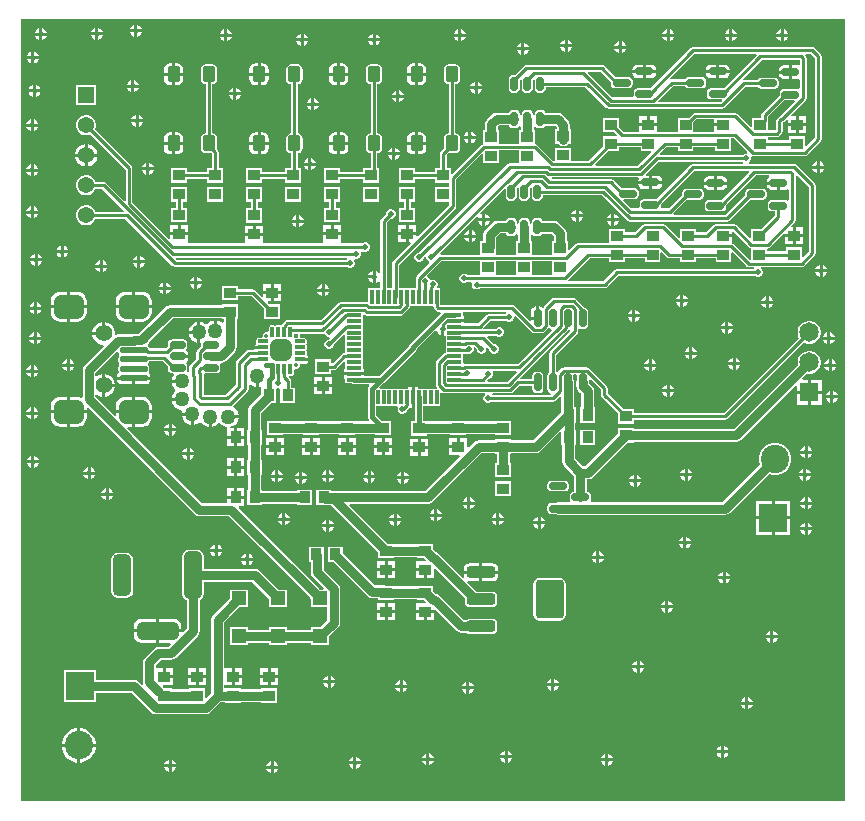
<source format=gtl>
G04*
G04 #@! TF.GenerationSoftware,Altium Limited,Altium Designer,23.3.1 (30)*
G04*
G04 Layer_Physical_Order=1*
G04 Layer_Color=255*
%FSLAX44Y44*%
%MOMM*%
G71*
G04*
G04 #@! TF.SameCoordinates,313F503E-43F4-47E4-83EF-6EFAA7C5E57D*
G04*
G04*
G04 #@! TF.FilePolarity,Positive*
G04*
G01*
G75*
%ADD16C,0.2540*%
%ADD17R,1.0160X0.9398*%
G04:AMPARAMS|DCode=18|XSize=1.2mm|YSize=0.6mm|CornerRadius=0.15mm|HoleSize=0mm|Usage=FLASHONLY|Rotation=270.000|XOffset=0mm|YOffset=0mm|HoleType=Round|Shape=RoundedRectangle|*
%AMROUNDEDRECTD18*
21,1,1.2000,0.3000,0,0,270.0*
21,1,0.9000,0.6000,0,0,270.0*
1,1,0.3000,-0.1500,-0.4500*
1,1,0.3000,-0.1500,0.4500*
1,1,0.3000,0.1500,0.4500*
1,1,0.3000,0.1500,-0.4500*
%
%ADD18ROUNDEDRECTD18*%
%ADD19R,1.2000X1.2000*%
G04:AMPARAMS|DCode=20|XSize=1.35mm|YSize=1.1mm|CornerRadius=0.275mm|HoleSize=0mm|Usage=FLASHONLY|Rotation=90.000|XOffset=0mm|YOffset=0mm|HoleType=Round|Shape=RoundedRectangle|*
%AMROUNDEDRECTD20*
21,1,1.3500,0.5500,0,0,90.0*
21,1,0.8000,1.1000,0,0,90.0*
1,1,0.5500,0.2750,0.4000*
1,1,0.5500,0.2750,-0.4000*
1,1,0.5500,-0.2750,-0.4000*
1,1,0.5500,-0.2750,0.4000*
%
%ADD20ROUNDEDRECTD20*%
G04:AMPARAMS|DCode=21|XSize=3.3mm|YSize=2.4mm|CornerRadius=0.36mm|HoleSize=0mm|Usage=FLASHONLY|Rotation=90.000|XOffset=0mm|YOffset=0mm|HoleType=Round|Shape=RoundedRectangle|*
%AMROUNDEDRECTD21*
21,1,3.3000,1.6800,0,0,90.0*
21,1,2.5800,2.4000,0,0,90.0*
1,1,0.7200,0.8400,1.2900*
1,1,0.7200,0.8400,-1.2900*
1,1,0.7200,-0.8400,-1.2900*
1,1,0.7200,-0.8400,1.2900*
%
%ADD21ROUNDEDRECTD21*%
G04:AMPARAMS|DCode=22|XSize=1mm|YSize=2.4mm|CornerRadius=0.25mm|HoleSize=0mm|Usage=FLASHONLY|Rotation=90.000|XOffset=0mm|YOffset=0mm|HoleType=Round|Shape=RoundedRectangle|*
%AMROUNDEDRECTD22*
21,1,1.0000,1.9000,0,0,90.0*
21,1,0.5000,2.4000,0,0,90.0*
1,1,0.5000,0.9500,0.2500*
1,1,0.5000,0.9500,-0.2500*
1,1,0.5000,-0.9500,-0.2500*
1,1,0.5000,-0.9500,0.2500*
%
%ADD22ROUNDEDRECTD22*%
%ADD23R,0.3048X1.1938*%
%ADD24R,1.1938X0.3048*%
%ADD25R,0.9398X1.0160*%
G04:AMPARAMS|DCode=26|XSize=0.6mm|YSize=1.5mm|CornerRadius=0.15mm|HoleSize=0mm|Usage=FLASHONLY|Rotation=270.000|XOffset=0mm|YOffset=0mm|HoleType=Round|Shape=RoundedRectangle|*
%AMROUNDEDRECTD26*
21,1,0.6000,1.2000,0,0,270.0*
21,1,0.3000,1.5000,0,0,270.0*
1,1,0.3000,-0.6000,-0.1500*
1,1,0.3000,-0.6000,0.1500*
1,1,0.3000,0.6000,0.1500*
1,1,0.3000,0.6000,-0.1500*
%
%ADD26ROUNDEDRECTD26*%
G04:AMPARAMS|DCode=27|XSize=0.6mm|YSize=1.45mm|CornerRadius=0.15mm|HoleSize=0mm|Usage=FLASHONLY|Rotation=0.000|XOffset=0mm|YOffset=0mm|HoleType=Round|Shape=RoundedRectangle|*
%AMROUNDEDRECTD27*
21,1,0.6000,1.1500,0,0,0.0*
21,1,0.3000,1.4500,0,0,0.0*
1,1,0.3000,0.1500,-0.5750*
1,1,0.3000,-0.1500,-0.5750*
1,1,0.3000,-0.1500,0.5750*
1,1,0.3000,0.1500,0.5750*
%
%ADD27ROUNDEDRECTD27*%
G04:AMPARAMS|DCode=28|XSize=0.65mm|YSize=1.3mm|CornerRadius=0.1625mm|HoleSize=0mm|Usage=FLASHONLY|Rotation=90.000|XOffset=0mm|YOffset=0mm|HoleType=Round|Shape=RoundedRectangle|*
%AMROUNDEDRECTD28*
21,1,0.6500,0.9750,0,0,90.0*
21,1,0.3250,1.3000,0,0,90.0*
1,1,0.3250,0.4875,0.1625*
1,1,0.3250,0.4875,-0.1625*
1,1,0.3250,-0.4875,-0.1625*
1,1,0.3250,-0.4875,0.1625*
%
%ADD28ROUNDEDRECTD28*%
G04:AMPARAMS|DCode=29|XSize=2.3mm|YSize=0.5mm|CornerRadius=0.125mm|HoleSize=0mm|Usage=FLASHONLY|Rotation=0.000|XOffset=0mm|YOffset=0mm|HoleType=Round|Shape=RoundedRectangle|*
%AMROUNDEDRECTD29*
21,1,2.3000,0.2500,0,0,0.0*
21,1,2.0500,0.5000,0,0,0.0*
1,1,0.2500,1.0250,-0.1250*
1,1,0.2500,-1.0250,-0.1250*
1,1,0.2500,-1.0250,0.1250*
1,1,0.2500,1.0250,0.1250*
%
%ADD29ROUNDEDRECTD29*%
G04:AMPARAMS|DCode=30|XSize=2.5mm|YSize=2mm|CornerRadius=0.5mm|HoleSize=0mm|Usage=FLASHONLY|Rotation=0.000|XOffset=0mm|YOffset=0mm|HoleType=Round|Shape=RoundedRectangle|*
%AMROUNDEDRECTD30*
21,1,2.5000,1.0000,0,0,0.0*
21,1,1.5000,2.0000,0,0,0.0*
1,1,1.0000,0.7500,-0.5000*
1,1,1.0000,-0.7500,-0.5000*
1,1,1.0000,-0.7500,0.5000*
1,1,1.0000,0.7500,0.5000*
%
%ADD30ROUNDEDRECTD30*%
G04:AMPARAMS|DCode=31|XSize=0.9mm|YSize=0.3mm|CornerRadius=0.075mm|HoleSize=0mm|Usage=FLASHONLY|Rotation=0.000|XOffset=0mm|YOffset=0mm|HoleType=Round|Shape=RoundedRectangle|*
%AMROUNDEDRECTD31*
21,1,0.9000,0.1500,0,0,0.0*
21,1,0.7500,0.3000,0,0,0.0*
1,1,0.1500,0.3750,-0.0750*
1,1,0.1500,-0.3750,-0.0750*
1,1,0.1500,-0.3750,0.0750*
1,1,0.1500,0.3750,0.0750*
%
%ADD31ROUNDEDRECTD31*%
G04:AMPARAMS|DCode=32|XSize=0.9mm|YSize=0.3mm|CornerRadius=0.075mm|HoleSize=0mm|Usage=FLASHONLY|Rotation=90.000|XOffset=0mm|YOffset=0mm|HoleType=Round|Shape=RoundedRectangle|*
%AMROUNDEDRECTD32*
21,1,0.9000,0.1500,0,0,90.0*
21,1,0.7500,0.3000,0,0,90.0*
1,1,0.1500,0.0750,0.3750*
1,1,0.1500,0.0750,-0.3750*
1,1,0.1500,-0.0750,-0.3750*
1,1,0.1500,-0.0750,0.3750*
%
%ADD32ROUNDEDRECTD32*%
G04:AMPARAMS|DCode=33|XSize=0.3mm|YSize=0.3mm|CornerRadius=0.075mm|HoleSize=0mm|Usage=FLASHONLY|Rotation=0.000|XOffset=0mm|YOffset=0mm|HoleType=Round|Shape=RoundedRectangle|*
%AMROUNDEDRECTD33*
21,1,0.3000,0.1500,0,0,0.0*
21,1,0.1500,0.3000,0,0,0.0*
1,1,0.1500,0.0750,-0.0750*
1,1,0.1500,-0.0750,-0.0750*
1,1,0.1500,-0.0750,0.0750*
1,1,0.1500,0.0750,0.0750*
%
%ADD33ROUNDEDRECTD33*%
%ADD34R,0.3000X0.3000*%
G04:AMPARAMS|DCode=35|XSize=1.8mm|YSize=1.8mm|CornerRadius=0.45mm|HoleSize=0mm|Usage=FLASHONLY|Rotation=0.000|XOffset=0mm|YOffset=0mm|HoleType=Round|Shape=RoundedRectangle|*
%AMROUNDEDRECTD35*
21,1,1.8000,0.9000,0,0,0.0*
21,1,0.9000,1.8000,0,0,0.0*
1,1,0.9000,0.4500,-0.4500*
1,1,0.9000,-0.4500,-0.4500*
1,1,0.9000,-0.4500,0.4500*
1,1,0.9000,0.4500,0.4500*
%
%ADD35ROUNDEDRECTD35*%
%ADD66C,0.7620*%
%ADD67C,0.3810*%
%ADD68C,2.4000*%
%ADD69R,2.4000X2.4000*%
%ADD70R,1.3700X1.3700*%
%ADD71C,1.3700*%
G04:AMPARAMS|DCode=72|XSize=1.5mm|YSize=4mm|CornerRadius=0.375mm|HoleSize=0mm|Usage=FLASHONLY|Rotation=0.000|XOffset=0mm|YOffset=0mm|HoleType=Round|Shape=RoundedRectangle|*
%AMROUNDEDRECTD72*
21,1,1.5000,3.2500,0,0,0.0*
21,1,0.7500,4.0000,0,0,0.0*
1,1,0.7500,0.3750,-1.6250*
1,1,0.7500,-0.3750,-1.6250*
1,1,0.7500,-0.3750,1.6250*
1,1,0.7500,0.3750,1.6250*
%
%ADD72ROUNDEDRECTD72*%
G04:AMPARAMS|DCode=73|XSize=1.5mm|YSize=3.5mm|CornerRadius=0.375mm|HoleSize=0mm|Usage=FLASHONLY|Rotation=180.000|XOffset=0mm|YOffset=0mm|HoleType=Round|Shape=RoundedRectangle|*
%AMROUNDEDRECTD73*
21,1,1.5000,2.7500,0,0,180.0*
21,1,0.7500,3.5000,0,0,180.0*
1,1,0.7500,-0.3750,1.3750*
1,1,0.7500,0.3750,1.3750*
1,1,0.7500,0.3750,-1.3750*
1,1,0.7500,-0.3750,-1.3750*
%
%ADD73ROUNDEDRECTD73*%
G04:AMPARAMS|DCode=74|XSize=1.5mm|YSize=3.5mm|CornerRadius=0.375mm|HoleSize=0mm|Usage=FLASHONLY|Rotation=270.000|XOffset=0mm|YOffset=0mm|HoleType=Round|Shape=RoundedRectangle|*
%AMROUNDEDRECTD74*
21,1,1.5000,2.7500,0,0,270.0*
21,1,0.7500,3.5000,0,0,270.0*
1,1,0.7500,-1.3750,-0.3750*
1,1,0.7500,-1.3750,0.3750*
1,1,0.7500,1.3750,0.3750*
1,1,0.7500,1.3750,-0.3750*
%
%ADD74ROUNDEDRECTD74*%
%ADD75C,1.4000*%
%ADD76R,1.6500X1.6500*%
%ADD77C,1.6500*%
%ADD78C,0.5080*%
%ADD79C,1.2700*%
G36*
X700731Y2849D02*
X2849D01*
Y665171D01*
X700731D01*
X700731Y2849D01*
D02*
G37*
%LPC*%
G36*
X101600Y660293D02*
Y656590D01*
X105302D01*
X104637Y658198D01*
X103208Y659627D01*
X101600Y660293D01*
D02*
G37*
G36*
X99060D02*
X97452Y659627D01*
X96023Y658198D01*
X95358Y656590D01*
X99060D01*
Y660293D01*
D02*
G37*
G36*
X68580Y657753D02*
Y654050D01*
X72283D01*
X71617Y655658D01*
X70188Y657087D01*
X68580Y657753D01*
D02*
G37*
G36*
X66040D02*
X64432Y657087D01*
X63003Y655658D01*
X62337Y654050D01*
X66040D01*
Y657753D01*
D02*
G37*
G36*
X21240Y657403D02*
Y653701D01*
X24943D01*
X24277Y655308D01*
X22848Y656737D01*
X21240Y657403D01*
D02*
G37*
G36*
X18700D02*
X17092Y656737D01*
X15663Y655308D01*
X14998Y653701D01*
X18700D01*
Y657403D01*
D02*
G37*
G36*
X605280Y656643D02*
Y652940D01*
X608982D01*
X608316Y654548D01*
X606887Y655977D01*
X605280Y656643D01*
D02*
G37*
G36*
X602740D02*
X601132Y655977D01*
X599703Y654548D01*
X599037Y652940D01*
X602740D01*
Y656643D01*
D02*
G37*
G36*
X648970Y656482D02*
Y652780D01*
X652673D01*
X652007Y654388D01*
X650578Y655817D01*
X648970Y656482D01*
D02*
G37*
G36*
X646430D02*
X644822Y655817D01*
X643393Y654388D01*
X642728Y652780D01*
X646430D01*
Y656482D01*
D02*
G37*
G36*
X552450D02*
Y652780D01*
X556152D01*
X555487Y654388D01*
X554058Y655817D01*
X552450Y656482D01*
D02*
G37*
G36*
X549910D02*
X548302Y655817D01*
X546873Y654388D01*
X546208Y652780D01*
X549910D01*
Y656482D01*
D02*
G37*
G36*
X375920D02*
Y652780D01*
X379622D01*
X378957Y654388D01*
X377528Y655817D01*
X375920Y656482D01*
D02*
G37*
G36*
X373380D02*
X371772Y655817D01*
X370343Y654388D01*
X369678Y652780D01*
X373380D01*
Y656482D01*
D02*
G37*
G36*
X177800D02*
Y652780D01*
X181502D01*
X180837Y654388D01*
X179408Y655817D01*
X177800Y656482D01*
D02*
G37*
G36*
X175260D02*
X173652Y655817D01*
X172223Y654388D01*
X171558Y652780D01*
X175260D01*
Y656482D01*
D02*
G37*
G36*
X105302Y654050D02*
X101600D01*
Y650348D01*
X103208Y651013D01*
X104637Y652442D01*
X105302Y654050D01*
D02*
G37*
G36*
X99060D02*
X95358D01*
X96023Y652442D01*
X97452Y651013D01*
X99060Y650348D01*
Y654050D01*
D02*
G37*
G36*
X303374Y652841D02*
Y649138D01*
X307076D01*
X306411Y650746D01*
X304981Y652175D01*
X303374Y652841D01*
D02*
G37*
G36*
X300834D02*
X299226Y652175D01*
X297797Y650746D01*
X297131Y649138D01*
X300834D01*
Y652841D01*
D02*
G37*
G36*
X242570Y652673D02*
Y648970D01*
X246273D01*
X245607Y650578D01*
X244178Y652007D01*
X242570Y652673D01*
D02*
G37*
G36*
X240030D02*
X238422Y652007D01*
X236993Y650578D01*
X236327Y648970D01*
X240030D01*
Y652673D01*
D02*
G37*
G36*
X72283Y651510D02*
X68580D01*
Y647807D01*
X70188Y648473D01*
X71617Y649902D01*
X72283Y651510D01*
D02*
G37*
G36*
X66040D02*
X62337D01*
X63003Y649902D01*
X64432Y648473D01*
X66040Y647807D01*
Y651510D01*
D02*
G37*
G36*
X24943Y651161D02*
X21240D01*
Y647458D01*
X22848Y648124D01*
X24277Y649553D01*
X24943Y651161D01*
D02*
G37*
G36*
X18700D02*
X14998D01*
X15663Y649553D01*
X17092Y648124D01*
X18700Y647458D01*
Y651161D01*
D02*
G37*
G36*
X608982Y650400D02*
X605280D01*
Y646698D01*
X606887Y647364D01*
X608316Y648793D01*
X608982Y650400D01*
D02*
G37*
G36*
X602740D02*
X599037D01*
X599703Y648793D01*
X601132Y647364D01*
X602740Y646698D01*
Y650400D01*
D02*
G37*
G36*
X652673Y650240D02*
X648970D01*
Y646537D01*
X650578Y647203D01*
X652007Y648632D01*
X652673Y650240D01*
D02*
G37*
G36*
X646430D02*
X642728D01*
X643393Y648632D01*
X644822Y647203D01*
X646430Y646537D01*
Y650240D01*
D02*
G37*
G36*
X556152D02*
X552450D01*
Y646537D01*
X554058Y647203D01*
X555487Y648632D01*
X556152Y650240D01*
D02*
G37*
G36*
X549910D02*
X546208D01*
X546873Y648632D01*
X548302Y647203D01*
X549910Y646537D01*
Y650240D01*
D02*
G37*
G36*
X379622D02*
X375920D01*
Y646537D01*
X377528Y647203D01*
X378957Y648632D01*
X379622Y650240D01*
D02*
G37*
G36*
X373380D02*
X369678D01*
X370343Y648632D01*
X371772Y647203D01*
X373380Y646537D01*
Y650240D01*
D02*
G37*
G36*
X181502D02*
X177800D01*
Y646537D01*
X179408Y647203D01*
X180837Y648632D01*
X181502Y650240D01*
D02*
G37*
G36*
X175260D02*
X171558D01*
X172223Y648632D01*
X173652Y647203D01*
X175260Y646537D01*
Y650240D01*
D02*
G37*
G36*
X466090Y647592D02*
Y643890D01*
X469793D01*
X469127Y645498D01*
X467698Y646927D01*
X466090Y647592D01*
D02*
G37*
G36*
X463550D02*
X461942Y646927D01*
X460513Y645498D01*
X459847Y643890D01*
X463550D01*
Y647592D01*
D02*
G37*
G36*
X307076Y646598D02*
X303374D01*
Y642896D01*
X304981Y643561D01*
X306411Y644990D01*
X307076Y646598D01*
D02*
G37*
G36*
X300834D02*
X297131D01*
X297797Y644990D01*
X299226Y643561D01*
X300834Y642896D01*
Y646598D01*
D02*
G37*
G36*
X246273Y646430D02*
X242570D01*
Y642728D01*
X244178Y643393D01*
X245607Y644822D01*
X246273Y646430D01*
D02*
G37*
G36*
X240030D02*
X236327D01*
X236993Y644822D01*
X238422Y643393D01*
X240030Y642728D01*
Y646430D01*
D02*
G37*
G36*
X511810Y646322D02*
Y642620D01*
X515513D01*
X514847Y644228D01*
X513418Y645657D01*
X511810Y646322D01*
D02*
G37*
G36*
X509270D02*
X507662Y645657D01*
X506233Y644228D01*
X505568Y642620D01*
X509270D01*
Y646322D01*
D02*
G37*
G36*
X673100Y641659D02*
X673100Y641659D01*
X572140D01*
X572140Y641659D01*
X571050Y641442D01*
X570126Y640824D01*
X535914Y606613D01*
X524860D01*
X523680Y606379D01*
X522680Y605710D01*
X522011Y604710D01*
X521777Y603530D01*
Y600530D01*
X521812Y600355D01*
X520778Y599085D01*
X503494D01*
X483113Y619466D01*
X483599Y620639D01*
X494222D01*
X502777Y612085D01*
Y610030D01*
X503012Y608850D01*
X503680Y607850D01*
X504680Y607182D01*
X505860Y606947D01*
X517860D01*
X519040Y607182D01*
X520040Y607850D01*
X520709Y608850D01*
X520943Y610030D01*
Y613030D01*
X520709Y614210D01*
X520040Y615210D01*
X519040Y615878D01*
X517860Y616113D01*
X506805D01*
X497416Y625502D01*
X496492Y626120D01*
X495402Y626337D01*
X495402Y626337D01*
X430658D01*
X429568Y626120D01*
X428644Y625502D01*
X428644Y625502D01*
X421354Y618213D01*
X419300D01*
X418120Y617979D01*
X417120Y617310D01*
X416451Y616310D01*
X416217Y615130D01*
Y606130D01*
X416451Y604950D01*
X417120Y603950D01*
X418120Y603282D01*
X419300Y603047D01*
X422300D01*
X423480Y603282D01*
X424480Y603950D01*
X425149Y604950D01*
X425383Y606130D01*
Y613652D01*
X425947Y614079D01*
X427217Y613448D01*
Y606130D01*
X427452Y604950D01*
X428120Y603950D01*
X429120Y603282D01*
X430300Y603047D01*
X433300D01*
X434480Y603282D01*
X435480Y603950D01*
X436148Y604950D01*
X436383Y606130D01*
Y613652D01*
X436947Y614079D01*
X438217Y613448D01*
Y606130D01*
X438451Y604950D01*
X439120Y603950D01*
X440120Y603282D01*
X441300Y603047D01*
X444300D01*
X445480Y603282D01*
X446480Y603950D01*
X447149Y604950D01*
X447383Y606130D01*
Y607781D01*
X480993D01*
X498616Y590158D01*
X498616Y590158D01*
X499540Y589540D01*
X500631Y589323D01*
X500631Y589323D01*
X596780D01*
X596780Y589323D01*
X597870Y589540D01*
X598794Y590158D01*
X616658Y608021D01*
X626924D01*
X627480Y607190D01*
X628480Y606521D01*
X629660Y606287D01*
X641660D01*
X642840Y606521D01*
X643840Y607190D01*
X644509Y608190D01*
X644743Y609370D01*
Y612370D01*
X644509Y613550D01*
X643840Y614550D01*
X642840Y615219D01*
X641660Y615453D01*
X629660D01*
X628480Y615219D01*
X627480Y614550D01*
X626924Y613719D01*
X615478D01*
X615478Y613719D01*
X614979Y613620D01*
X614354Y614790D01*
X630445Y630881D01*
X662631D01*
Y626823D01*
X661361Y625850D01*
X660660Y625989D01*
X655930D01*
Y620370D01*
Y614751D01*
X660660D01*
X661361Y614890D01*
X662631Y613917D01*
Y606601D01*
X661361Y605814D01*
X660660Y605953D01*
X648660D01*
X647480Y605718D01*
X646480Y605050D01*
X645811Y604050D01*
X645577Y602870D01*
Y600816D01*
X630700Y585938D01*
X630082Y585014D01*
X629865Y583924D01*
X629865Y583924D01*
Y581914D01*
X622300D01*
Y574253D01*
X621127Y573767D01*
X609695Y585198D01*
X608771Y585816D01*
X607681Y586033D01*
X607681Y586033D01*
X573786D01*
X573786Y586033D01*
X572696Y585816D01*
X571772Y585198D01*
X568487Y581914D01*
X559308D01*
Y570031D01*
X542036D01*
Y574421D01*
X534416D01*
X526796D01*
Y570031D01*
X512990D01*
X509524Y573497D01*
Y581914D01*
X496316D01*
Y569468D01*
X505495D01*
X507878Y567085D01*
X507392Y565912D01*
X496316D01*
Y557495D01*
X484087Y545266D01*
X468884D01*
Y556133D01*
X455676D01*
Y545266D01*
X453822D01*
X440052Y559036D01*
X439128Y559654D01*
X438404Y559798D01*
Y571754D01*
X437239D01*
Y574127D01*
X438416Y574877D01*
X438508Y574865D01*
X439120Y573950D01*
X440120Y573282D01*
X441300Y573047D01*
X444300D01*
X445480Y573282D01*
X446480Y573950D01*
X447149Y574950D01*
X447149Y574952D01*
X455564D01*
X456842Y573674D01*
Y572135D01*
X455676D01*
Y559689D01*
X458071D01*
X458434Y559145D01*
X460199Y557966D01*
X462280Y557552D01*
X464361Y557966D01*
X466126Y559145D01*
X466489Y559689D01*
X468884D01*
Y572135D01*
X467719D01*
Y575926D01*
X467304Y578008D01*
X466126Y579772D01*
X461662Y584236D01*
X459897Y585415D01*
X457816Y585829D01*
X447244D01*
X447149Y586310D01*
X446480Y587310D01*
X445480Y587979D01*
X444300Y588213D01*
X441300D01*
X440120Y587979D01*
X439120Y587310D01*
X438451Y586310D01*
X438217Y585130D01*
Y584067D01*
X436998Y583557D01*
X436912Y583570D01*
X436383Y584090D01*
Y585130D01*
X436148Y586310D01*
X435480Y587310D01*
X434480Y587979D01*
X433300Y588213D01*
X430300D01*
X429120Y587979D01*
X428120Y587310D01*
X427452Y586310D01*
X427217Y585130D01*
Y584067D01*
X425998Y583557D01*
X425912Y583570D01*
X425383Y584090D01*
Y585130D01*
X425149Y586310D01*
X424480Y587310D01*
X423480Y587979D01*
X422300Y588213D01*
X419300D01*
X418120Y587979D01*
X417120Y587310D01*
X416451Y586310D01*
X416404Y586068D01*
X405784D01*
X403703Y585654D01*
X401938Y584476D01*
X397474Y580012D01*
X396296Y578247D01*
X395882Y576166D01*
Y571754D01*
X394716D01*
Y559798D01*
X393993Y559654D01*
X393068Y559036D01*
X368457Y534425D01*
X367284Y534911D01*
Y539115D01*
X363529D01*
Y550203D01*
X365050Y551724D01*
X365310Y551672D01*
X370810D01*
X372478Y552004D01*
X373891Y552949D01*
X374836Y554362D01*
X375168Y556030D01*
Y564030D01*
X374836Y565698D01*
X373891Y567111D01*
X372478Y568056D01*
X370909Y568368D01*
Y610192D01*
X372478Y610504D01*
X373891Y611449D01*
X374836Y612862D01*
X375168Y614530D01*
Y622530D01*
X374836Y624198D01*
X373891Y625611D01*
X372478Y626556D01*
X370810Y626888D01*
X365310D01*
X363642Y626556D01*
X362229Y625611D01*
X361284Y624198D01*
X360952Y622530D01*
Y614530D01*
X361284Y612862D01*
X362229Y611449D01*
X363642Y610504D01*
X365211Y610192D01*
Y568368D01*
X363642Y568056D01*
X362229Y567111D01*
X361284Y565698D01*
X360952Y564030D01*
Y556030D01*
X361010Y555741D01*
X358666Y553397D01*
X358048Y552473D01*
X357831Y551383D01*
X357831Y551383D01*
Y539115D01*
X354076D01*
Y535741D01*
X336804D01*
Y539115D01*
X323596D01*
Y526669D01*
X336804D01*
Y530043D01*
X354076D01*
Y526669D01*
X365705D01*
Y523113D01*
X354076D01*
Y510667D01*
X365705D01*
Y507771D01*
X338993Y481059D01*
X337820Y481545D01*
Y482219D01*
X331470D01*
Y476250D01*
X332525D01*
X333011Y475077D01*
X318280Y460345D01*
X317662Y459421D01*
X317445Y458331D01*
X317445Y458331D01*
Y437343D01*
X313009D01*
Y493130D01*
X316195Y496316D01*
X317038D01*
X318532Y496935D01*
X319675Y498078D01*
X320294Y499572D01*
Y501188D01*
X319675Y502682D01*
X318532Y503825D01*
X317038Y504444D01*
X315422D01*
X313928Y503825D01*
X312785Y502682D01*
X312166Y501188D01*
Y500345D01*
X308146Y496324D01*
X307528Y495400D01*
X307311Y494310D01*
X307311Y494310D01*
Y450969D01*
X306041Y450443D01*
X305138Y451347D01*
X303530Y452012D01*
Y447040D01*
Y442067D01*
X305138Y442733D01*
X306041Y443637D01*
X307311Y443111D01*
Y437343D01*
X297112D01*
Y426815D01*
X295842Y425980D01*
X295334Y426081D01*
X295334Y426081D01*
X274051D01*
X272961Y425864D01*
X272037Y425246D01*
X272037Y425246D01*
X257243Y410453D01*
X228802D01*
X227712Y410236D01*
X226788Y409618D01*
X226788Y409618D01*
X224712Y407542D01*
X224150Y406702D01*
X224039Y406600D01*
X222719Y406170D01*
X222657Y406202D01*
X221770Y406379D01*
X220270D01*
X219383Y406202D01*
X218520Y405756D01*
X217657Y406202D01*
X216770Y406379D01*
X215270D01*
X214383Y406202D01*
X213631Y405699D01*
X213128Y404947D01*
X212952Y404060D01*
Y401417D01*
X211770Y400378D01*
X210270D01*
X209383Y400202D01*
X208631Y399700D01*
X208128Y398947D01*
X207952Y398060D01*
Y396560D01*
X206913Y395378D01*
X204270D01*
X203383Y395202D01*
X202631Y394699D01*
X202128Y393947D01*
X201952Y393060D01*
Y391560D01*
X202128Y390673D01*
X202108Y390572D01*
X201898Y390432D01*
X201171Y389344D01*
X201019Y388580D01*
X208020D01*
Y386040D01*
X200663D01*
X199907Y385119D01*
X196016D01*
X196016Y385119D01*
X194926Y384902D01*
X194001Y384284D01*
X194001Y384284D01*
X185946Y376229D01*
X185328Y375304D01*
X185111Y374214D01*
X185111Y374214D01*
Y364272D01*
Y355510D01*
X184676Y355074D01*
X184676Y355074D01*
X176620Y347019D01*
X157789D01*
Y364337D01*
X158391Y365047D01*
X158933Y365405D01*
X158985Y365394D01*
X168735D01*
X169964Y365639D01*
X171005Y366335D01*
X171701Y367376D01*
X171946Y368605D01*
Y371855D01*
X171713Y373023D01*
X171709Y373096D01*
X172420Y374294D01*
X172722D01*
X174803Y374707D01*
X176568Y375886D01*
X184186Y383504D01*
X185364Y385269D01*
X185779Y387350D01*
Y411226D01*
X186944D01*
Y423672D01*
X173736D01*
Y422887D01*
X129259D01*
X127178Y422473D01*
X125413Y421295D01*
X102747Y398629D01*
X98620D01*
X97786Y398462D01*
X85643D01*
X83930Y398122D01*
X82920Y398707D01*
X82660Y398974D01*
Y400446D01*
X82010Y402872D01*
X80754Y405048D01*
X78978Y406824D01*
X76802Y408080D01*
X74390Y408726D01*
Y399190D01*
X73120D01*
Y397920D01*
X63584D01*
X64230Y395508D01*
X65486Y393332D01*
X67262Y391556D01*
X69438Y390300D01*
X71864Y389650D01*
X72782D01*
X73308Y388380D01*
X56940Y372013D01*
X55761Y370248D01*
X55347Y368167D01*
Y345475D01*
X54078Y344626D01*
X53088Y345036D01*
X51120Y345295D01*
X44890D01*
Y333960D01*
X58725D01*
Y335983D01*
X59995Y336509D01*
X150414Y246090D01*
X152178Y244911D01*
X154260Y244498D01*
X179101D01*
X249016Y174583D01*
Y167226D01*
X262435D01*
Y156337D01*
X256373Y150274D01*
X249016D01*
Y148188D01*
X228504D01*
Y150274D01*
X213456D01*
Y148188D01*
X195484D01*
Y150274D01*
X180436D01*
Y135226D01*
X195484D01*
Y137311D01*
X213456D01*
Y135226D01*
X228504D01*
Y137311D01*
X249016D01*
Y135226D01*
X264064D01*
Y142583D01*
X271720Y150238D01*
X272899Y152003D01*
X273312Y154084D01*
Y182959D01*
X272899Y185041D01*
X271720Y186805D01*
X259566Y198959D01*
Y211201D01*
X259461Y211726D01*
Y218694D01*
X247015D01*
Y205486D01*
X248689D01*
Y196706D01*
X249102Y194625D01*
X250281Y192861D01*
X259695Y183447D01*
X259209Y182274D01*
X256707D01*
X187425Y251557D01*
X187910Y252730D01*
X192278D01*
Y259080D01*
X185039D01*
X177800D01*
Y255375D01*
X156512D01*
X92975Y318912D01*
X93461Y320085D01*
X97350D01*
Y331420D01*
X83515D01*
Y330031D01*
X82342Y329545D01*
X66224Y345662D01*
Y346981D01*
X67495Y347422D01*
X69438Y346300D01*
X71850Y345654D01*
Y355190D01*
Y364726D01*
X69438Y364080D01*
X67495Y362958D01*
X66224Y363399D01*
Y365914D01*
X84369Y384059D01*
X85625Y383519D01*
X85757Y382858D01*
X86370Y381940D01*
Y380440D01*
X85757Y379522D01*
X85542Y378440D01*
Y375940D01*
X85757Y374858D01*
X86370Y373940D01*
Y372440D01*
X85757Y371522D01*
X85542Y370440D01*
Y367940D01*
X85757Y366858D01*
X85793Y366804D01*
X85638Y365172D01*
X84800Y363919D01*
X84510Y362460D01*
X112730D01*
X112440Y363919D01*
X111602Y365172D01*
X111447Y366804D01*
X111483Y366858D01*
X111698Y367940D01*
Y370440D01*
X111483Y371522D01*
X110870Y372440D01*
Y373940D01*
X111483Y374858D01*
X111671Y375801D01*
X123010D01*
X127774Y371037D01*
Y368605D01*
X128019Y367376D01*
X128715Y366335D01*
X129756Y365639D01*
X130985Y365394D01*
X132196D01*
X132682Y364221D01*
X132405Y363943D01*
X131235Y361916D01*
X130655Y359755D01*
X139519D01*
Y357215D01*
X130655D01*
X131235Y355053D01*
X132405Y353026D01*
X133787Y351644D01*
X133967Y350906D01*
X133798Y350056D01*
X132445Y348703D01*
X131275Y346676D01*
X130696Y344515D01*
X139559D01*
Y341975D01*
X130696D01*
X131275Y339813D01*
X132445Y337786D01*
X134101Y336131D01*
X136128Y334961D01*
X138389Y334355D01*
X138750D01*
X139725Y333085D01*
X139443Y332035D01*
X148307D01*
Y330765D01*
X149577D01*
Y321902D01*
X151738Y322481D01*
X153765Y323652D01*
X154502Y324388D01*
X155761Y324222D01*
X156299Y323290D01*
X157954Y321635D01*
X159981Y320465D01*
X162143Y319885D01*
Y328749D01*
X164683D01*
Y319885D01*
X166844Y320465D01*
X168871Y321635D01*
X170239Y323002D01*
X171033Y323178D01*
X171827Y323002D01*
X173194Y321635D01*
X175221Y320465D01*
X177409Y319878D01*
X177730Y318968D01*
X177800Y318717D01*
X177800Y318589D01*
Y312420D01*
X183769D01*
Y318770D01*
X180667D01*
X180500Y320040D01*
X182084Y320465D01*
X184111Y321635D01*
X185767Y323290D01*
X186937Y325317D01*
X187516Y327479D01*
X178653D01*
Y330019D01*
X187516D01*
X186937Y332180D01*
X185767Y334207D01*
X184111Y335862D01*
X183091Y336452D01*
X182882Y338039D01*
X195054Y350211D01*
X195054Y350211D01*
X195672Y351136D01*
X195889Y352226D01*
X195889Y352226D01*
Y355915D01*
X197159Y356441D01*
X197923Y355677D01*
X199950Y354506D01*
X202111Y353927D01*
Y362790D01*
X204651D01*
Y353927D01*
X205606Y354183D01*
X206121Y354321D01*
X206756Y353176D01*
X206756Y352222D01*
Y347797D01*
X197195Y338237D01*
X196017Y336472D01*
X195602Y334391D01*
Y317754D01*
X194818D01*
Y304546D01*
X195602D01*
Y292354D01*
X194818D01*
Y279146D01*
X195602D01*
Y266954D01*
X194818D01*
Y253746D01*
X207264D01*
Y254911D01*
X237236D01*
Y253746D01*
X249682D01*
Y266954D01*
X237236D01*
Y265788D01*
X207264D01*
Y266954D01*
X206479D01*
Y279146D01*
X207264D01*
Y292354D01*
X206479D01*
Y304546D01*
X207264D01*
Y317754D01*
X206479D01*
Y332138D01*
X214447Y340106D01*
X219202D01*
Y352158D01*
X220172Y352806D01*
X221788D01*
X222758Y352158D01*
Y340106D01*
X235204D01*
Y353314D01*
X231830D01*
Y358952D01*
X231830Y358952D01*
X231613Y360043D01*
X230995Y360967D01*
X229952Y362010D01*
X230117Y362649D01*
X230517Y363242D01*
X231770D01*
X232657Y363418D01*
X233409Y363921D01*
X233912Y364673D01*
X234088Y365560D01*
Y368203D01*
X235270Y369241D01*
X236770D01*
X237657Y369418D01*
X238410Y369921D01*
X238912Y370673D01*
X239088Y371560D01*
Y373060D01*
X239208Y373206D01*
X242770D01*
X244054Y373461D01*
X245142Y374188D01*
X245869Y375276D01*
X246021Y376040D01*
X239020D01*
Y378580D01*
X246021D01*
X245869Y379344D01*
X245142Y380432D01*
X244932Y380572D01*
X244912Y380673D01*
X245089Y381560D01*
Y383060D01*
X244912Y383947D01*
X244466Y384810D01*
X244912Y385673D01*
X245089Y386560D01*
Y388060D01*
X244912Y388947D01*
X244466Y389810D01*
X244912Y390673D01*
X245089Y391560D01*
Y393060D01*
X244912Y393947D01*
X244409Y394699D01*
X243657Y395202D01*
X242770Y395378D01*
X239044D01*
Y398755D01*
X258171D01*
X258171Y398755D01*
X259261Y398972D01*
X260498Y398271D01*
X260715Y397748D01*
X261858Y396605D01*
X263352Y395986D01*
X263909D01*
X264391Y394867D01*
X263656Y393954D01*
X263352D01*
X261858Y393335D01*
X260715Y392192D01*
X260096Y390698D01*
Y389082D01*
X260715Y387588D01*
X261858Y386445D01*
X263352Y385826D01*
X264968D01*
X266462Y386445D01*
X267605Y387588D01*
X268224Y389082D01*
Y390330D01*
X276494Y398599D01*
X277667Y398113D01*
Y391802D01*
Y382445D01*
X276726D01*
X275636Y382228D01*
X274712Y381610D01*
X274712Y381610D01*
X266954Y373853D01*
X265684Y374085D01*
Y377063D01*
X252476D01*
Y364617D01*
X265684D01*
Y367991D01*
X267970D01*
X267970Y367991D01*
X269060Y368208D01*
X269984Y368826D01*
X276494Y375335D01*
X277667Y374849D01*
Y368914D01*
X276651D01*
Y366120D01*
X293669D01*
Y368914D01*
X292653D01*
Y381802D01*
Y391802D01*
Y401802D01*
Y414541D01*
X292933Y414657D01*
X293923Y414914D01*
X294705Y414391D01*
X295795Y414174D01*
X295795Y414174D01*
X324524D01*
X324525Y414174D01*
X325615Y414391D01*
X326539Y415009D01*
X331920Y420390D01*
X332538Y421314D01*
X332745Y422357D01*
X351657D01*
X352565Y421604D01*
X352782Y420514D01*
X353400Y419590D01*
X354633Y418356D01*
X355558Y417738D01*
X356648Y417521D01*
X356648Y417521D01*
X358001D01*
X358527Y416251D01*
X332448Y390172D01*
X331690Y389038D01*
X331598Y388575D01*
X306369Y363346D01*
X293669D01*
Y363580D01*
X276651D01*
Y360786D01*
X277667D01*
Y356802D01*
X283550D01*
X283822Y356620D01*
X285160Y356354D01*
X297718D01*
X298204Y355181D01*
X297735Y354711D01*
X296977Y353577D01*
X296711Y352239D01*
Y345086D01*
X296664Y344850D01*
Y328490D01*
X296930Y327152D01*
X297688Y326018D01*
X297943Y325763D01*
X297457Y324590D01*
X286004D01*
Y325374D01*
X272796D01*
Y324590D01*
X255524D01*
Y325374D01*
X242316D01*
Y324590D01*
X225044D01*
Y325374D01*
X211836D01*
Y312928D01*
X225044D01*
Y313713D01*
X242316D01*
Y312928D01*
X255524D01*
Y313713D01*
X272796D01*
Y312928D01*
X286004D01*
Y313713D01*
X303276D01*
Y312928D01*
X316484D01*
Y325374D01*
X308220D01*
X303656Y329938D01*
Y337357D01*
X321415D01*
X322263Y336087D01*
X322072Y335625D01*
Y334009D01*
X322691Y332515D01*
X323834Y331372D01*
X325328Y330753D01*
X326944D01*
X328438Y331372D01*
X329581Y332515D01*
X330200Y334009D01*
Y334417D01*
X331920Y336137D01*
X331920Y336137D01*
X332057Y336341D01*
X333890D01*
Y344850D01*
Y353359D01*
X331096D01*
Y352343D01*
X306914D01*
X306428Y353516D01*
X310290Y357378D01*
X337393Y384481D01*
X337393Y384481D01*
X338150Y385615D01*
X338243Y386078D01*
X353960Y401795D01*
X355224Y401263D01*
X355907Y399615D01*
X357336Y398186D01*
X358943Y397520D01*
Y402492D01*
X361483D01*
Y397520D01*
X361611Y397573D01*
X362084Y397257D01*
X362667Y396635D01*
Y391802D01*
Y382435D01*
X361624Y382228D01*
X360700Y381610D01*
X360700Y381610D01*
X355319Y376229D01*
X354701Y375305D01*
X354484Y374215D01*
X354484Y374214D01*
Y355485D01*
X354484Y355485D01*
X354701Y354395D01*
X355224Y353613D01*
X354967Y352623D01*
X354851Y352343D01*
X339224D01*
Y353359D01*
X336430D01*
Y344850D01*
Y336341D01*
X336664D01*
Y324993D01*
X333756D01*
Y312547D01*
X346964D01*
Y313713D01*
X366776D01*
Y312928D01*
X379984D01*
Y313713D01*
X404876D01*
Y312928D01*
X418084D01*
Y325374D01*
X404876D01*
Y324590D01*
X379984D01*
Y325374D01*
X366776D01*
Y324590D01*
X346964D01*
Y324993D01*
X343656D01*
Y337357D01*
X358208D01*
Y348987D01*
X358487Y349102D01*
X359478Y349359D01*
X360260Y348836D01*
X361350Y348619D01*
X395822D01*
X395846Y348582D01*
X396212Y347349D01*
X395335Y346472D01*
X394716Y344978D01*
Y343362D01*
X395335Y341868D01*
X396478Y340725D01*
X397972Y340106D01*
X399588D01*
X401082Y340725D01*
X401679Y341321D01*
X453322D01*
X453323Y341321D01*
X454413Y341538D01*
X455337Y342156D01*
X459478Y346297D01*
X460652Y345811D01*
Y332453D01*
X436786Y308587D01*
X418084D01*
Y309372D01*
X404876D01*
Y308587D01*
X390702D01*
X388621Y308174D01*
X386857Y306995D01*
X382173Y302311D01*
X381000Y302797D01*
Y310388D01*
X374650D01*
Y303149D01*
X373380D01*
Y301879D01*
X365760D01*
Y295910D01*
X374113D01*
X374599Y294737D01*
X345651Y265788D01*
X265684D01*
Y266954D01*
X253238D01*
Y253746D01*
X259825D01*
X260350Y253641D01*
X265717D01*
X305816Y213543D01*
Y208788D01*
X319024D01*
Y209573D01*
X338836D01*
Y208788D01*
X344353D01*
X345719Y207421D01*
X345233Y206248D01*
X337820D01*
Y200279D01*
X345440D01*
Y199009D01*
X346710D01*
Y191770D01*
X353060D01*
Y199361D01*
X354233Y199847D01*
X379037Y175043D01*
Y171490D01*
X379350Y169920D01*
X380239Y168589D01*
X381570Y167700D01*
X383140Y167387D01*
X402140D01*
X403710Y167700D01*
X405041Y168589D01*
X405930Y169920D01*
X406243Y171490D01*
Y176490D01*
X405930Y178060D01*
X405041Y179391D01*
X403710Y180280D01*
X402140Y180593D01*
X388679D01*
X388296Y181167D01*
X380976Y188487D01*
X381601Y189657D01*
X383140Y189351D01*
X391370D01*
Y195720D01*
X378001D01*
Y194490D01*
X378307Y192951D01*
X377137Y192326D01*
X356575Y212888D01*
X354811Y214067D01*
X354369Y214154D01*
X352044Y216479D01*
Y221234D01*
X338836D01*
Y220450D01*
X319024D01*
Y221234D01*
X313507D01*
X281003Y253738D01*
X281489Y254911D01*
X347903D01*
X349985Y255326D01*
X351749Y256504D01*
X392955Y297710D01*
X404876D01*
Y296926D01*
X406041D01*
Y289814D01*
X404876D01*
Y277368D01*
X418084D01*
Y289814D01*
X416918D01*
Y296926D01*
X418084D01*
Y297710D01*
X439039D01*
X441120Y298125D01*
X442885Y299303D01*
X459583Y316001D01*
X460756Y315515D01*
Y304546D01*
X461540D01*
Y290905D01*
X461954Y288824D01*
X463133Y287059D01*
X471422Y278771D01*
Y264933D01*
X470860D01*
X469680Y264699D01*
X468680Y264030D01*
X468012Y263030D01*
X467777Y261850D01*
Y258850D01*
X468012Y257670D01*
X468086Y257558D01*
X467407Y256289D01*
X457860D01*
X455779Y255875D01*
X455118Y255433D01*
X451860D01*
X450680Y255198D01*
X449680Y254530D01*
X449011Y253530D01*
X448777Y252350D01*
Y249350D01*
X449011Y248170D01*
X449680Y247170D01*
X450680Y246502D01*
X451860Y246267D01*
X455118D01*
X455779Y245826D01*
X457860Y245411D01*
X599230D01*
X601311Y245826D01*
X603076Y247004D01*
X636374Y280302D01*
X639570Y279446D01*
X643130D01*
X646570Y280368D01*
X649654Y282148D01*
X652172Y284666D01*
X653952Y287750D01*
X654874Y291189D01*
Y294750D01*
X653952Y298190D01*
X652172Y301274D01*
X649654Y303792D01*
X646570Y305572D01*
X643130Y306494D01*
X639570D01*
X636130Y305572D01*
X633046Y303792D01*
X630528Y301274D01*
X628748Y298190D01*
X627826Y294750D01*
Y291189D01*
X628682Y287994D01*
X596977Y256289D01*
X486313D01*
X485634Y257558D01*
X485709Y257670D01*
X485943Y258850D01*
Y261850D01*
X485709Y263030D01*
X485040Y264030D01*
X484040Y264699D01*
X482860Y264933D01*
X482299D01*
Y275585D01*
X483335D01*
X485416Y276000D01*
X487181Y277178D01*
X516707Y306705D01*
X522224D01*
Y307489D01*
X608838D01*
X610919Y307903D01*
X612684Y309082D01*
X658597Y354995D01*
X659770Y354510D01*
Y350520D01*
X669290D01*
Y360040D01*
X665301D01*
X664815Y361213D01*
X668645Y365044D01*
X669273Y364876D01*
X671847D01*
X674333Y365542D01*
X676561Y366829D01*
X678381Y368649D01*
X679668Y370877D01*
X680334Y373363D01*
Y375937D01*
X679668Y378423D01*
X678381Y380651D01*
X676561Y382471D01*
X674333Y383758D01*
X671847Y384424D01*
X669273D01*
X666787Y383758D01*
X664559Y382471D01*
X662739Y380651D01*
X661452Y378423D01*
X660786Y375937D01*
Y373363D01*
X660954Y372735D01*
X606585Y318367D01*
X522224D01*
Y319151D01*
X509016D01*
Y314396D01*
X481082Y286462D01*
X479113D01*
X472417Y293158D01*
Y304546D01*
X473202D01*
Y317754D01*
X472417D01*
Y323596D01*
X473202D01*
Y336804D01*
X471529D01*
Y357560D01*
X471115Y359641D01*
X470673Y360302D01*
Y363310D01*
X470638Y363485D01*
X471672Y364755D01*
X473208D01*
X474242Y363485D01*
X474207Y363310D01*
Y360302D01*
X473765Y359641D01*
X473352Y357560D01*
Y354930D01*
X473765Y352849D01*
X474207Y352188D01*
Y351810D01*
X474441Y350630D01*
X475110Y349630D01*
X476110Y348961D01*
X477290Y348727D01*
X477302D01*
X477542Y348486D01*
Y336804D01*
X476758D01*
Y323596D01*
X489204D01*
Y336804D01*
X488419D01*
Y350739D01*
X488005Y352820D01*
X486827Y354585D01*
X484229Y357183D01*
Y357560D01*
X483815Y359641D01*
X483929Y359919D01*
X485427Y360216D01*
X494091Y351553D01*
Y347230D01*
X494090Y347230D01*
X494307Y346139D01*
X494925Y345215D01*
X509016Y331124D01*
Y322707D01*
X522224D01*
Y326081D01*
X599440D01*
X599440Y326081D01*
X600530Y326298D01*
X601454Y326916D01*
X665959Y391420D01*
X666787Y390942D01*
X669273Y390276D01*
X671847D01*
X674333Y390942D01*
X676561Y392229D01*
X678381Y394049D01*
X679668Y396277D01*
X680334Y398763D01*
Y401337D01*
X679668Y403823D01*
X678381Y406051D01*
X676561Y407871D01*
X674333Y409158D01*
X671847Y409824D01*
X669273D01*
X666787Y409158D01*
X664559Y407871D01*
X662739Y406051D01*
X661452Y403823D01*
X660786Y401337D01*
Y398763D01*
X661452Y396277D01*
X661930Y395449D01*
X598260Y331779D01*
X522224D01*
Y335153D01*
X513045D01*
X499788Y348410D01*
Y352733D01*
X499571Y353824D01*
X498954Y354748D01*
X498954Y354748D01*
X484083Y369618D01*
X483159Y370236D01*
X482069Y370453D01*
X482068Y370453D01*
X462811D01*
X461721Y370236D01*
X460797Y369618D01*
X460797Y369618D01*
X457509Y366330D01*
X457349Y366337D01*
X456239Y366734D01*
Y381129D01*
X473898Y398788D01*
X474516Y399712D01*
X474733Y400803D01*
X474733Y400803D01*
Y402854D01*
X476003Y403533D01*
X476110Y403461D01*
X477290Y403227D01*
X480290D01*
X481470Y403461D01*
X482470Y404130D01*
X483139Y405130D01*
X483373Y406310D01*
Y417810D01*
X483139Y418990D01*
X482470Y419990D01*
X481470Y420658D01*
X480290Y420893D01*
X479877D01*
X479834Y421108D01*
X479216Y422032D01*
X479216Y422032D01*
X473066Y428182D01*
X472142Y428800D01*
X471052Y429017D01*
X471052Y429017D01*
X454175D01*
X454175Y429017D01*
X453085Y428800D01*
X452161Y428182D01*
X452161Y428182D01*
X445582Y421603D01*
X445027Y420773D01*
X443766Y421616D01*
X442190Y421929D01*
X441960D01*
Y412060D01*
X440690D01*
Y410790D01*
X435071D01*
Y410087D01*
X433898Y409601D01*
X421114Y422384D01*
X420190Y423002D01*
X419100Y423219D01*
X419100Y423219D01*
X358263D01*
Y429596D01*
X358263Y429596D01*
X358208Y429871D01*
Y437343D01*
X355850D01*
X355328Y438613D01*
X355854Y439882D01*
Y441498D01*
X355235Y442992D01*
X354092Y444135D01*
X352598Y444754D01*
X350982D01*
X350641Y444613D01*
X348985Y445292D01*
X348885Y445532D01*
X347742Y446675D01*
X347335Y446844D01*
X347037Y448342D01*
X358889Y460193D01*
X392176D01*
Y449326D01*
X391199Y448619D01*
X381359D01*
X380762Y449215D01*
X379268Y449834D01*
X377652D01*
X376158Y449215D01*
X375015Y448072D01*
X374396Y446578D01*
Y444962D01*
X375015Y443468D01*
X376158Y442325D01*
X377652Y441706D01*
X379268D01*
X380762Y442325D01*
X381359Y442921D01*
X384130D01*
X384978Y441651D01*
X384810Y441244D01*
Y439628D01*
X385429Y438134D01*
X386572Y436991D01*
X388066Y436372D01*
X389682D01*
X391176Y436991D01*
X391773Y437587D01*
X497369D01*
X497369Y437587D01*
X498460Y437804D01*
X499384Y438422D01*
X508963Y448001D01*
X624481D01*
X625078Y447405D01*
X626572Y446786D01*
X628188D01*
X629682Y447405D01*
X630825Y448548D01*
X631444Y450042D01*
Y451658D01*
X630825Y453152D01*
X629880Y454097D01*
X630087Y455034D01*
X630270Y455367D01*
X664097D01*
X664097Y455367D01*
X665188Y455584D01*
X666112Y456202D01*
X675114Y465204D01*
X675114Y465204D01*
X675732Y466129D01*
X675949Y467219D01*
X675949Y467219D01*
Y524510D01*
X675949Y524510D01*
X675732Y525600D01*
X675114Y526524D01*
X675114Y526524D01*
X659874Y541764D01*
X658950Y542382D01*
X657860Y542599D01*
X657860Y542599D01*
X619640D01*
X619387Y543869D01*
X619522Y543925D01*
X620665Y545068D01*
X621284Y546562D01*
Y548178D01*
X621187Y548414D01*
X622130Y549454D01*
X622667Y549347D01*
X622667Y549347D01*
X666637D01*
X666637Y549347D01*
X667728Y549564D01*
X668652Y550182D01*
X680194Y561724D01*
X680812Y562649D01*
X681029Y563739D01*
X681029Y563739D01*
Y633730D01*
X681029Y633730D01*
X680812Y634820D01*
X680194Y635744D01*
X680194Y635744D01*
X675114Y640824D01*
X674190Y641442D01*
X673100Y641659D01*
D02*
G37*
G36*
X429260Y645052D02*
Y641350D01*
X432962D01*
X432297Y642958D01*
X430868Y644387D01*
X429260Y645052D01*
D02*
G37*
G36*
X426720D02*
X425112Y644387D01*
X423683Y642958D01*
X423018Y641350D01*
X426720D01*
Y645052D01*
D02*
G37*
G36*
X469793Y641350D02*
X466090D01*
Y637648D01*
X467698Y638313D01*
X469127Y639742D01*
X469793Y641350D01*
D02*
G37*
G36*
X463550D02*
X459847D01*
X460513Y639742D01*
X461942Y638313D01*
X463550Y637648D01*
Y641350D01*
D02*
G37*
G36*
X515513Y640080D02*
X511810D01*
Y636377D01*
X513418Y637043D01*
X514847Y638472D01*
X515513Y640080D01*
D02*
G37*
G36*
X509270D02*
X505568D01*
X506233Y638472D01*
X507662Y637043D01*
X509270Y636377D01*
Y640080D01*
D02*
G37*
G36*
X432962Y638810D02*
X429260D01*
Y635107D01*
X430868Y635773D01*
X432297Y637202D01*
X432962Y638810D01*
D02*
G37*
G36*
X426720D02*
X423018D01*
X423683Y637202D01*
X425112Y635773D01*
X426720Y635107D01*
Y638810D01*
D02*
G37*
G36*
X14396Y637631D02*
Y633928D01*
X18098D01*
X17433Y635536D01*
X16004Y636965D01*
X14396Y637631D01*
D02*
G37*
G36*
X11856D02*
X10248Y636965D01*
X8819Y635536D01*
X8153Y633928D01*
X11856D01*
Y637631D01*
D02*
G37*
G36*
X18098Y631388D02*
X14396D01*
Y627686D01*
X16004Y628351D01*
X17433Y629780D01*
X18098Y631388D01*
D02*
G37*
G36*
X11856D02*
X8153D01*
X8819Y629780D01*
X10248Y628351D01*
X11856Y627686D01*
Y631388D01*
D02*
G37*
G36*
X536860Y626649D02*
X532130D01*
Y622300D01*
X540979D01*
Y622530D01*
X540666Y624106D01*
X539773Y625443D01*
X538436Y626336D01*
X536860Y626649D01*
D02*
G37*
G36*
X529590D02*
X524860D01*
X523284Y626336D01*
X521947Y625443D01*
X521054Y624106D01*
X520741Y622530D01*
Y622300D01*
X529590D01*
Y626649D01*
D02*
G37*
G36*
X653390Y625989D02*
X648660D01*
X647084Y625676D01*
X645747Y624783D01*
X644854Y623446D01*
X644541Y621870D01*
Y621640D01*
X653390D01*
Y625989D01*
D02*
G37*
G36*
X340810Y627924D02*
X339330D01*
Y619800D01*
X346204D01*
Y622530D01*
X345793Y624594D01*
X344624Y626344D01*
X342874Y627513D01*
X340810Y627924D01*
D02*
G37*
G36*
X274770D02*
X273290D01*
Y619800D01*
X280164D01*
Y622530D01*
X279753Y624594D01*
X278584Y626344D01*
X276834Y627513D01*
X274770Y627924D01*
D02*
G37*
G36*
X207460D02*
X205980D01*
Y619800D01*
X212854D01*
Y622530D01*
X212443Y624594D01*
X211274Y626344D01*
X209524Y627513D01*
X207460Y627924D01*
D02*
G37*
G36*
X336790D02*
X335310D01*
X333246Y627513D01*
X331496Y626344D01*
X330327Y624594D01*
X329916Y622530D01*
Y619800D01*
X336790D01*
Y627924D01*
D02*
G37*
G36*
X270750D02*
X269270D01*
X267206Y627513D01*
X265456Y626344D01*
X264287Y624594D01*
X263876Y622530D01*
Y619800D01*
X270750D01*
Y627924D01*
D02*
G37*
G36*
X203440D02*
X201960D01*
X199896Y627513D01*
X198146Y626344D01*
X196977Y624594D01*
X196566Y622530D01*
Y619800D01*
X203440D01*
Y627924D01*
D02*
G37*
G36*
X135070D02*
X133590D01*
Y619800D01*
X140464D01*
Y622530D01*
X140053Y624594D01*
X138884Y626344D01*
X137134Y627513D01*
X135070Y627924D01*
D02*
G37*
G36*
X131050D02*
X129570D01*
X127506Y627513D01*
X125756Y626344D01*
X124587Y624594D01*
X124176Y622530D01*
Y619800D01*
X131050D01*
Y627924D01*
D02*
G37*
G36*
X540979Y619760D02*
X532130D01*
Y615411D01*
X536860D01*
X538436Y615724D01*
X539773Y616617D01*
X540666Y617954D01*
X540979Y619530D01*
Y619760D01*
D02*
G37*
G36*
X529590D02*
X520741D01*
Y619530D01*
X521054Y617954D01*
X521947Y616617D01*
X523284Y615724D01*
X524860Y615411D01*
X529590D01*
Y619760D01*
D02*
G37*
G36*
X653390Y619100D02*
X644541D01*
Y618870D01*
X644854Y617294D01*
X645747Y615957D01*
X647084Y615064D01*
X648660Y614751D01*
X653390D01*
Y619100D01*
D02*
G37*
G36*
X99060Y613302D02*
Y609600D01*
X102762D01*
X102097Y611208D01*
X100668Y612637D01*
X99060Y613302D01*
D02*
G37*
G36*
X96520D02*
X94912Y612637D01*
X93483Y611208D01*
X92817Y609600D01*
X96520D01*
Y613302D01*
D02*
G37*
G36*
X346204Y617260D02*
X339330D01*
Y609136D01*
X340810D01*
X342874Y609547D01*
X344624Y610716D01*
X345793Y612466D01*
X346204Y614530D01*
Y617260D01*
D02*
G37*
G36*
X336790D02*
X329916D01*
Y614530D01*
X330327Y612466D01*
X331496Y610716D01*
X333246Y609547D01*
X335310Y609136D01*
X336790D01*
Y617260D01*
D02*
G37*
G36*
X280164D02*
X273290D01*
Y609136D01*
X274770D01*
X276834Y609547D01*
X278584Y610716D01*
X279753Y612466D01*
X280164Y614530D01*
Y617260D01*
D02*
G37*
G36*
X270750D02*
X263876D01*
Y614530D01*
X264287Y612466D01*
X265456Y610716D01*
X267206Y609547D01*
X269270Y609136D01*
X270750D01*
Y617260D01*
D02*
G37*
G36*
X212854D02*
X205980D01*
Y609136D01*
X207460D01*
X209524Y609547D01*
X211274Y610716D01*
X212443Y612466D01*
X212854Y614530D01*
Y617260D01*
D02*
G37*
G36*
X203440D02*
X196566D01*
Y614530D01*
X196977Y612466D01*
X198146Y610716D01*
X199896Y609547D01*
X201960Y609136D01*
X203440D01*
Y617260D01*
D02*
G37*
G36*
X140464Y617260D02*
X133590D01*
Y609136D01*
X135070D01*
X137134Y609547D01*
X138884Y610716D01*
X140053Y612466D01*
X140464Y614530D01*
Y617260D01*
D02*
G37*
G36*
X131050D02*
X124176D01*
Y614530D01*
X124587Y612466D01*
X125756Y610716D01*
X127506Y609547D01*
X129570Y609136D01*
X131050D01*
Y617260D01*
D02*
G37*
G36*
X389890Y612033D02*
Y608330D01*
X393592D01*
X392927Y609938D01*
X391498Y611367D01*
X389890Y612033D01*
D02*
G37*
G36*
X387350D02*
X385742Y611367D01*
X384313Y609938D01*
X383647Y608330D01*
X387350D01*
Y612033D01*
D02*
G37*
G36*
X15917Y609493D02*
Y605791D01*
X19619D01*
X18953Y607398D01*
X17524Y608827D01*
X15917Y609493D01*
D02*
G37*
G36*
X13377D02*
X11769Y608827D01*
X10340Y607398D01*
X9674Y605791D01*
X13377D01*
Y609493D01*
D02*
G37*
G36*
X102762Y607060D02*
X99060D01*
Y603358D01*
X100668Y604023D01*
X102097Y605452D01*
X102762Y607060D01*
D02*
G37*
G36*
X96520D02*
X92817D01*
X93483Y605452D01*
X94912Y604023D01*
X96520Y603358D01*
Y607060D01*
D02*
G37*
G36*
X185420Y606953D02*
Y603250D01*
X189123D01*
X188457Y604858D01*
X187028Y606287D01*
X185420Y606953D01*
D02*
G37*
G36*
X182880D02*
X181272Y606287D01*
X179843Y604858D01*
X179177Y603250D01*
X182880D01*
Y606953D01*
D02*
G37*
G36*
X393592Y605790D02*
X389890D01*
Y602088D01*
X391498Y602753D01*
X392927Y604182D01*
X393592Y605790D01*
D02*
G37*
G36*
X387350D02*
X383647D01*
X384313Y604182D01*
X385742Y602753D01*
X387350Y602088D01*
Y605790D01*
D02*
G37*
G36*
X323619Y604799D02*
Y601096D01*
X327322D01*
X326656Y602704D01*
X325227Y604133D01*
X323619Y604799D01*
D02*
G37*
G36*
X321079D02*
X319472Y604133D01*
X318043Y602704D01*
X317377Y601096D01*
X321079D01*
Y604799D01*
D02*
G37*
G36*
X19619Y603251D02*
X15917D01*
Y599548D01*
X17524Y600214D01*
X18953Y601643D01*
X19619Y603251D01*
D02*
G37*
G36*
X13377D02*
X9674D01*
X10340Y601643D01*
X11769Y600214D01*
X13377Y599548D01*
Y603251D01*
D02*
G37*
G36*
X189123Y600710D02*
X185420D01*
Y597007D01*
X187028Y597673D01*
X188457Y599102D01*
X189123Y600710D01*
D02*
G37*
G36*
X182880D02*
X179177D01*
X179843Y599102D01*
X181272Y597673D01*
X182880Y597007D01*
Y600710D01*
D02*
G37*
G36*
X327322Y598556D02*
X323619D01*
Y594854D01*
X325227Y595520D01*
X326656Y596949D01*
X327322Y598556D01*
D02*
G37*
G36*
X321079D02*
X317377D01*
X318043Y596949D01*
X319472Y595520D01*
X321079Y594854D01*
Y598556D01*
D02*
G37*
G36*
X251460Y598063D02*
Y594360D01*
X255163D01*
X254497Y595968D01*
X253068Y597397D01*
X251460Y598063D01*
D02*
G37*
G36*
X248920D02*
X247312Y597397D01*
X245883Y595968D01*
X245217Y594360D01*
X248920D01*
Y598063D01*
D02*
G37*
G36*
X66794Y609084D02*
X50046D01*
Y592336D01*
X66794D01*
Y609084D01*
D02*
G37*
G36*
X255163Y591820D02*
X251460D01*
Y588117D01*
X253068Y588783D01*
X254497Y590212D01*
X255163Y591820D01*
D02*
G37*
G36*
X248920D02*
X245217D01*
X245883Y590212D01*
X247312Y588783D01*
X248920Y588117D01*
Y591820D01*
D02*
G37*
G36*
X102870Y584092D02*
Y580390D01*
X106573D01*
X105907Y581998D01*
X104478Y583427D01*
X102870Y584092D01*
D02*
G37*
G36*
X100330D02*
X98722Y583427D01*
X97293Y581998D01*
X96628Y580390D01*
X100330D01*
Y584092D01*
D02*
G37*
G36*
X542036Y582930D02*
X535686D01*
Y576961D01*
X542036D01*
Y582930D01*
D02*
G37*
G36*
X533146D02*
X526796D01*
Y576961D01*
X533146D01*
Y582930D01*
D02*
G37*
G36*
X13970Y580283D02*
Y576580D01*
X17672D01*
X17007Y578188D01*
X15578Y579617D01*
X13970Y580283D01*
D02*
G37*
G36*
X11430D02*
X9822Y579617D01*
X8393Y578188D01*
X7728Y576580D01*
X11430D01*
Y580283D01*
D02*
G37*
G36*
X106573Y577850D02*
X102870D01*
Y574147D01*
X104478Y574813D01*
X105907Y576242D01*
X106573Y577850D01*
D02*
G37*
G36*
X100330D02*
X96628D01*
X97293Y576242D01*
X98722Y574813D01*
X100330Y574147D01*
Y577850D01*
D02*
G37*
G36*
X17672Y574040D02*
X13970D01*
Y570337D01*
X15578Y571003D01*
X17007Y572432D01*
X17672Y574040D01*
D02*
G37*
G36*
X11430D02*
X7728D01*
X8393Y572432D01*
X9822Y571003D01*
X11430Y570337D01*
Y574040D01*
D02*
G37*
G36*
X384358Y569985D02*
Y566283D01*
X388061D01*
X387395Y567890D01*
X385966Y569319D01*
X384358Y569985D01*
D02*
G37*
G36*
X381819D02*
X380211Y569319D01*
X378782Y567890D01*
X378116Y566283D01*
X381819D01*
Y569985D01*
D02*
G37*
G36*
X340810Y569424D02*
X339330D01*
Y561300D01*
X346204D01*
Y564030D01*
X345793Y566094D01*
X344624Y567844D01*
X342874Y569013D01*
X340810Y569424D01*
D02*
G37*
G36*
X274770D02*
X273290D01*
Y561300D01*
X280164D01*
Y564030D01*
X279753Y566094D01*
X278584Y567844D01*
X276834Y569013D01*
X274770Y569424D01*
D02*
G37*
G36*
X207460D02*
X205980D01*
Y561300D01*
X212854D01*
Y564030D01*
X212443Y566094D01*
X211274Y567844D01*
X209524Y569013D01*
X207460Y569424D01*
D02*
G37*
G36*
X336790D02*
X335310D01*
X333246Y569013D01*
X331496Y567844D01*
X330327Y566094D01*
X329916Y564030D01*
Y561300D01*
X336790D01*
Y569424D01*
D02*
G37*
G36*
X270750D02*
X269270D01*
X267206Y569013D01*
X265456Y567844D01*
X264287Y566094D01*
X263876Y564030D01*
Y561300D01*
X270750D01*
Y569424D01*
D02*
G37*
G36*
X203440D02*
X201960D01*
X199896Y569013D01*
X198146Y567844D01*
X196977Y566094D01*
X196566Y564030D01*
Y561300D01*
X203440D01*
Y569424D01*
D02*
G37*
G36*
X135070D02*
X133590D01*
Y561300D01*
X140464D01*
Y564030D01*
X140053Y566094D01*
X138884Y567844D01*
X137134Y569013D01*
X135070Y569424D01*
D02*
G37*
G36*
X131050D02*
X129570D01*
X127506Y569013D01*
X125756Y567844D01*
X124587Y566094D01*
X124176Y564030D01*
Y561300D01*
X131050D01*
Y569424D01*
D02*
G37*
G36*
X388061Y563743D02*
X384358D01*
Y560040D01*
X385966Y560706D01*
X387395Y562135D01*
X388061Y563743D01*
D02*
G37*
G36*
X381819D02*
X378116D01*
X378782Y562135D01*
X380211Y560706D01*
X381819Y560040D01*
Y563743D01*
D02*
G37*
G36*
X320040Y556152D02*
Y552450D01*
X323742D01*
X323077Y554058D01*
X321648Y555487D01*
X320040Y556152D01*
D02*
G37*
G36*
X317500D02*
X315892Y555487D01*
X314463Y554058D01*
X313797Y552450D01*
X317500D01*
Y556152D01*
D02*
G37*
G36*
X59690Y559291D02*
Y551180D01*
X67801D01*
X67170Y553534D01*
X65934Y555676D01*
X64186Y557424D01*
X62044Y558660D01*
X59690Y559291D01*
D02*
G37*
G36*
X57150D02*
X54796Y558660D01*
X52654Y557424D01*
X50906Y555676D01*
X49670Y553534D01*
X49039Y551180D01*
X57150D01*
Y559291D01*
D02*
G37*
G36*
X346204Y558760D02*
X339330D01*
Y550636D01*
X340810D01*
X342874Y551047D01*
X344624Y552216D01*
X345793Y553966D01*
X346204Y556030D01*
Y558760D01*
D02*
G37*
G36*
X336790D02*
X329916D01*
Y556030D01*
X330327Y553966D01*
X331496Y552216D01*
X333246Y551047D01*
X335310Y550636D01*
X336790D01*
Y558760D01*
D02*
G37*
G36*
X280164D02*
X273290D01*
Y550636D01*
X274770D01*
X276834Y551047D01*
X278584Y552216D01*
X279753Y553966D01*
X280164Y556030D01*
Y558760D01*
D02*
G37*
G36*
X270750D02*
X263876D01*
Y556030D01*
X264287Y553966D01*
X265456Y552216D01*
X267206Y551047D01*
X269270Y550636D01*
X270750D01*
Y558760D01*
D02*
G37*
G36*
X212854D02*
X205980D01*
Y550636D01*
X207460D01*
X209524Y551047D01*
X211274Y552216D01*
X212443Y553966D01*
X212854Y556030D01*
Y558760D01*
D02*
G37*
G36*
X203440D02*
X196566D01*
Y556030D01*
X196977Y553966D01*
X198146Y552216D01*
X199896Y551047D01*
X201960Y550636D01*
X203440D01*
Y558760D01*
D02*
G37*
G36*
X140464Y558760D02*
X133590D01*
Y550636D01*
X135070D01*
X137134Y551047D01*
X138884Y552216D01*
X140053Y553966D01*
X140464Y556030D01*
Y558760D01*
D02*
G37*
G36*
X131050D02*
X124176D01*
Y556030D01*
X124587Y553966D01*
X125756Y552216D01*
X127506Y551047D01*
X129570Y550636D01*
X131050D01*
Y558760D01*
D02*
G37*
G36*
X323742Y549910D02*
X320040D01*
Y546208D01*
X321648Y546873D01*
X323077Y548302D01*
X323742Y549910D01*
D02*
G37*
G36*
X317500D02*
X313797D01*
X314463Y548302D01*
X315892Y546873D01*
X317500Y546208D01*
Y549910D01*
D02*
G37*
G36*
X248920Y547262D02*
Y543560D01*
X252623D01*
X251957Y545168D01*
X250528Y546597D01*
X248920Y547262D01*
D02*
G37*
G36*
X246380D02*
X244772Y546597D01*
X243343Y545168D01*
X242677Y543560D01*
X246380D01*
Y547262D01*
D02*
G37*
G36*
X679450Y544723D02*
Y541020D01*
X683152D01*
X682487Y542628D01*
X681058Y544057D01*
X679450Y544723D01*
D02*
G37*
G36*
X676910D02*
X675302Y544057D01*
X673873Y542628D01*
X673207Y541020D01*
X676910D01*
Y544723D01*
D02*
G37*
G36*
X67801Y548640D02*
X59690D01*
Y540529D01*
X62044Y541160D01*
X64186Y542396D01*
X65934Y544144D01*
X67170Y546286D01*
X67801Y548640D01*
D02*
G37*
G36*
X57150D02*
X49039D01*
X49670Y546286D01*
X50906Y544144D01*
X52654Y542396D01*
X54796Y541160D01*
X57150Y540529D01*
Y548640D01*
D02*
G37*
G36*
X111760Y543452D02*
Y539750D01*
X115463D01*
X114797Y541358D01*
X113368Y542787D01*
X111760Y543452D01*
D02*
G37*
G36*
X109220D02*
X107612Y542787D01*
X106183Y541358D01*
X105518Y539750D01*
X109220D01*
Y543452D01*
D02*
G37*
G36*
X13970Y542183D02*
Y538480D01*
X17672D01*
X17007Y540088D01*
X15578Y541517D01*
X13970Y542183D01*
D02*
G37*
G36*
X11430D02*
X9822Y541517D01*
X8393Y540088D01*
X7728Y538480D01*
X11430D01*
Y542183D01*
D02*
G37*
G36*
X252623Y541020D02*
X248920D01*
Y537318D01*
X250528Y537983D01*
X251957Y539412D01*
X252623Y541020D01*
D02*
G37*
G36*
X246380D02*
X242677D01*
X243343Y539412D01*
X244772Y537983D01*
X246380Y537318D01*
Y541020D01*
D02*
G37*
G36*
X304770Y626888D02*
X299270D01*
X297602Y626556D01*
X296189Y625611D01*
X295244Y624198D01*
X294912Y622530D01*
Y614530D01*
X295244Y612862D01*
X296189Y611449D01*
X297602Y610504D01*
X299171Y610192D01*
Y568368D01*
X297602Y568056D01*
X296189Y567111D01*
X295244Y565698D01*
X294912Y564030D01*
Y556030D01*
X295244Y554362D01*
X296189Y552949D01*
X297602Y552004D01*
X299171Y551692D01*
Y539115D01*
X293116D01*
Y535741D01*
X273304D01*
Y539115D01*
X260096D01*
Y526669D01*
X273304D01*
Y530043D01*
X293116D01*
Y526669D01*
X306324D01*
Y539115D01*
X304869D01*
Y551692D01*
X306438Y552004D01*
X307851Y552949D01*
X308796Y554362D01*
X309128Y556030D01*
Y564030D01*
X308796Y565698D01*
X307851Y567111D01*
X306438Y568056D01*
X304869Y568368D01*
Y610192D01*
X306438Y610504D01*
X307851Y611449D01*
X308796Y612862D01*
X309128Y614530D01*
Y622530D01*
X308796Y624198D01*
X307851Y625611D01*
X306438Y626556D01*
X304770Y626888D01*
D02*
G37*
G36*
X237460D02*
X231960D01*
X230292Y626556D01*
X228879Y625611D01*
X227934Y624198D01*
X227602Y622530D01*
Y614530D01*
X227934Y612862D01*
X228879Y611449D01*
X230292Y610504D01*
X231861Y610192D01*
Y568368D01*
X230292Y568056D01*
X228879Y567111D01*
X227934Y565698D01*
X227602Y564030D01*
Y556030D01*
X227934Y554362D01*
X228879Y552949D01*
X230292Y552004D01*
X231861Y551692D01*
Y539115D01*
X227076D01*
Y535741D01*
X207264D01*
Y539115D01*
X194056D01*
Y526669D01*
X207264D01*
Y530043D01*
X227076D01*
Y526669D01*
X240284D01*
Y539115D01*
X237559D01*
Y551692D01*
X239128Y552004D01*
X240541Y552949D01*
X241486Y554362D01*
X241818Y556030D01*
Y564030D01*
X241486Y565698D01*
X240541Y567111D01*
X239128Y568056D01*
X237559Y568368D01*
Y610192D01*
X239128Y610504D01*
X240541Y611449D01*
X241486Y612862D01*
X241818Y614530D01*
Y622530D01*
X241486Y624198D01*
X240541Y625611D01*
X239128Y626556D01*
X237460Y626888D01*
D02*
G37*
G36*
X165070D02*
X159570D01*
X157902Y626556D01*
X156489Y625611D01*
X155544Y624198D01*
X155212Y622530D01*
Y614530D01*
X155544Y612862D01*
X156489Y611449D01*
X157902Y610504D01*
X159471Y610192D01*
Y568368D01*
X157902Y568056D01*
X156489Y567111D01*
X155544Y565698D01*
X155212Y564030D01*
Y556030D01*
X155544Y554362D01*
X156489Y552949D01*
X157902Y552004D01*
X159570Y551672D01*
X164598D01*
X164791Y551479D01*
Y539115D01*
X161036D01*
Y535741D01*
X143764D01*
Y539115D01*
X130556D01*
Y526669D01*
X143764D01*
Y530043D01*
X161036D01*
Y526669D01*
X174244D01*
Y539115D01*
X170489D01*
Y552659D01*
X170489Y552659D01*
X170272Y553749D01*
X169654Y554673D01*
X169654Y554673D01*
X169240Y555088D01*
X169428Y556030D01*
Y564030D01*
X169096Y565698D01*
X168151Y567111D01*
X166738Y568056D01*
X165169Y568368D01*
Y610192D01*
X166738Y610504D01*
X168151Y611449D01*
X169096Y612862D01*
X169428Y614530D01*
Y622530D01*
X169096Y624198D01*
X168151Y625611D01*
X166738Y626556D01*
X165070Y626888D01*
D02*
G37*
G36*
X683152Y538480D02*
X679450D01*
Y534777D01*
X681058Y535443D01*
X682487Y536872D01*
X683152Y538480D01*
D02*
G37*
G36*
X676910D02*
X673207D01*
X673873Y536872D01*
X675302Y535443D01*
X676910Y534777D01*
Y538480D01*
D02*
G37*
G36*
X115463Y537210D02*
X111760D01*
Y533507D01*
X113368Y534173D01*
X114797Y535602D01*
X115463Y537210D01*
D02*
G37*
G36*
X109220D02*
X105518D01*
X106183Y535602D01*
X107612Y534173D01*
X109220Y533507D01*
Y537210D01*
D02*
G37*
G36*
X17672Y535940D02*
X13970D01*
Y532238D01*
X15578Y532903D01*
X17007Y534332D01*
X17672Y535940D01*
D02*
G37*
G36*
X11430D02*
X7728D01*
X8393Y534332D01*
X9822Y532903D01*
X11430Y532238D01*
Y535940D01*
D02*
G37*
G36*
X59523Y583684D02*
X57318D01*
X55188Y583113D01*
X53278Y582011D01*
X51719Y580452D01*
X50617Y578542D01*
X50046Y576413D01*
Y574207D01*
X50617Y572078D01*
X51719Y570168D01*
X53278Y568609D01*
X55188Y567507D01*
X57318Y566936D01*
X59523D01*
X61652Y567507D01*
X61996Y567705D01*
X91878Y537823D01*
Y511389D01*
X90705Y510903D01*
X75084Y526524D01*
X74159Y527142D01*
X73069Y527359D01*
X73069Y527359D01*
X66326D01*
X66223Y527742D01*
X65121Y529652D01*
X63562Y531211D01*
X61652Y532313D01*
X59523Y532884D01*
X57318D01*
X55188Y532313D01*
X53278Y531211D01*
X51719Y529652D01*
X50617Y527742D01*
X50046Y525612D01*
Y523408D01*
X50617Y521278D01*
X51719Y519368D01*
X53278Y517809D01*
X55188Y516707D01*
X57318Y516136D01*
X59523D01*
X61652Y516707D01*
X63562Y517809D01*
X65121Y519368D01*
X66223Y521278D01*
X66326Y521661D01*
X71889D01*
X90418Y503132D01*
X89932Y501959D01*
X66326D01*
X66223Y502342D01*
X65121Y504252D01*
X63562Y505811D01*
X61652Y506913D01*
X59523Y507484D01*
X57318D01*
X55188Y506913D01*
X53278Y505811D01*
X51719Y504252D01*
X50617Y502342D01*
X50046Y500213D01*
Y498008D01*
X50617Y495878D01*
X51719Y493968D01*
X53278Y492409D01*
X55188Y491307D01*
X57318Y490736D01*
X59523D01*
X61652Y491307D01*
X63562Y492409D01*
X65121Y493968D01*
X66223Y495878D01*
X66326Y496261D01*
X91542D01*
X131348Y456456D01*
X131348Y456456D01*
X132272Y455838D01*
X133362Y455621D01*
X133362Y455621D01*
X279041D01*
X279638Y455025D01*
X281132Y454406D01*
X282748D01*
X284242Y455025D01*
X285385Y456168D01*
X286004Y457662D01*
Y459278D01*
X285385Y460772D01*
X285007Y461150D01*
X285727Y462227D01*
X286212Y462026D01*
X287828D01*
X289322Y462645D01*
X290465Y463788D01*
X291084Y465282D01*
Y466898D01*
X290741Y467726D01*
X291481Y469036D01*
X292206Y469127D01*
X292338Y468995D01*
X293832Y468376D01*
X295448D01*
X296942Y468995D01*
X298085Y470138D01*
X298704Y471632D01*
Y473248D01*
X298085Y474742D01*
X296942Y475885D01*
X295448Y476504D01*
X293832D01*
X292338Y475885D01*
X291741Y475289D01*
X275065D01*
X274320Y476250D01*
X274320Y476559D01*
Y482219D01*
X266700D01*
X259080D01*
Y476559D01*
X259080Y476250D01*
X258335Y475289D01*
X209310D01*
X208280Y475869D01*
X208280Y476559D01*
Y481838D01*
X200660D01*
X193040D01*
Y476559D01*
X193040Y475869D01*
X192010Y475289D01*
X145525D01*
X144780Y476250D01*
Y482219D01*
X137160D01*
X129540D01*
Y479475D01*
X128367Y478989D01*
X97576Y509780D01*
Y539003D01*
X97576Y539003D01*
X97359Y540093D01*
X96741Y541017D01*
X96741Y541017D01*
X66025Y571734D01*
X66223Y572078D01*
X66794Y574207D01*
Y576413D01*
X66223Y578542D01*
X65121Y580452D01*
X63562Y582011D01*
X61652Y583113D01*
X59523Y583684D01*
D02*
G37*
G36*
X306324Y523113D02*
X293116D01*
Y510667D01*
X306324D01*
Y523113D01*
D02*
G37*
G36*
X240284D02*
X227076D01*
Y510667D01*
X240284D01*
Y523113D01*
D02*
G37*
G36*
X174244D02*
X161036D01*
Y510667D01*
X174244D01*
Y523113D01*
D02*
G37*
G36*
X13970Y506623D02*
Y502920D01*
X17672D01*
X17007Y504528D01*
X15578Y505957D01*
X13970Y506623D01*
D02*
G37*
G36*
X11430D02*
X9822Y505957D01*
X8393Y504528D01*
X7728Y502920D01*
X11430D01*
Y506623D01*
D02*
G37*
G36*
X17672Y500380D02*
X13970D01*
Y496678D01*
X15578Y497343D01*
X17007Y498772D01*
X17672Y500380D01*
D02*
G37*
G36*
X11430D02*
X7728D01*
X8393Y498772D01*
X9822Y497343D01*
X11430Y496678D01*
Y500380D01*
D02*
G37*
G36*
X238760Y499002D02*
Y495300D01*
X242463D01*
X241797Y496908D01*
X240368Y498337D01*
X238760Y499002D01*
D02*
G37*
G36*
X236220D02*
X234612Y498337D01*
X233183Y496908D01*
X232518Y495300D01*
X236220D01*
Y499002D01*
D02*
G37*
G36*
X336804Y523113D02*
X323596D01*
Y510667D01*
X327351D01*
Y505714D01*
X323596D01*
Y493268D01*
X336804D01*
Y505714D01*
X333049D01*
Y510667D01*
X336804D01*
Y523113D01*
D02*
G37*
G36*
X273304D02*
X260096D01*
Y510667D01*
X263851D01*
Y505714D01*
X260096D01*
Y493268D01*
X273304D01*
Y505714D01*
X269549D01*
Y510667D01*
X273304D01*
Y523113D01*
D02*
G37*
G36*
X143764D02*
X130556D01*
Y510667D01*
X134311D01*
Y505714D01*
X130556D01*
Y493268D01*
X143764D01*
Y505714D01*
X140009D01*
Y510667D01*
X143764D01*
Y523113D01*
D02*
G37*
G36*
X207264D02*
X194056D01*
Y510667D01*
X197811D01*
Y505333D01*
X194056D01*
Y492887D01*
X207264D01*
Y505333D01*
X203509D01*
Y510667D01*
X207264D01*
Y523113D01*
D02*
G37*
G36*
X242463Y492760D02*
X238760D01*
Y489058D01*
X240368Y489723D01*
X241797Y491152D01*
X242463Y492760D01*
D02*
G37*
G36*
X236220D02*
X232518D01*
X233183Y491152D01*
X234612Y489723D01*
X236220Y489058D01*
Y492760D01*
D02*
G37*
G36*
X337820Y490728D02*
X331470D01*
Y484759D01*
X337820D01*
Y490728D01*
D02*
G37*
G36*
X274320D02*
X267970D01*
Y484759D01*
X274320D01*
Y490728D01*
D02*
G37*
G36*
X144780D02*
X138430D01*
Y484759D01*
X144780D01*
Y490728D01*
D02*
G37*
G36*
X328930D02*
X322580D01*
Y484759D01*
X328930D01*
Y490728D01*
D02*
G37*
G36*
X265430D02*
X259080D01*
Y484759D01*
X265430D01*
Y490728D01*
D02*
G37*
G36*
X135890D02*
X129540D01*
Y484759D01*
X135890D01*
Y490728D01*
D02*
G37*
G36*
X208280Y490347D02*
X201930D01*
Y484378D01*
X208280D01*
Y490347D01*
D02*
G37*
G36*
X199390D02*
X193040D01*
Y484378D01*
X199390D01*
Y490347D01*
D02*
G37*
G36*
X328930Y482219D02*
X322580D01*
Y476250D01*
X328930D01*
Y482219D01*
D02*
G37*
G36*
X39491Y473370D02*
Y469668D01*
X43193D01*
X42528Y471275D01*
X41099Y472705D01*
X39491Y473370D01*
D02*
G37*
G36*
X36951D02*
X35343Y472705D01*
X33914Y471275D01*
X33249Y469668D01*
X36951D01*
Y473370D01*
D02*
G37*
G36*
X43193Y467128D02*
X39491D01*
Y463425D01*
X41099Y464091D01*
X42528Y465520D01*
X43193Y467128D01*
D02*
G37*
G36*
X36951D02*
X33249D01*
X33914Y465520D01*
X35343Y464091D01*
X36951Y463425D01*
Y467128D01*
D02*
G37*
G36*
X17437Y466526D02*
Y462824D01*
X21140D01*
X20474Y464431D01*
X19045Y465860D01*
X17437Y466526D01*
D02*
G37*
G36*
X14898D02*
X13290Y465860D01*
X11861Y464431D01*
X11195Y462824D01*
X14898D01*
Y466526D01*
D02*
G37*
G36*
X104140Y464712D02*
Y461010D01*
X107843D01*
X107177Y462618D01*
X105748Y464047D01*
X104140Y464712D01*
D02*
G37*
G36*
X101600D02*
X99992Y464047D01*
X98563Y462618D01*
X97898Y461010D01*
X101600D01*
Y464712D01*
D02*
G37*
G36*
X72390Y460902D02*
Y457200D01*
X76093D01*
X75427Y458808D01*
X73998Y460237D01*
X72390Y460902D01*
D02*
G37*
G36*
X69850D02*
X68242Y460237D01*
X66813Y458808D01*
X66147Y457200D01*
X69850D01*
Y460902D01*
D02*
G37*
G36*
X21140Y460284D02*
X17437D01*
Y456581D01*
X19045Y457247D01*
X20474Y458676D01*
X21140Y460284D01*
D02*
G37*
G36*
X14898D02*
X11195D01*
X11861Y458676D01*
X13290Y457247D01*
X14898Y456581D01*
Y460284D01*
D02*
G37*
G36*
X107843Y458470D02*
X104140D01*
Y454767D01*
X105748Y455433D01*
X107177Y456862D01*
X107843Y458470D01*
D02*
G37*
G36*
X101600D02*
X97898D01*
X98563Y456862D01*
X99992Y455433D01*
X101600Y454767D01*
Y458470D01*
D02*
G37*
G36*
X681990Y457093D02*
Y453390D01*
X685693D01*
X685027Y454998D01*
X683598Y456427D01*
X681990Y457093D01*
D02*
G37*
G36*
X679450D02*
X677842Y456427D01*
X676413Y454998D01*
X675748Y453390D01*
X679450D01*
Y457093D01*
D02*
G37*
G36*
X76093Y454660D02*
X72390D01*
Y450957D01*
X73998Y451623D01*
X75427Y453052D01*
X76093Y454660D01*
D02*
G37*
G36*
X69850D02*
X66147D01*
X66813Y453052D01*
X68242Y451623D01*
X69850Y450957D01*
Y454660D01*
D02*
G37*
G36*
X300990Y452012D02*
X299382Y451347D01*
X297953Y449918D01*
X297288Y448310D01*
X300990D01*
Y452012D01*
D02*
G37*
G36*
X685693Y450850D02*
X681990D01*
Y447147D01*
X683598Y447813D01*
X685027Y449242D01*
X685693Y450850D01*
D02*
G37*
G36*
X679450D02*
X675748D01*
X676413Y449242D01*
X677842Y447813D01*
X679450Y447147D01*
Y450850D01*
D02*
G37*
G36*
X152400Y446932D02*
Y443230D01*
X156103D01*
X155437Y444838D01*
X154008Y446267D01*
X152400Y446932D01*
D02*
G37*
G36*
X149860D02*
X148252Y446267D01*
X146823Y444838D01*
X146158Y443230D01*
X149860D01*
Y446932D01*
D02*
G37*
G36*
X300990Y445770D02*
X297288D01*
X297953Y444162D01*
X299382Y442733D01*
X300990Y442067D01*
Y445770D01*
D02*
G37*
G36*
X126184Y442191D02*
Y438489D01*
X129887D01*
X129221Y440096D01*
X127792Y441525D01*
X126184Y442191D01*
D02*
G37*
G36*
X123644D02*
X122037Y441525D01*
X120608Y440096D01*
X119942Y438489D01*
X123644D01*
Y442191D01*
D02*
G37*
G36*
X156103Y440690D02*
X152400D01*
Y436987D01*
X154008Y437653D01*
X155437Y439082D01*
X156103Y440690D01*
D02*
G37*
G36*
X149860D02*
X146158D01*
X146823Y439082D01*
X148252Y437653D01*
X149860Y436987D01*
Y440690D01*
D02*
G37*
G36*
X260350Y440583D02*
Y436880D01*
X264053D01*
X263387Y438488D01*
X261958Y439917D01*
X260350Y440583D01*
D02*
G37*
G36*
X257810D02*
X256202Y439917D01*
X254773Y438488D01*
X254107Y436880D01*
X257810D01*
Y440583D01*
D02*
G37*
G36*
X223520Y440690D02*
X217170D01*
Y434721D01*
X223520D01*
Y440690D01*
D02*
G37*
G36*
X214630D02*
X208280D01*
Y434721D01*
X214630D01*
Y440690D01*
D02*
G37*
G36*
X129887Y435948D02*
X126184D01*
Y432246D01*
X127792Y432912D01*
X129221Y434341D01*
X129887Y435948D01*
D02*
G37*
G36*
X123644D02*
X119942D01*
X120608Y434341D01*
X122037Y432912D01*
X123644Y432246D01*
Y435948D01*
D02*
G37*
G36*
X264053Y434340D02*
X260350D01*
Y430638D01*
X261958Y431303D01*
X263387Y432732D01*
X264053Y434340D01*
D02*
G37*
G36*
X257810D02*
X254107D01*
X254773Y432732D01*
X256202Y431303D01*
X257810Y430638D01*
Y434340D01*
D02*
G37*
G36*
X563880Y431693D02*
Y427990D01*
X567583D01*
X566917Y429598D01*
X565488Y431027D01*
X563880Y431693D01*
D02*
G37*
G36*
X561340D02*
X559732Y431027D01*
X558303Y429598D01*
X557637Y427990D01*
X561340D01*
Y431693D01*
D02*
G37*
G36*
X636270Y430423D02*
Y426720D01*
X639972D01*
X639307Y428328D01*
X637878Y429757D01*
X636270Y430423D01*
D02*
G37*
G36*
X633730D02*
X632122Y429757D01*
X630693Y428328D01*
X630028Y426720D01*
X633730D01*
Y430423D01*
D02*
G37*
G36*
X223520Y432181D02*
X217170D01*
Y426212D01*
X223520D01*
Y432181D01*
D02*
G37*
G36*
X106120Y434295D02*
X99890D01*
Y422960D01*
X113725D01*
Y426690D01*
X113466Y428658D01*
X112706Y430493D01*
X111498Y432068D01*
X109923Y433276D01*
X108088Y434036D01*
X106120Y434295D01*
D02*
G37*
G36*
X97350D02*
X91120D01*
X89152Y434036D01*
X87317Y433276D01*
X85742Y432068D01*
X84534Y430493D01*
X83774Y428658D01*
X83515Y426690D01*
Y422960D01*
X97350D01*
Y434295D01*
D02*
G37*
G36*
X51120D02*
X44890D01*
Y422960D01*
X58725D01*
Y426690D01*
X58466Y428658D01*
X57706Y430493D01*
X56498Y432068D01*
X54923Y433276D01*
X53088Y434036D01*
X51120Y434295D01*
D02*
G37*
G36*
X42350D02*
X36120D01*
X34152Y434036D01*
X32318Y433276D01*
X30742Y432068D01*
X29534Y430493D01*
X28774Y428658D01*
X28515Y426690D01*
Y422960D01*
X42350D01*
Y434295D01*
D02*
G37*
G36*
X16677Y425460D02*
Y421758D01*
X20380D01*
X19714Y423365D01*
X18285Y424794D01*
X16677Y425460D01*
D02*
G37*
G36*
X14137D02*
X12530Y424794D01*
X11101Y423365D01*
X10435Y421758D01*
X14137D01*
Y425460D01*
D02*
G37*
G36*
X567583Y425450D02*
X563880D01*
Y421748D01*
X565488Y422413D01*
X566917Y423842D01*
X567583Y425450D01*
D02*
G37*
G36*
X561340D02*
X557637D01*
X558303Y423842D01*
X559732Y422413D01*
X561340Y421748D01*
Y425450D01*
D02*
G37*
G36*
X639972Y424180D02*
X636270D01*
Y420477D01*
X637878Y421143D01*
X639307Y422572D01*
X639972Y424180D01*
D02*
G37*
G36*
X633730D02*
X630028D01*
X630693Y422572D01*
X632122Y421143D01*
X633730Y420477D01*
Y424180D01*
D02*
G37*
G36*
X20380Y419218D02*
X16677D01*
Y415515D01*
X18285Y416181D01*
X19714Y417610D01*
X20380Y419218D01*
D02*
G37*
G36*
X14137D02*
X10435D01*
X11101Y417610D01*
X12530Y416181D01*
X14137Y415515D01*
Y419218D01*
D02*
G37*
G36*
X523240Y418993D02*
Y415290D01*
X526942D01*
X526277Y416898D01*
X524848Y418327D01*
X523240Y418993D01*
D02*
G37*
G36*
X520700D02*
X519092Y418327D01*
X517663Y416898D01*
X516997Y415290D01*
X520700D01*
Y418993D01*
D02*
G37*
G36*
X439420Y421929D02*
X439190D01*
X437614Y421616D01*
X436277Y420723D01*
X435384Y419386D01*
X435071Y417810D01*
Y413330D01*
X439420D01*
Y421929D01*
D02*
G37*
G36*
X186944Y439674D02*
X173736D01*
Y427228D01*
X186944D01*
Y430602D01*
X198337D01*
X209296Y419643D01*
Y411226D01*
X222504D01*
Y423672D01*
X213325D01*
X211958Y425039D01*
X212444Y426212D01*
X214630D01*
Y432181D01*
X208280D01*
Y430376D01*
X207107Y429890D01*
X201531Y435465D01*
X200607Y436083D01*
X199517Y436300D01*
X199517Y436300D01*
X186944D01*
Y439674D01*
D02*
G37*
G36*
X113725Y420420D02*
X99890D01*
Y409085D01*
X106120D01*
X108088Y409344D01*
X109923Y410104D01*
X111498Y411312D01*
X112706Y412887D01*
X113466Y414722D01*
X113725Y416690D01*
Y420420D01*
D02*
G37*
G36*
X97350D02*
X83515D01*
Y416690D01*
X83774Y414722D01*
X84534Y412887D01*
X85742Y411312D01*
X87317Y410104D01*
X89152Y409344D01*
X91120Y409085D01*
X97350D01*
Y420420D01*
D02*
G37*
G36*
X58725D02*
X44890D01*
Y409085D01*
X51120D01*
X53088Y409344D01*
X54923Y410104D01*
X56498Y411312D01*
X57706Y412887D01*
X58466Y414722D01*
X58725Y416690D01*
Y420420D01*
D02*
G37*
G36*
X42350D02*
X28515D01*
Y416690D01*
X28774Y414722D01*
X29534Y412887D01*
X30742Y411312D01*
X32318Y410104D01*
X34152Y409344D01*
X36120Y409085D01*
X42350D01*
Y420420D01*
D02*
G37*
G36*
X526942Y412750D02*
X523240D01*
Y409048D01*
X524848Y409713D01*
X526277Y411142D01*
X526942Y412750D01*
D02*
G37*
G36*
X520700D02*
X516997D01*
X517663Y411142D01*
X519092Y409713D01*
X520700Y409048D01*
Y412750D01*
D02*
G37*
G36*
X601980Y408833D02*
Y405130D01*
X605682D01*
X605017Y406738D01*
X603588Y408167D01*
X601980Y408833D01*
D02*
G37*
G36*
X599440D02*
X597832Y408167D01*
X596403Y406738D01*
X595737Y405130D01*
X599440D01*
Y408833D01*
D02*
G37*
G36*
X71850Y408726D02*
X69438Y408080D01*
X67262Y406824D01*
X65486Y405048D01*
X64230Y402872D01*
X63584Y400460D01*
X71850D01*
Y408726D01*
D02*
G37*
G36*
X605682Y402590D02*
X601980D01*
Y398887D01*
X603588Y399553D01*
X605017Y400982D01*
X605682Y402590D01*
D02*
G37*
G36*
X599440D02*
X595737D01*
X596403Y400982D01*
X597832Y399553D01*
X599440Y398887D01*
Y402590D01*
D02*
G37*
G36*
X688340Y399943D02*
Y396240D01*
X692042D01*
X691377Y397848D01*
X689948Y399277D01*
X688340Y399943D01*
D02*
G37*
G36*
X685800D02*
X684192Y399277D01*
X682763Y397848D01*
X682097Y396240D01*
X685800D01*
Y399943D01*
D02*
G37*
G36*
X16510D02*
Y396240D01*
X20213D01*
X19547Y397848D01*
X18118Y399277D01*
X16510Y399943D01*
D02*
G37*
G36*
X13970D02*
X12362Y399277D01*
X10933Y397848D01*
X10267Y396240D01*
X13970D01*
Y399943D01*
D02*
G37*
G36*
X692042Y393700D02*
X688340D01*
Y389997D01*
X689948Y390663D01*
X691377Y392092D01*
X692042Y393700D01*
D02*
G37*
G36*
X685800D02*
X682097D01*
X682763Y392092D01*
X684192Y390663D01*
X685800Y389997D01*
Y393700D01*
D02*
G37*
G36*
X20213D02*
X16510D01*
Y389997D01*
X18118Y390663D01*
X19547Y392092D01*
X20213Y393700D01*
D02*
G37*
G36*
X13970D02*
X10267D01*
X10933Y392092D01*
X12362Y390663D01*
X13970Y389997D01*
Y393700D01*
D02*
G37*
G36*
X571500Y387243D02*
Y383540D01*
X575202D01*
X574537Y385148D01*
X573108Y386577D01*
X571500Y387243D01*
D02*
G37*
G36*
X568960D02*
X567352Y386577D01*
X565923Y385148D01*
X565257Y383540D01*
X568960D01*
Y387243D01*
D02*
G37*
G36*
X575202Y381000D02*
X571500D01*
Y377298D01*
X573108Y377963D01*
X574537Y379392D01*
X575202Y381000D01*
D02*
G37*
G36*
X568960D02*
X565257D01*
X565923Y379392D01*
X567352Y377963D01*
X568960Y377298D01*
Y381000D01*
D02*
G37*
G36*
X608330Y378353D02*
Y374650D01*
X612033D01*
X611367Y376258D01*
X609938Y377687D01*
X608330Y378353D01*
D02*
G37*
G36*
X605790D02*
X604182Y377687D01*
X602753Y376258D01*
X602088Y374650D01*
X605790D01*
Y378353D01*
D02*
G37*
G36*
X689610Y377082D02*
Y373380D01*
X693313D01*
X692647Y374988D01*
X691218Y376417D01*
X689610Y377082D01*
D02*
G37*
G36*
X687070D02*
X685462Y376417D01*
X684033Y374988D01*
X683367Y373380D01*
X687070D01*
Y377082D01*
D02*
G37*
G36*
X537210D02*
Y373380D01*
X540913D01*
X540247Y374988D01*
X538818Y376417D01*
X537210Y377082D01*
D02*
G37*
G36*
X534670D02*
X533062Y376417D01*
X531633Y374988D01*
X530967Y373380D01*
X534670D01*
Y377082D01*
D02*
G37*
G36*
X44450D02*
Y373380D01*
X48152D01*
X47487Y374988D01*
X46058Y376417D01*
X44450Y377082D01*
D02*
G37*
G36*
X41910D02*
X40302Y376417D01*
X38873Y374988D01*
X38207Y373380D01*
X41910D01*
Y377082D01*
D02*
G37*
G36*
X612033Y372110D02*
X608330D01*
Y368408D01*
X609938Y369073D01*
X611367Y370502D01*
X612033Y372110D01*
D02*
G37*
G36*
X605790D02*
X602088D01*
X602753Y370502D01*
X604182Y369073D01*
X605790Y368408D01*
Y372110D01*
D02*
G37*
G36*
X13970Y372002D02*
Y368300D01*
X17672D01*
X17007Y369908D01*
X15578Y371337D01*
X13970Y372002D01*
D02*
G37*
G36*
X11430D02*
X9822Y371337D01*
X8393Y369908D01*
X7728Y368300D01*
X11430D01*
Y372002D01*
D02*
G37*
G36*
X693313Y370840D02*
X689610D01*
Y367137D01*
X691218Y367803D01*
X692647Y369232D01*
X693313Y370840D01*
D02*
G37*
G36*
X687070D02*
X683367D01*
X684033Y369232D01*
X685462Y367803D01*
X687070Y367137D01*
Y370840D01*
D02*
G37*
G36*
X540913D02*
X537210D01*
Y367137D01*
X538818Y367803D01*
X540247Y369232D01*
X540913Y370840D01*
D02*
G37*
G36*
X534670D02*
X530967D01*
X531633Y369232D01*
X533062Y367803D01*
X534670Y367137D01*
Y370840D01*
D02*
G37*
G36*
X48152D02*
X44450D01*
Y367137D01*
X46058Y367803D01*
X47487Y369232D01*
X48152Y370840D01*
D02*
G37*
G36*
X41910D02*
X38207D01*
X38873Y369232D01*
X40302Y367803D01*
X41910Y367137D01*
Y370840D01*
D02*
G37*
G36*
X17672Y365760D02*
X13970D01*
Y362057D01*
X15578Y362723D01*
X17007Y364152D01*
X17672Y365760D01*
D02*
G37*
G36*
X11430D02*
X7728D01*
X8393Y364152D01*
X9822Y362723D01*
X11430Y362057D01*
Y365760D01*
D02*
G37*
G36*
X74390Y364726D02*
Y356460D01*
X82656D01*
X82010Y358872D01*
X80754Y361048D01*
X78978Y362824D01*
X76802Y364080D01*
X74390Y364726D01*
D02*
G37*
G36*
X266700Y362077D02*
X260350D01*
Y356108D01*
X266700D01*
Y362077D01*
D02*
G37*
G36*
X257810D02*
X251460D01*
Y356108D01*
X257810D01*
Y362077D01*
D02*
G37*
G36*
X112730Y359920D02*
X99890D01*
Y356076D01*
X108870D01*
X110349Y356370D01*
X111602Y357207D01*
X112440Y358461D01*
X112730Y359920D01*
D02*
G37*
G36*
X97350D02*
X84510D01*
X84800Y358461D01*
X85638Y357207D01*
X86891Y356370D01*
X88370Y356076D01*
X97350D01*
Y359920D01*
D02*
G37*
G36*
X552450Y355493D02*
Y351790D01*
X556152D01*
X555487Y353398D01*
X554058Y354827D01*
X552450Y355493D01*
D02*
G37*
G36*
X549910D02*
X548302Y354827D01*
X546873Y353398D01*
X546208Y351790D01*
X549910D01*
Y355493D01*
D02*
G37*
G36*
X681350Y360040D02*
X671830D01*
Y350520D01*
X681350D01*
Y360040D01*
D02*
G37*
G36*
X266700Y353568D02*
X260350D01*
Y347599D01*
X266700D01*
Y353568D01*
D02*
G37*
G36*
X257810D02*
X251460D01*
Y347599D01*
X257810D01*
Y353568D01*
D02*
G37*
G36*
X690880Y350412D02*
Y346710D01*
X694583D01*
X693917Y348318D01*
X692488Y349747D01*
X690880Y350412D01*
D02*
G37*
G36*
X688340D02*
X686732Y349747D01*
X685303Y348318D01*
X684638Y346710D01*
X688340D01*
Y350412D01*
D02*
G37*
G36*
X82656Y353920D02*
X74390D01*
Y345654D01*
X76802Y346300D01*
X78978Y347556D01*
X80754Y349332D01*
X82010Y351508D01*
X82656Y353920D01*
D02*
G37*
G36*
X556152Y349250D02*
X552450D01*
Y345547D01*
X554058Y346213D01*
X555487Y347642D01*
X556152Y349250D01*
D02*
G37*
G36*
X549910D02*
X546208D01*
X546873Y347642D01*
X548302Y346213D01*
X549910Y345547D01*
Y349250D01*
D02*
G37*
G36*
X694583Y344170D02*
X690880D01*
Y340467D01*
X692488Y341133D01*
X693917Y342562D01*
X694583Y344170D01*
D02*
G37*
G36*
X688340D02*
X684638D01*
X685303Y342562D01*
X686732Y341133D01*
X688340Y340467D01*
Y344170D01*
D02*
G37*
G36*
X681350Y347980D02*
X671830D01*
Y338460D01*
X681350D01*
Y347980D01*
D02*
G37*
G36*
X669290D02*
X659770D01*
Y338460D01*
X669290D01*
Y347980D01*
D02*
G37*
G36*
X106120Y345295D02*
X99890D01*
Y333960D01*
X113725D01*
Y337690D01*
X113466Y339658D01*
X112706Y341493D01*
X111498Y343068D01*
X109923Y344276D01*
X108088Y345036D01*
X106120Y345295D01*
D02*
G37*
G36*
X97350D02*
X91120D01*
X89152Y345036D01*
X87317Y344276D01*
X85742Y343068D01*
X84534Y341493D01*
X83774Y339658D01*
X83515Y337690D01*
Y333960D01*
X97350D01*
Y345295D01*
D02*
G37*
G36*
X42350D02*
X36120D01*
X34152Y345036D01*
X32318Y344276D01*
X30742Y343068D01*
X29534Y341493D01*
X28774Y339658D01*
X28515Y337690D01*
Y333960D01*
X42350D01*
Y345295D01*
D02*
G37*
G36*
X13970Y336442D02*
Y332740D01*
X17672D01*
X17007Y334348D01*
X15578Y335777D01*
X13970Y336442D01*
D02*
G37*
G36*
X11430D02*
X9822Y335777D01*
X8393Y334348D01*
X7728Y332740D01*
X11430D01*
Y336442D01*
D02*
G37*
G36*
X17672Y330200D02*
X13970D01*
Y326497D01*
X15578Y327163D01*
X17007Y328592D01*
X17672Y330200D01*
D02*
G37*
G36*
X11430D02*
X7728D01*
X8393Y328592D01*
X9822Y327163D01*
X11430Y326497D01*
Y330200D01*
D02*
G37*
G36*
X147037Y329495D02*
X139443D01*
X140023Y327334D01*
X141193Y325307D01*
X142848Y323652D01*
X144875Y322481D01*
X147037Y321902D01*
Y329495D01*
D02*
G37*
G36*
X113725Y331420D02*
X99890D01*
Y320085D01*
X106120D01*
X108088Y320344D01*
X109923Y321104D01*
X111498Y322312D01*
X112706Y323887D01*
X113466Y325722D01*
X113725Y327690D01*
Y331420D01*
D02*
G37*
G36*
X58725D02*
X44890D01*
Y320085D01*
X51120D01*
X53088Y320344D01*
X54923Y321104D01*
X56498Y322312D01*
X57706Y323887D01*
X58466Y325722D01*
X58725Y327690D01*
Y331420D01*
D02*
G37*
G36*
X42350D02*
X28515D01*
Y327690D01*
X28774Y325722D01*
X29534Y323887D01*
X30742Y322312D01*
X32318Y321104D01*
X34152Y320344D01*
X36120Y320085D01*
X42350D01*
Y331420D01*
D02*
G37*
G36*
X130810Y322472D02*
Y318770D01*
X134513D01*
X133847Y320378D01*
X132418Y321807D01*
X130810Y322472D01*
D02*
G37*
G36*
X128270D02*
X126662Y321807D01*
X125233Y320378D01*
X124567Y318770D01*
X128270D01*
Y322472D01*
D02*
G37*
G36*
X134513Y316230D02*
X130810D01*
Y312528D01*
X132418Y313193D01*
X133847Y314622D01*
X134513Y316230D01*
D02*
G37*
G36*
X128270D02*
X124567D01*
X125233Y314622D01*
X126662Y313193D01*
X128270Y312528D01*
Y316230D01*
D02*
G37*
G36*
X192278Y318770D02*
X186309D01*
Y312420D01*
X192278D01*
Y318770D01*
D02*
G37*
G36*
X489204Y317754D02*
X476758D01*
Y304546D01*
X489204D01*
Y317754D01*
D02*
G37*
G36*
X317500Y310388D02*
X311150D01*
Y304419D01*
X317500D01*
Y310388D01*
D02*
G37*
G36*
X287020D02*
X280670D01*
Y304419D01*
X287020D01*
Y310388D01*
D02*
G37*
G36*
X256540D02*
X250190D01*
Y304419D01*
X256540D01*
Y310388D01*
D02*
G37*
G36*
X226060D02*
X219710D01*
Y304419D01*
X226060D01*
Y310388D01*
D02*
G37*
G36*
X372110D02*
X365760D01*
Y304419D01*
X372110D01*
Y310388D01*
D02*
G37*
G36*
X308610D02*
X302260D01*
Y304419D01*
X308610D01*
Y310388D01*
D02*
G37*
G36*
X278130D02*
X271780D01*
Y304419D01*
X278130D01*
Y310388D01*
D02*
G37*
G36*
X247650D02*
X241300D01*
Y304419D01*
X247650D01*
Y310388D01*
D02*
G37*
G36*
X217170D02*
X210820D01*
Y304419D01*
X217170D01*
Y310388D01*
D02*
G37*
G36*
X347980Y310007D02*
X341630D01*
Y304038D01*
X347980D01*
Y310007D01*
D02*
G37*
G36*
X339090D02*
X332740D01*
Y304038D01*
X339090D01*
Y310007D01*
D02*
G37*
G36*
X192278Y309880D02*
X186309D01*
Y303530D01*
X192278D01*
Y309880D01*
D02*
G37*
G36*
X183769D02*
X177800D01*
Y303530D01*
X183769D01*
Y309880D01*
D02*
G37*
G36*
X669290Y303423D02*
Y299720D01*
X672992D01*
X672327Y301328D01*
X670898Y302757D01*
X669290Y303423D01*
D02*
G37*
G36*
X666750D02*
X665142Y302757D01*
X663713Y301328D01*
X663047Y299720D01*
X666750D01*
Y303423D01*
D02*
G37*
G36*
X146050Y302153D02*
Y298450D01*
X149753D01*
X149087Y300058D01*
X147658Y301487D01*
X146050Y302153D01*
D02*
G37*
G36*
X143510D02*
X141902Y301487D01*
X140473Y300058D01*
X139808Y298450D01*
X143510D01*
Y302153D01*
D02*
G37*
G36*
X317500Y301879D02*
X311150D01*
Y295910D01*
X317500D01*
Y301879D01*
D02*
G37*
G36*
X308610D02*
X302260D01*
Y295910D01*
X308610D01*
Y301879D01*
D02*
G37*
G36*
X287020D02*
X280670D01*
Y295910D01*
X287020D01*
Y301879D01*
D02*
G37*
G36*
X278130D02*
X271780D01*
Y295910D01*
X278130D01*
Y301879D01*
D02*
G37*
G36*
X256540D02*
X250190D01*
Y295910D01*
X256540D01*
Y301879D01*
D02*
G37*
G36*
X247650D02*
X241300D01*
Y295910D01*
X247650D01*
Y301879D01*
D02*
G37*
G36*
X226060D02*
X219710D01*
Y295910D01*
X226060D01*
Y301879D01*
D02*
G37*
G36*
X217170D02*
X210820D01*
Y295910D01*
X217170D01*
Y301879D01*
D02*
G37*
G36*
X347980Y301498D02*
X341630D01*
Y295529D01*
X347980D01*
Y301498D01*
D02*
G37*
G36*
X339090D02*
X332740D01*
Y295529D01*
X339090D01*
Y301498D01*
D02*
G37*
G36*
X672992Y297180D02*
X669290D01*
Y293477D01*
X670898Y294143D01*
X672327Y295572D01*
X672992Y297180D01*
D02*
G37*
G36*
X666750D02*
X663047D01*
X663713Y295572D01*
X665142Y294143D01*
X666750Y293477D01*
Y297180D01*
D02*
G37*
G36*
X149753Y295910D02*
X146050D01*
Y292208D01*
X147658Y292873D01*
X149087Y294302D01*
X149753Y295910D01*
D02*
G37*
G36*
X143510D02*
X139808D01*
X140473Y294302D01*
X141902Y292873D01*
X143510Y292208D01*
Y295910D01*
D02*
G37*
G36*
X14396Y295420D02*
Y291717D01*
X18098D01*
X17433Y293325D01*
X16004Y294754D01*
X14396Y295420D01*
D02*
G37*
G36*
X11856D02*
X10248Y294754D01*
X8819Y293325D01*
X8153Y291717D01*
X11856D01*
Y295420D01*
D02*
G37*
G36*
X192278Y293370D02*
X186309D01*
Y287020D01*
X192278D01*
Y293370D01*
D02*
G37*
G36*
X183769D02*
X177800D01*
Y287020D01*
X183769D01*
Y293370D01*
D02*
G37*
G36*
X18098Y289177D02*
X14396D01*
Y285475D01*
X16004Y286141D01*
X17433Y287570D01*
X18098Y289177D01*
D02*
G37*
G36*
X11856D02*
X8153D01*
X8819Y287570D01*
X10248Y286141D01*
X11856Y285475D01*
Y289177D01*
D02*
G37*
G36*
X62230Y285643D02*
Y281940D01*
X65932D01*
X65267Y283548D01*
X63838Y284977D01*
X62230Y285643D01*
D02*
G37*
G36*
X59690D02*
X58082Y284977D01*
X56653Y283548D01*
X55988Y281940D01*
X59690D01*
Y285643D01*
D02*
G37*
G36*
X668020Y284373D02*
Y280670D01*
X671722D01*
X671057Y282278D01*
X669628Y283707D01*
X668020Y284373D01*
D02*
G37*
G36*
X665480D02*
X663872Y283707D01*
X662443Y282278D01*
X661777Y280670D01*
X665480D01*
Y284373D01*
D02*
G37*
G36*
X567690D02*
Y280670D01*
X571393D01*
X570727Y282278D01*
X569298Y283707D01*
X567690Y284373D01*
D02*
G37*
G36*
X565150D02*
X563542Y283707D01*
X562113Y282278D01*
X561447Y280670D01*
X565150D01*
Y284373D01*
D02*
G37*
G36*
X264160Y283102D02*
Y279400D01*
X267862D01*
X267197Y281008D01*
X265768Y282437D01*
X264160Y283102D01*
D02*
G37*
G36*
X261620D02*
X260012Y282437D01*
X258583Y281008D01*
X257917Y279400D01*
X261620D01*
Y283102D01*
D02*
G37*
G36*
X220980D02*
Y279400D01*
X224683D01*
X224017Y281008D01*
X222588Y282437D01*
X220980Y283102D01*
D02*
G37*
G36*
X218440D02*
X216832Y282437D01*
X215403Y281008D01*
X214737Y279400D01*
X218440D01*
Y283102D01*
D02*
G37*
G36*
X299176Y282586D02*
Y278884D01*
X302878D01*
X302213Y280491D01*
X300784Y281920D01*
X299176Y282586D01*
D02*
G37*
G36*
X296636D02*
X295028Y281920D01*
X293599Y280491D01*
X292934Y278884D01*
X296636D01*
Y282586D01*
D02*
G37*
G36*
X327660Y281833D02*
Y278130D01*
X331362D01*
X330697Y279738D01*
X329268Y281167D01*
X327660Y281833D01*
D02*
G37*
G36*
X325120D02*
X323512Y281167D01*
X322083Y279738D01*
X321418Y278130D01*
X325120D01*
Y281833D01*
D02*
G37*
G36*
X241300D02*
Y278130D01*
X245002D01*
X244337Y279738D01*
X242908Y281167D01*
X241300Y281833D01*
D02*
G37*
G36*
X238760D02*
X237152Y281167D01*
X235723Y279738D01*
X235058Y278130D01*
X238760D01*
Y281833D01*
D02*
G37*
G36*
X192278Y284480D02*
X186309D01*
Y278130D01*
X192278D01*
Y284480D01*
D02*
G37*
G36*
X183769D02*
X177800D01*
Y278130D01*
X183769D01*
Y284480D01*
D02*
G37*
G36*
X65932Y279400D02*
X62230D01*
Y275697D01*
X63838Y276363D01*
X65267Y277792D01*
X65932Y279400D01*
D02*
G37*
G36*
X59690D02*
X55988D01*
X56653Y277792D01*
X58082Y276363D01*
X59690Y275697D01*
Y279400D01*
D02*
G37*
G36*
X524510Y279293D02*
Y275590D01*
X528213D01*
X527547Y277198D01*
X526118Y278627D01*
X524510Y279293D01*
D02*
G37*
G36*
X521970D02*
X520362Y278627D01*
X518933Y277198D01*
X518268Y275590D01*
X521970D01*
Y279293D01*
D02*
G37*
G36*
X671722Y278130D02*
X668020D01*
Y274428D01*
X669628Y275093D01*
X671057Y276522D01*
X671722Y278130D01*
D02*
G37*
G36*
X665480D02*
X661777D01*
X662443Y276522D01*
X663872Y275093D01*
X665480Y274428D01*
Y278130D01*
D02*
G37*
G36*
X571393D02*
X567690D01*
Y274428D01*
X569298Y275093D01*
X570727Y276522D01*
X571393Y278130D01*
D02*
G37*
G36*
X565150D02*
X561447D01*
X562113Y276522D01*
X563542Y275093D01*
X565150Y274428D01*
Y278130D01*
D02*
G37*
G36*
X267862Y276860D02*
X264160D01*
Y273158D01*
X265768Y273823D01*
X267197Y275252D01*
X267862Y276860D01*
D02*
G37*
G36*
X261620D02*
X257917D01*
X258583Y275252D01*
X260012Y273823D01*
X261620Y273158D01*
Y276860D01*
D02*
G37*
G36*
X224683D02*
X220980D01*
Y273158D01*
X222588Y273823D01*
X224017Y275252D01*
X224683Y276860D01*
D02*
G37*
G36*
X218440D02*
X214737D01*
X215403Y275252D01*
X216832Y273823D01*
X218440Y273158D01*
Y276860D01*
D02*
G37*
G36*
X302878Y276344D02*
X299176D01*
Y272641D01*
X300784Y273307D01*
X302213Y274736D01*
X302878Y276344D01*
D02*
G37*
G36*
X296636D02*
X292934D01*
X293599Y274736D01*
X295028Y273307D01*
X296636Y272641D01*
Y276344D01*
D02*
G37*
G36*
X331362Y275590D02*
X327660D01*
Y271887D01*
X329268Y272553D01*
X330697Y273982D01*
X331362Y275590D01*
D02*
G37*
G36*
X325120D02*
X321418D01*
X322083Y273982D01*
X323512Y272553D01*
X325120Y271887D01*
Y275590D01*
D02*
G37*
G36*
X245002D02*
X241300D01*
Y271887D01*
X242908Y272553D01*
X244337Y273982D01*
X245002Y275590D01*
D02*
G37*
G36*
X238760D02*
X235058D01*
X235723Y273982D01*
X237152Y272553D01*
X238760Y271887D01*
Y275590D01*
D02*
G37*
G36*
X528213Y273050D02*
X524510D01*
Y269347D01*
X526118Y270013D01*
X527547Y271442D01*
X528213Y273050D01*
D02*
G37*
G36*
X521970D02*
X518268D01*
X518933Y271442D01*
X520362Y270013D01*
X521970Y269347D01*
Y273050D01*
D02*
G37*
G36*
X463860Y274433D02*
X451860D01*
X450680Y274198D01*
X449680Y273530D01*
X449011Y272530D01*
X448777Y271350D01*
Y268350D01*
X449011Y267170D01*
X449680Y266170D01*
X450680Y265501D01*
X451860Y265267D01*
X463860D01*
X465040Y265501D01*
X466040Y266170D01*
X466708Y267170D01*
X466943Y268350D01*
Y271350D01*
X466708Y272530D01*
X466040Y273530D01*
X465040Y274198D01*
X463860Y274433D01*
D02*
G37*
G36*
X77470Y267862D02*
Y264160D01*
X81173D01*
X80507Y265768D01*
X79078Y267197D01*
X77470Y267862D01*
D02*
G37*
G36*
X74930D02*
X73322Y267197D01*
X71893Y265768D01*
X71227Y264160D01*
X74930D01*
Y267862D01*
D02*
G37*
G36*
X192278Y267970D02*
X186309D01*
Y261620D01*
X192278D01*
Y267970D01*
D02*
G37*
G36*
X183769D02*
X177800D01*
Y261620D01*
X183769D01*
Y267970D01*
D02*
G37*
G36*
X418084Y273812D02*
X404876D01*
Y261366D01*
X418084D01*
Y273812D01*
D02*
G37*
G36*
X81173Y261620D02*
X77470D01*
Y257917D01*
X79078Y258583D01*
X80507Y260012D01*
X81173Y261620D01*
D02*
G37*
G36*
X74930D02*
X71227D01*
X71893Y260012D01*
X73322Y258583D01*
X74930Y257917D01*
Y261620D01*
D02*
G37*
G36*
X669290Y260243D02*
Y256540D01*
X672992D01*
X672327Y258148D01*
X670898Y259577D01*
X669290Y260243D01*
D02*
G37*
G36*
X666750D02*
X665142Y259577D01*
X663713Y258148D01*
X663047Y256540D01*
X666750D01*
Y260243D01*
D02*
G37*
G36*
X383540D02*
Y256540D01*
X387243D01*
X386577Y258148D01*
X385148Y259577D01*
X383540Y260243D01*
D02*
G37*
G36*
X381000D02*
X379392Y259577D01*
X377963Y258148D01*
X377298Y256540D01*
X381000D01*
Y260243D01*
D02*
G37*
G36*
X672992Y254000D02*
X669290D01*
Y250298D01*
X670898Y250963D01*
X672327Y252392D01*
X672992Y254000D01*
D02*
G37*
G36*
X666750D02*
X663047D01*
X663713Y252392D01*
X665142Y250963D01*
X666750Y250298D01*
Y254000D01*
D02*
G37*
G36*
X387243D02*
X383540D01*
Y250298D01*
X385148Y250963D01*
X386577Y252392D01*
X387243Y254000D01*
D02*
G37*
G36*
X381000D02*
X377298D01*
X377963Y252392D01*
X379392Y250963D01*
X381000Y250298D01*
Y254000D01*
D02*
G37*
G36*
X355600Y250082D02*
Y246380D01*
X359302D01*
X358637Y247988D01*
X357208Y249417D01*
X355600Y250082D01*
D02*
G37*
G36*
X353060D02*
X351452Y249417D01*
X350023Y247988D01*
X349357Y246380D01*
X353060D01*
Y250082D01*
D02*
G37*
G36*
X654620Y257510D02*
X641350D01*
Y244240D01*
X654620D01*
Y257510D01*
D02*
G37*
G36*
X638810D02*
X625540D01*
Y244240D01*
X638810D01*
Y257510D01*
D02*
G37*
G36*
X227013Y246950D02*
Y243247D01*
X230715D01*
X230049Y244855D01*
X228620Y246284D01*
X227013Y246950D01*
D02*
G37*
G36*
X224473D02*
X222865Y246284D01*
X221436Y244855D01*
X220770Y243247D01*
X224473D01*
Y246950D01*
D02*
G37*
G36*
X408217Y246854D02*
Y243151D01*
X411919D01*
X411253Y244759D01*
X409824Y246188D01*
X408217Y246854D01*
D02*
G37*
G36*
X405677D02*
X404069Y246188D01*
X402640Y244759D01*
X401974Y243151D01*
X405677D01*
Y246854D01*
D02*
G37*
G36*
X321310Y246273D02*
Y242570D01*
X325013D01*
X324347Y244178D01*
X322918Y245607D01*
X321310Y246273D01*
D02*
G37*
G36*
X318770D02*
X317162Y245607D01*
X315733Y244178D01*
X315068Y242570D01*
X318770D01*
Y246273D01*
D02*
G37*
G36*
X359302Y243840D02*
X355600D01*
Y240138D01*
X357208Y240803D01*
X358637Y242232D01*
X359302Y243840D01*
D02*
G37*
G36*
X353060D02*
X349357D01*
X350023Y242232D01*
X351452Y240803D01*
X353060Y240138D01*
Y243840D01*
D02*
G37*
G36*
X443230Y243732D02*
Y240030D01*
X446932D01*
X446267Y241638D01*
X444838Y243067D01*
X443230Y243732D01*
D02*
G37*
G36*
X440690D02*
X439082Y243067D01*
X437653Y241638D01*
X436987Y240030D01*
X440690D01*
Y243732D01*
D02*
G37*
G36*
X264160Y241192D02*
Y237490D01*
X267862D01*
X267197Y239098D01*
X265768Y240527D01*
X264160Y241192D01*
D02*
G37*
G36*
X261620D02*
X260012Y240527D01*
X258583Y239098D01*
X257917Y237490D01*
X261620D01*
Y241192D01*
D02*
G37*
G36*
X230715Y240707D02*
X227013D01*
Y237005D01*
X228620Y237670D01*
X230049Y239099D01*
X230715Y240707D01*
D02*
G37*
G36*
X224473D02*
X220770D01*
X221436Y239099D01*
X222865Y237670D01*
X224473Y237005D01*
Y240707D01*
D02*
G37*
G36*
X411919Y240611D02*
X408217D01*
Y236908D01*
X409824Y237574D01*
X411253Y239003D01*
X411919Y240611D01*
D02*
G37*
G36*
X405677D02*
X401974D01*
X402640Y239003D01*
X404069Y237574D01*
X405677Y236908D01*
Y240611D01*
D02*
G37*
G36*
X325013Y240030D02*
X321310D01*
Y236327D01*
X322918Y236993D01*
X324347Y238422D01*
X325013Y240030D01*
D02*
G37*
G36*
X318770D02*
X315068D01*
X315733Y238422D01*
X317162Y236993D01*
X318770Y236327D01*
Y240030D01*
D02*
G37*
G36*
X669290Y238652D02*
Y234950D01*
X672992D01*
X672327Y236558D01*
X670898Y237987D01*
X669290Y238652D01*
D02*
G37*
G36*
X666750D02*
X665142Y237987D01*
X663713Y236558D01*
X663047Y234950D01*
X666750D01*
Y238652D01*
D02*
G37*
G36*
X446932Y237490D02*
X443230D01*
Y233787D01*
X444838Y234453D01*
X446267Y235882D01*
X446932Y237490D01*
D02*
G37*
G36*
X440690D02*
X436987D01*
X437653Y235882D01*
X439082Y234453D01*
X440690Y233787D01*
Y237490D01*
D02*
G37*
G36*
X267862Y234950D02*
X264160D01*
Y231248D01*
X265768Y231913D01*
X267197Y233342D01*
X267862Y234950D01*
D02*
G37*
G36*
X261620D02*
X257917D01*
X258583Y233342D01*
X260012Y231913D01*
X261620Y231248D01*
Y234950D01*
D02*
G37*
G36*
X672992Y232410D02*
X669290D01*
Y228708D01*
X670898Y229373D01*
X672327Y230802D01*
X672992Y232410D01*
D02*
G37*
G36*
X666750D02*
X663047D01*
X663713Y230802D01*
X665142Y229373D01*
X666750Y228708D01*
Y232410D01*
D02*
G37*
G36*
X654620Y241700D02*
X641350D01*
Y228430D01*
X654620D01*
Y241700D01*
D02*
G37*
G36*
X638810D02*
X625540D01*
Y228430D01*
X638810D01*
Y241700D01*
D02*
G37*
G36*
X566496Y226978D02*
Y223276D01*
X570198D01*
X569532Y224883D01*
X568103Y226312D01*
X566496Y226978D01*
D02*
G37*
G36*
X563956D02*
X562348Y226312D01*
X560919Y224883D01*
X560253Y223276D01*
X563956D01*
Y226978D01*
D02*
G37*
G36*
X570198Y220736D02*
X566496D01*
Y217033D01*
X568103Y217699D01*
X569532Y219128D01*
X570198Y220736D01*
D02*
G37*
G36*
X563956D02*
X560253D01*
X560919Y219128D01*
X562348Y217699D01*
X563956Y217033D01*
Y220736D01*
D02*
G37*
G36*
X169826Y220231D02*
Y216528D01*
X173528D01*
X172863Y218136D01*
X171434Y219565D01*
X169826Y220231D01*
D02*
G37*
G36*
X167286D02*
X165678Y219565D01*
X164249Y218136D01*
X163584Y216528D01*
X167286D01*
Y220231D01*
D02*
G37*
G36*
X492760Y214522D02*
Y210820D01*
X496463D01*
X495797Y212428D01*
X494368Y213857D01*
X492760Y214522D01*
D02*
G37*
G36*
X490220D02*
X488612Y213857D01*
X487183Y212428D01*
X486517Y210820D01*
X490220D01*
Y214522D01*
D02*
G37*
G36*
X173528Y213988D02*
X169826D01*
Y210286D01*
X171434Y210952D01*
X172863Y212381D01*
X173528Y213988D01*
D02*
G37*
G36*
X167286D02*
X163584D01*
X164249Y212381D01*
X165678Y210952D01*
X167286Y210286D01*
Y213988D01*
D02*
G37*
G36*
X196076Y212731D02*
Y209028D01*
X199778D01*
X199112Y210636D01*
X197683Y212065D01*
X196076Y212731D01*
D02*
G37*
G36*
X193536D02*
X191928Y212065D01*
X190499Y210636D01*
X189833Y209028D01*
X193536D01*
Y212731D01*
D02*
G37*
G36*
X496463Y208280D02*
X492760D01*
Y204578D01*
X494368Y205243D01*
X495797Y206672D01*
X496463Y208280D01*
D02*
G37*
G36*
X490220D02*
X486517D01*
X487183Y206672D01*
X488612Y205243D01*
X490220Y204578D01*
Y208280D01*
D02*
G37*
G36*
X199778Y206488D02*
X196076D01*
Y202786D01*
X197683Y203452D01*
X199112Y204881D01*
X199778Y206488D01*
D02*
G37*
G36*
X193536D02*
X189833D01*
X190499Y204881D01*
X191928Y203452D01*
X193536Y202786D01*
Y206488D01*
D02*
G37*
G36*
X320040Y206248D02*
X313690D01*
Y200279D01*
X320040D01*
Y206248D01*
D02*
G37*
G36*
X311150D02*
X304800D01*
Y200279D01*
X311150D01*
Y206248D01*
D02*
G37*
G36*
X402140Y204629D02*
X393910D01*
Y198260D01*
X407279D01*
Y199490D01*
X406888Y201457D01*
X405774Y203124D01*
X404106Y204238D01*
X402140Y204629D01*
D02*
G37*
G36*
X391370D02*
X383140D01*
X381174Y204238D01*
X379506Y203124D01*
X378392Y201457D01*
X378001Y199490D01*
Y198260D01*
X391370D01*
Y204629D01*
D02*
G37*
G36*
X599956Y197320D02*
Y193617D01*
X603659D01*
X602993Y195225D01*
X601564Y196654D01*
X599956Y197320D01*
D02*
G37*
G36*
X597416D02*
X595809Y196654D01*
X594380Y195225D01*
X593714Y193617D01*
X597416D01*
Y197320D01*
D02*
G37*
G36*
X344170Y197739D02*
X337820D01*
Y191770D01*
X344170D01*
Y197739D01*
D02*
G37*
G36*
X320040D02*
X313690D01*
Y191770D01*
X320040D01*
Y197739D01*
D02*
G37*
G36*
X311150D02*
X304800D01*
Y191770D01*
X311150D01*
Y197739D01*
D02*
G37*
G36*
X407279Y195720D02*
X393910D01*
Y189351D01*
X402140D01*
X404106Y189742D01*
X405774Y190856D01*
X406888Y192523D01*
X407279Y194490D01*
Y195720D01*
D02*
G37*
G36*
X603659Y191077D02*
X599956D01*
Y187375D01*
X601564Y188041D01*
X602993Y189470D01*
X603659Y191077D01*
D02*
G37*
G36*
X597416D02*
X593714D01*
X594380Y189470D01*
X595809Y188041D01*
X597416Y187375D01*
Y191077D01*
D02*
G37*
G36*
X92650Y213437D02*
X85150D01*
X83092Y213028D01*
X81348Y211862D01*
X80182Y210118D01*
X79773Y208060D01*
Y180560D01*
X80182Y178502D01*
X81348Y176758D01*
X83092Y175592D01*
X85150Y175183D01*
X92650D01*
X94708Y175592D01*
X96452Y176758D01*
X97618Y178502D01*
X98027Y180560D01*
Y208060D01*
X97618Y210118D01*
X96452Y211862D01*
X94708Y213028D01*
X92650Y213437D01*
D02*
G37*
G36*
X551180Y172612D02*
Y168910D01*
X554883D01*
X554217Y170518D01*
X552788Y171947D01*
X551180Y172612D01*
D02*
G37*
G36*
X548640D02*
X547032Y171947D01*
X545603Y170518D01*
X544938Y168910D01*
X548640D01*
Y172612D01*
D02*
G37*
G36*
X152650Y215937D02*
X145150D01*
X143092Y215528D01*
X141348Y214362D01*
X140182Y212618D01*
X139773Y210560D01*
Y178060D01*
X140182Y176002D01*
X141348Y174258D01*
X143092Y173092D01*
X143462Y173019D01*
Y149216D01*
X140237Y145991D01*
X140118Y146040D01*
X120170D01*
Y137147D01*
X129733D01*
X130219Y135973D01*
X127954Y133708D01*
X119380D01*
X117299Y133294D01*
X115534Y132116D01*
X107914Y124496D01*
X106735Y122731D01*
X106321Y120650D01*
Y103709D01*
X106589Y102365D01*
X105418Y101740D01*
X102982Y104176D01*
X101218Y105354D01*
X99137Y105768D01*
X66864D01*
Y113854D01*
X39816D01*
Y86806D01*
X66864D01*
Y94892D01*
X96884D01*
X113325Y78450D01*
X115089Y77271D01*
X117171Y76858D01*
X159689D01*
X161771Y77271D01*
X163535Y78450D01*
X171975Y86890D01*
X176276D01*
Y86106D01*
X189484D01*
Y86890D01*
X206756D01*
Y86106D01*
X219964D01*
Y98552D01*
X206756D01*
Y97767D01*
X189484D01*
Y98552D01*
X176276D01*
Y98552D01*
X175161Y98926D01*
Y99863D01*
X175260Y101092D01*
X176431Y101092D01*
X181610D01*
Y108331D01*
Y115570D01*
X175260Y115570D01*
X175161Y116799D01*
Y154260D01*
X188127Y167226D01*
X195484D01*
Y182274D01*
X180436D01*
Y174917D01*
X165877Y160358D01*
X164698Y158594D01*
X164284Y156512D01*
Y94582D01*
X160177Y90475D01*
X159004Y90961D01*
Y98552D01*
X145796D01*
Y97767D01*
X131064D01*
Y98552D01*
X124376D01*
X123910Y99250D01*
X123241Y99919D01*
X123727Y101092D01*
X132080D01*
Y107061D01*
X124460D01*
Y108331D01*
X123190D01*
Y115570D01*
X117198D01*
Y118397D01*
X121633Y122831D01*
X130207D01*
X132288Y123245D01*
X134052Y124424D01*
X152746Y143118D01*
X153925Y144882D01*
X154339Y146963D01*
Y173019D01*
X154708Y173092D01*
X156452Y174258D01*
X157618Y176002D01*
X158027Y178060D01*
Y188871D01*
X199167D01*
X213456Y174583D01*
Y167226D01*
X228504D01*
Y182274D01*
X221147D01*
X205266Y198156D01*
X203501Y199335D01*
X201420Y199748D01*
X158027D01*
Y210560D01*
X157618Y212618D01*
X156452Y214362D01*
X154708Y215528D01*
X152650Y215937D01*
D02*
G37*
G36*
X320040Y170688D02*
X313690D01*
Y164719D01*
X320040D01*
Y170688D01*
D02*
G37*
G36*
X311150D02*
X304800D01*
Y164719D01*
X311150D01*
Y170688D01*
D02*
G37*
G36*
X554883Y166370D02*
X551180D01*
Y162668D01*
X552788Y163333D01*
X554217Y164762D01*
X554883Y166370D01*
D02*
G37*
G36*
X548640D02*
X544938D01*
X545603Y164762D01*
X547032Y163333D01*
X548640Y162668D01*
Y166370D01*
D02*
G37*
G36*
X353060Y162179D02*
X346710D01*
Y156210D01*
X353060D01*
Y162179D01*
D02*
G37*
G36*
X344170D02*
X337820D01*
Y156210D01*
X344170D01*
Y162179D01*
D02*
G37*
G36*
X320040D02*
X313690D01*
Y156210D01*
X320040D01*
Y162179D01*
D02*
G37*
G36*
X311150D02*
X304800D01*
Y156210D01*
X311150D01*
Y162179D01*
D02*
G37*
G36*
X459040Y192114D02*
X442240D01*
X440241Y191717D01*
X438546Y190584D01*
X437413Y188889D01*
X437016Y186890D01*
Y161090D01*
X437413Y159091D01*
X438546Y157396D01*
X440241Y156263D01*
X442240Y155866D01*
X459040D01*
X461039Y156263D01*
X462734Y157396D01*
X463867Y159091D01*
X464264Y161090D01*
Y186890D01*
X463867Y188889D01*
X462734Y190584D01*
X461039Y191717D01*
X459040Y192114D01*
D02*
G37*
G36*
X132650Y157473D02*
X120170D01*
Y148580D01*
X139063D01*
Y151060D01*
X138575Y153514D01*
X137185Y155595D01*
X135104Y156985D01*
X132650Y157473D01*
D02*
G37*
G36*
X117630D02*
X105150D01*
X102696Y156985D01*
X100615Y155595D01*
X99225Y153514D01*
X98737Y151060D01*
Y148580D01*
X117630D01*
Y157473D01*
D02*
G37*
G36*
X275463Y218694D02*
X263017D01*
Y205486D01*
X267772D01*
X296763Y176494D01*
X298528Y175315D01*
X300609Y174902D01*
X305816D01*
Y173228D01*
X319024D01*
Y174013D01*
X338836D01*
Y173228D01*
X344353D01*
X345719Y171861D01*
X345233Y170688D01*
X337820D01*
Y164719D01*
X345440D01*
X353252D01*
X354233Y165126D01*
X372074Y147284D01*
X373839Y146105D01*
X375920Y145691D01*
X380170D01*
X380239Y145589D01*
X381570Y144699D01*
X383140Y144387D01*
X402140D01*
X403710Y144699D01*
X405041Y145589D01*
X405930Y146920D01*
X406243Y148490D01*
Y153490D01*
X405930Y155060D01*
X405041Y156391D01*
X403710Y157281D01*
X402140Y157593D01*
X383140D01*
X381570Y157281D01*
X380504Y156568D01*
X378173D01*
X357414Y177328D01*
X355649Y178507D01*
X354161Y178803D01*
X352044Y180919D01*
Y185674D01*
X338836D01*
Y184890D01*
X319024D01*
Y185674D01*
X312056D01*
X311531Y185779D01*
X302862D01*
X275463Y213177D01*
Y218694D01*
D02*
G37*
G36*
X640080Y147212D02*
Y143510D01*
X643783D01*
X643117Y145118D01*
X641688Y146547D01*
X640080Y147212D01*
D02*
G37*
G36*
X637540D02*
X635932Y146547D01*
X634503Y145118D01*
X633838Y143510D01*
X637540D01*
Y147212D01*
D02*
G37*
G36*
X643783Y140970D02*
X640080D01*
Y137268D01*
X641688Y137933D01*
X643117Y139362D01*
X643783Y140970D01*
D02*
G37*
G36*
X637540D02*
X633838D01*
X634503Y139362D01*
X635932Y137933D01*
X637540Y137268D01*
Y140970D01*
D02*
G37*
G36*
X117630Y146040D02*
X98737D01*
Y143560D01*
X99225Y141106D01*
X100615Y139025D01*
X102696Y137635D01*
X105150Y137147D01*
X117630D01*
Y146040D01*
D02*
G37*
G36*
X527050Y121812D02*
Y118110D01*
X530752D01*
X530087Y119718D01*
X528658Y121147D01*
X527050Y121812D01*
D02*
G37*
G36*
X524510D02*
X522902Y121147D01*
X521473Y119718D01*
X520807Y118110D01*
X524510D01*
Y121812D01*
D02*
G37*
G36*
X530752Y115570D02*
X527050D01*
Y111868D01*
X528658Y112533D01*
X530087Y113962D01*
X530752Y115570D01*
D02*
G37*
G36*
X524510D02*
X520807D01*
X521473Y113962D01*
X522902Y112533D01*
X524510Y111868D01*
Y115570D01*
D02*
G37*
G36*
X220980D02*
X214630D01*
Y109601D01*
X220980D01*
Y115570D01*
D02*
G37*
G36*
X184150D02*
Y109601D01*
X190500D01*
Y115570D01*
X184150D01*
D02*
G37*
G36*
X160020D02*
X153670D01*
Y109601D01*
X160020D01*
Y115570D01*
D02*
G37*
G36*
X132080D02*
X125730D01*
Y109601D01*
X132080D01*
Y115570D01*
D02*
G37*
G36*
X212090D02*
X205740D01*
Y109601D01*
X212090D01*
Y115570D01*
D02*
G37*
G36*
X151130D02*
X144780D01*
Y109601D01*
X151130D01*
Y115570D01*
D02*
G37*
G36*
X265430Y109113D02*
Y105410D01*
X269132D01*
X268467Y107018D01*
X267038Y108447D01*
X265430Y109113D01*
D02*
G37*
G36*
X262890D02*
X261282Y108447D01*
X259853Y107018D01*
X259188Y105410D01*
X262890D01*
Y109113D01*
D02*
G37*
G36*
X454660Y106573D02*
Y102870D01*
X458363D01*
X457697Y104478D01*
X456268Y105907D01*
X454660Y106573D01*
D02*
G37*
G36*
X452120D02*
X450512Y105907D01*
X449083Y104478D01*
X448418Y102870D01*
X452120D01*
Y106573D01*
D02*
G37*
G36*
X326390Y105302D02*
Y101600D01*
X330093D01*
X329427Y103208D01*
X327998Y104637D01*
X326390Y105302D01*
D02*
G37*
G36*
X323850D02*
X322242Y104637D01*
X320813Y103208D01*
X320148Y101600D01*
X323850D01*
Y105302D01*
D02*
G37*
G36*
X220980Y107061D02*
X214630D01*
Y101092D01*
X220980D01*
Y107061D01*
D02*
G37*
G36*
X212090D02*
X205740D01*
Y101092D01*
X212090D01*
Y107061D01*
D02*
G37*
G36*
X190500D02*
X184150D01*
Y101092D01*
X190500D01*
Y107061D01*
D02*
G37*
G36*
X160020D02*
X153670D01*
Y101092D01*
X160020D01*
Y107061D01*
D02*
G37*
G36*
X151130D02*
X144780D01*
Y101092D01*
X151130D01*
Y107061D01*
D02*
G37*
G36*
X382637Y103982D02*
Y100280D01*
X386339D01*
X385673Y101887D01*
X384244Y103316D01*
X382637Y103982D01*
D02*
G37*
G36*
X380097D02*
X378489Y103316D01*
X377060Y101887D01*
X376394Y100280D01*
X380097D01*
Y103982D01*
D02*
G37*
G36*
X269132Y102870D02*
X265430D01*
Y99167D01*
X267038Y99833D01*
X268467Y101262D01*
X269132Y102870D01*
D02*
G37*
G36*
X262890D02*
X259188D01*
X259853Y101262D01*
X261282Y99833D01*
X262890Y99167D01*
Y102870D01*
D02*
G37*
G36*
X458363Y100330D02*
X454660D01*
Y96628D01*
X456268Y97293D01*
X457697Y98722D01*
X458363Y100330D01*
D02*
G37*
G36*
X452120D02*
X448418D01*
X449083Y98722D01*
X450512Y97293D01*
X452120Y96628D01*
Y100330D01*
D02*
G37*
G36*
X330093Y99060D02*
X326390D01*
Y95358D01*
X327998Y96023D01*
X329427Y97452D01*
X330093Y99060D01*
D02*
G37*
G36*
X323850D02*
X320148D01*
X320813Y97452D01*
X322242Y96023D01*
X323850Y95358D01*
Y99060D01*
D02*
G37*
G36*
X386339Y97740D02*
X382637D01*
Y94037D01*
X384244Y94703D01*
X385673Y96132D01*
X386339Y97740D01*
D02*
G37*
G36*
X380097D02*
X376394D01*
X377060Y96132D01*
X378489Y94703D01*
X380097Y94037D01*
Y97740D01*
D02*
G37*
G36*
X618968Y90855D02*
Y87152D01*
X622670D01*
X622005Y88760D01*
X620575Y90189D01*
X618968Y90855D01*
D02*
G37*
G36*
X616428D02*
X614820Y90189D01*
X613391Y88760D01*
X612725Y87152D01*
X616428D01*
Y90855D01*
D02*
G37*
G36*
X622670Y84612D02*
X618968D01*
Y80910D01*
X620575Y81575D01*
X622005Y83004D01*
X622670Y84612D01*
D02*
G37*
G36*
X616428D02*
X612725D01*
X613391Y83004D01*
X614820Y81575D01*
X616428Y80910D01*
Y84612D01*
D02*
G37*
G36*
X53984Y64870D02*
X53340D01*
Y51600D01*
X66610D01*
Y52244D01*
X65619Y55942D01*
X63705Y59258D01*
X60998Y61965D01*
X57682Y63879D01*
X53984Y64870D01*
D02*
G37*
G36*
X50800D02*
X50156D01*
X46458Y63879D01*
X43142Y61965D01*
X40435Y59258D01*
X38521Y55942D01*
X37530Y52244D01*
Y51600D01*
X50800D01*
Y64870D01*
D02*
G37*
G36*
X598435Y49789D02*
Y46087D01*
X602138D01*
X601472Y47694D01*
X600043Y49123D01*
X598435Y49789D01*
D02*
G37*
G36*
X595895D02*
X594288Y49123D01*
X592859Y47694D01*
X592193Y46087D01*
X595895D01*
Y49789D01*
D02*
G37*
G36*
X415290Y45613D02*
Y41910D01*
X418993D01*
X418327Y43518D01*
X416898Y44947D01*
X415290Y45613D01*
D02*
G37*
G36*
X412750D02*
X411142Y44947D01*
X409713Y43518D01*
X409048Y41910D01*
X412750D01*
Y45613D01*
D02*
G37*
G36*
X349002Y43705D02*
Y40003D01*
X352704D01*
X352038Y41610D01*
X350609Y43039D01*
X349002Y43705D01*
D02*
G37*
G36*
X346462D02*
X344854Y43039D01*
X343425Y41610D01*
X342759Y40003D01*
X346462D01*
Y43705D01*
D02*
G37*
G36*
X602138Y43547D02*
X598435D01*
Y39844D01*
X600043Y40510D01*
X601472Y41939D01*
X602138Y43547D01*
D02*
G37*
G36*
X595895D02*
X592193D01*
X592859Y41939D01*
X594288Y40510D01*
X595895Y39844D01*
Y43547D01*
D02*
G37*
G36*
X500380Y43073D02*
Y39370D01*
X504082D01*
X503417Y40978D01*
X501988Y42407D01*
X500380Y43073D01*
D02*
G37*
G36*
X497840D02*
X496232Y42407D01*
X494803Y40978D01*
X494137Y39370D01*
X497840D01*
Y43073D01*
D02*
G37*
G36*
X287020Y40532D02*
Y36830D01*
X290723D01*
X290057Y38438D01*
X288628Y39867D01*
X287020Y40532D01*
D02*
G37*
G36*
X284480D02*
X282872Y39867D01*
X281443Y38438D01*
X280777Y36830D01*
X284480D01*
Y40532D01*
D02*
G37*
G36*
X66610Y49060D02*
X53340D01*
Y35790D01*
X53984D01*
X57682Y36781D01*
X60998Y38695D01*
X63705Y41402D01*
X65619Y44718D01*
X66610Y48416D01*
Y49060D01*
D02*
G37*
G36*
X50800D02*
X37530D01*
Y48416D01*
X38521Y44718D01*
X40435Y41402D01*
X43142Y38695D01*
X46458Y36781D01*
X50156Y35790D01*
X50800D01*
Y49060D01*
D02*
G37*
G36*
X418993Y39370D02*
X415290D01*
Y35668D01*
X416898Y36333D01*
X418327Y37762D01*
X418993Y39370D01*
D02*
G37*
G36*
X412750D02*
X409048D01*
X409713Y37762D01*
X411142Y36333D01*
X412750Y35668D01*
Y39370D01*
D02*
G37*
G36*
X130810Y37992D02*
Y34290D01*
X134513D01*
X133847Y35898D01*
X132418Y37327D01*
X130810Y37992D01*
D02*
G37*
G36*
X128270D02*
X126662Y37327D01*
X125233Y35898D01*
X124567Y34290D01*
X128270D01*
Y37992D01*
D02*
G37*
G36*
X352704Y37463D02*
X349002D01*
Y33760D01*
X350609Y34426D01*
X352038Y35855D01*
X352704Y37463D01*
D02*
G37*
G36*
X346462D02*
X342759D01*
X343425Y35855D01*
X344854Y34426D01*
X346462Y33760D01*
Y37463D01*
D02*
G37*
G36*
X504082Y36830D02*
X500380D01*
Y33128D01*
X501988Y33793D01*
X503417Y35222D01*
X504082Y36830D01*
D02*
G37*
G36*
X497840D02*
X494137D01*
X494803Y35222D01*
X496232Y33793D01*
X497840Y33128D01*
Y36830D01*
D02*
G37*
G36*
X217170Y36723D02*
Y33020D01*
X220872D01*
X220207Y34628D01*
X218778Y36057D01*
X217170Y36723D01*
D02*
G37*
G36*
X214630D02*
X213022Y36057D01*
X211593Y34628D01*
X210928Y33020D01*
X214630D01*
Y36723D01*
D02*
G37*
G36*
X290723Y34290D02*
X287020D01*
Y30587D01*
X288628Y31253D01*
X290057Y32682D01*
X290723Y34290D01*
D02*
G37*
G36*
X284480D02*
X280777D01*
X281443Y32682D01*
X282872Y31253D01*
X284480Y30587D01*
Y34290D01*
D02*
G37*
G36*
X134513Y31750D02*
X130810D01*
Y28047D01*
X132418Y28713D01*
X133847Y30142D01*
X134513Y31750D01*
D02*
G37*
G36*
X128270D02*
X124567D01*
X125233Y30142D01*
X126662Y28713D01*
X128270Y28047D01*
Y31750D01*
D02*
G37*
G36*
X220872Y30480D02*
X217170D01*
Y26778D01*
X218778Y27443D01*
X220207Y28872D01*
X220872Y30480D01*
D02*
G37*
G36*
X214630D02*
X210928D01*
X211593Y28872D01*
X213022Y27443D01*
X214630Y26778D01*
Y30480D01*
D02*
G37*
%LPD*%
G36*
X626198Y634691D02*
X598120Y606613D01*
X587065D01*
X585885Y606379D01*
X584885Y605710D01*
X584216Y604710D01*
X583982Y603530D01*
Y600530D01*
X584216Y599350D01*
X584885Y598350D01*
X585885Y597682D01*
X587065Y597447D01*
X596366D01*
X596852Y596273D01*
X595600Y595021D01*
X543111D01*
X542625Y596194D01*
X555113Y608681D01*
X565329D01*
X565885Y607850D01*
X566885Y607182D01*
X568065Y606947D01*
X580065D01*
X581245Y607182D01*
X582245Y607850D01*
X582914Y608850D01*
X583148Y610030D01*
Y613030D01*
X582914Y614210D01*
X582245Y615210D01*
X581245Y615878D01*
X580065Y616113D01*
X568065D01*
X566885Y615878D01*
X565885Y615210D01*
X565329Y614379D01*
X553933D01*
X553933Y614379D01*
X553434Y614280D01*
X552809Y615450D01*
X573320Y635961D01*
X625672D01*
X626198Y634691D01*
D02*
G37*
G36*
X675331Y632550D02*
Y564919D01*
X668177Y557765D01*
X667004Y558251D01*
Y565912D01*
X653796D01*
Y562538D01*
X635508D01*
Y565349D01*
X643128D01*
X643128Y565349D01*
X644218Y565566D01*
X645142Y566184D01*
X647174Y568216D01*
X647792Y569140D01*
X648009Y570230D01*
X648009Y570230D01*
Y577676D01*
X648423Y577758D01*
X649348Y578376D01*
X651607Y580635D01*
X652780Y580149D01*
Y576961D01*
X659130D01*
Y582930D01*
X655561D01*
X655075Y584103D01*
X667494Y596522D01*
X667494Y596522D01*
X668112Y597447D01*
X668329Y598537D01*
Y632242D01*
X668112Y633332D01*
X667494Y634257D01*
X667494Y634257D01*
X667060Y634691D01*
X667586Y635961D01*
X671920D01*
X675331Y632550D01*
D02*
G37*
G36*
X658528Y595613D02*
X646031Y583116D01*
X645558Y583022D01*
X644633Y582404D01*
X644633Y582404D01*
X643146Y580916D01*
X642528Y579992D01*
X642311Y578902D01*
X642311Y578902D01*
Y571410D01*
X641948Y571047D01*
X635508D01*
Y578845D01*
X635563Y579120D01*
X635563Y579120D01*
Y582744D01*
X649605Y596787D01*
X658042D01*
X658528Y595613D01*
D02*
G37*
G36*
X589788Y576961D02*
X597408D01*
Y574421D01*
X589788D01*
Y570031D01*
X572516D01*
Y577885D01*
X574966Y580335D01*
X589788D01*
Y576961D01*
D02*
G37*
G36*
X416451Y574950D02*
X417120Y573950D01*
X418120Y573282D01*
X419300Y573047D01*
X422300D01*
X423480Y573282D01*
X424480Y573950D01*
X425092Y574865D01*
X425184Y574877D01*
X426362Y574127D01*
Y571754D01*
X425196D01*
Y559871D01*
X407924D01*
Y571754D01*
X406758D01*
Y573914D01*
X408036Y575191D01*
X416404D01*
X416451Y574950D01*
D02*
G37*
G36*
X618202Y552632D02*
X617604Y551434D01*
X616412D01*
X614918Y550815D01*
X614321Y550219D01*
X544364D01*
X543878Y551392D01*
X549326Y556840D01*
X559308D01*
Y553466D01*
X572516D01*
Y556840D01*
X590804D01*
Y553466D01*
X604012D01*
Y564333D01*
X606501D01*
X618202Y552632D01*
D02*
G37*
G36*
X425196Y543306D02*
X424043Y543025D01*
X416986D01*
X416986Y543025D01*
X415896Y542808D01*
X414972Y542190D01*
X414972Y542190D01*
X340395Y467614D01*
X339552D01*
X338058Y466995D01*
X336915Y465852D01*
X336296Y464358D01*
Y462742D01*
X336915Y461248D01*
X338058Y460105D01*
X339552Y459486D01*
X341168D01*
X342662Y460105D01*
X343805Y461248D01*
X344424Y462742D01*
Y463450D01*
X345337Y464185D01*
X346456Y463703D01*
Y462742D01*
X347075Y461248D01*
X348218Y460105D01*
X348733Y459891D01*
X349031Y458393D01*
X338092Y447454D01*
X337474Y446530D01*
X337257Y445439D01*
X337257Y445439D01*
Y440021D01*
X337257Y440021D01*
X337311Y439750D01*
Y437343D01*
X323143D01*
Y457151D01*
X370568Y504577D01*
X370568Y504577D01*
X371186Y505501D01*
X371403Y506591D01*
X371403Y506591D01*
Y529313D01*
X393543Y551453D01*
X394716Y550967D01*
Y543306D01*
X407924D01*
Y554173D01*
X425196D01*
Y543306D01*
D02*
G37*
G36*
X527812Y553466D02*
X536235D01*
X536721Y552293D01*
X525630Y541202D01*
X489740D01*
X489254Y542375D01*
X500345Y553466D01*
X509524D01*
Y556840D01*
X527812D01*
Y553466D01*
D02*
G37*
G36*
X614673Y543869D02*
X614199Y542599D01*
X572140D01*
X571050Y542382D01*
X570126Y541764D01*
X570126Y541764D01*
X540994Y512633D01*
X529940D01*
X528760Y512398D01*
X527760Y511730D01*
X527091Y510730D01*
X526857Y509550D01*
Y506550D01*
X526892Y506375D01*
X525858Y505105D01*
X519841D01*
X513153Y511794D01*
X513639Y512967D01*
X522940D01*
X524120Y513201D01*
X525120Y513870D01*
X525788Y514870D01*
X526023Y516050D01*
Y519050D01*
X525788Y520230D01*
X525120Y521230D01*
X524120Y521898D01*
X522940Y522133D01*
X511885D01*
X504686Y529332D01*
X503762Y529950D01*
X502672Y530167D01*
X502672Y530167D01*
X452365D01*
X452363Y530170D01*
X453041Y531440D01*
X525665D01*
X526264Y530320D01*
X526134Y530126D01*
X525821Y528550D01*
Y528320D01*
X534670D01*
Y532669D01*
X532562D01*
X532076Y533843D01*
X542755Y544521D01*
X614078D01*
X614673Y543869D01*
D02*
G37*
G36*
X619969Y535728D02*
X596214Y511973D01*
X585160D01*
X583980Y511739D01*
X582980Y511070D01*
X582312Y510070D01*
X582077Y508890D01*
Y505890D01*
X582312Y504710D01*
X582980Y503710D01*
X583980Y503041D01*
X585160Y502807D01*
X597160D01*
X598340Y503041D01*
X599340Y503710D01*
X600009Y504710D01*
X600243Y505890D01*
Y507944D01*
X625136Y532837D01*
X636520D01*
X636678Y532391D01*
X636732Y531567D01*
X635587Y530803D01*
X634694Y529466D01*
X634381Y527890D01*
Y527660D01*
X644500D01*
Y526390D01*
X645770D01*
Y520771D01*
X650500D01*
X652076Y521084D01*
X652208Y521172D01*
X653328Y520574D01*
Y512165D01*
X652058Y511486D01*
X651680Y511739D01*
X650500Y511973D01*
X638500D01*
X637320Y511739D01*
X636320Y511070D01*
X635652Y510070D01*
X635417Y508890D01*
Y505890D01*
X635652Y504710D01*
X636320Y503710D01*
X637320Y503041D01*
X638500Y502807D01*
X641651D01*
Y499122D01*
X630463Y487934D01*
X621284D01*
Y480273D01*
X620111Y479787D01*
X608679Y491218D01*
X607755Y491836D01*
X606665Y492053D01*
X606665Y492053D01*
X591679D01*
X591679Y492053D01*
X590588Y491836D01*
X589664Y491218D01*
X583006Y484560D01*
X574548D01*
Y487934D01*
X561340D01*
Y480273D01*
X560167Y479787D01*
X548735Y491218D01*
X547811Y491836D01*
X546721Y492053D01*
X546721Y492053D01*
X531735D01*
X531735Y492053D01*
X530644Y491836D01*
X529720Y491218D01*
X523062Y484560D01*
X514604D01*
Y487934D01*
X501396D01*
Y476051D01*
X475121D01*
X474031Y475834D01*
X473107Y475216D01*
X473107Y475216D01*
X467517Y469627D01*
X466344Y470113D01*
Y477774D01*
X465178D01*
Y483870D01*
X464765Y485951D01*
X463586Y487716D01*
X458506Y492796D01*
X456741Y493974D01*
X454660Y494389D01*
X444704D01*
X444608Y494870D01*
X443940Y495870D01*
X442940Y496539D01*
X441760Y496773D01*
X438760D01*
X437580Y496539D01*
X436580Y495870D01*
X435911Y494870D01*
X435677Y493690D01*
Y492627D01*
X434458Y492117D01*
X434372Y492130D01*
X433843Y492649D01*
Y493690D01*
X433609Y494870D01*
X432940Y495870D01*
X431940Y496539D01*
X430760Y496773D01*
X427760D01*
X426580Y496539D01*
X425580Y495870D01*
X424911Y494870D01*
X424677Y493690D01*
Y492627D01*
X423458Y492117D01*
X423372Y492130D01*
X422843Y492649D01*
Y493690D01*
X422608Y494870D01*
X421940Y495870D01*
X420940Y496539D01*
X419760Y496773D01*
X416760D01*
X415580Y496539D01*
X414580Y495870D01*
X413912Y494870D01*
X413863Y494628D01*
X406640D01*
X404559Y494215D01*
X402794Y493036D01*
X396204Y486446D01*
X395025Y484681D01*
X394612Y482600D01*
Y477774D01*
X392176D01*
Y465891D01*
X358685D01*
X358159Y467161D01*
X389368Y498369D01*
X390445Y497650D01*
X389997Y496570D01*
X393700D01*
Y500272D01*
X392620Y499825D01*
X391900Y500902D01*
X412503Y521505D01*
X413677Y521019D01*
Y514690D01*
X413912Y513510D01*
X414580Y512510D01*
X415580Y511842D01*
X416760Y511607D01*
X419760D01*
X420940Y511842D01*
X421940Y512510D01*
X422608Y513510D01*
X422843Y514690D01*
Y522212D01*
X423407Y522639D01*
X424677Y522008D01*
Y514690D01*
X424911Y513510D01*
X425580Y512510D01*
X426580Y511842D01*
X427760Y511607D01*
X430760D01*
X431940Y511842D01*
X432940Y512510D01*
X433609Y513510D01*
X433843Y514690D01*
Y522212D01*
X434407Y522639D01*
X435677Y522008D01*
Y514690D01*
X435911Y513510D01*
X436580Y512510D01*
X437580Y511842D01*
X438760Y511607D01*
X441760D01*
X442940Y511842D01*
X443940Y512510D01*
X444608Y513510D01*
X444843Y514690D01*
Y516341D01*
X494800D01*
X516586Y494556D01*
X516586Y494556D01*
X517510Y493938D01*
X518600Y493721D01*
X600680D01*
X600680Y493721D01*
X601770Y493938D01*
X602694Y494556D01*
X620446Y512307D01*
X631500D01*
X632680Y512542D01*
X633680Y513210D01*
X634348Y514210D01*
X634583Y515390D01*
Y518390D01*
X634348Y519570D01*
X633680Y520570D01*
X632680Y521239D01*
X631500Y521473D01*
X619500D01*
X618320Y521239D01*
X617320Y520570D01*
X616651Y519570D01*
X616417Y518390D01*
Y516335D01*
X599500Y499419D01*
X556013D01*
X555488Y500689D01*
X567105Y512307D01*
X578160D01*
X579340Y512542D01*
X580340Y513210D01*
X581008Y514210D01*
X581243Y515390D01*
Y518390D01*
X581008Y519570D01*
X580340Y520570D01*
X579340Y521239D01*
X578160Y521473D01*
X566160D01*
X564980Y521239D01*
X563980Y520570D01*
X563312Y519570D01*
X563077Y518390D01*
Y516335D01*
X551846Y505105D01*
X546022D01*
X544988Y506375D01*
X545023Y506550D01*
Y508605D01*
X573320Y536901D01*
X619483D01*
X619969Y535728D01*
D02*
G37*
G36*
X670251Y523330D02*
Y468399D01*
X665637Y463785D01*
X664464Y464271D01*
Y471932D01*
X651256D01*
Y468558D01*
X634492D01*
Y470637D01*
X635508Y471369D01*
X636598Y471586D01*
X637522Y472204D01*
X649067Y483748D01*
X650240Y483262D01*
Y482981D01*
X656590D01*
Y488950D01*
X655928D01*
X655442Y490123D01*
X658191Y492872D01*
X658191Y492872D01*
X658809Y493797D01*
X659025Y494887D01*
Y532760D01*
X660295Y533286D01*
X670251Y523330D01*
D02*
G37*
G36*
X454301Y481617D02*
Y477774D01*
X453136D01*
Y465891D01*
X435864D01*
Y477774D01*
X434698D01*
Y482687D01*
X435876Y483437D01*
X435969Y483425D01*
X436580Y482510D01*
X437580Y481842D01*
X438760Y481607D01*
X441760D01*
X442940Y481842D01*
X443940Y482510D01*
X444608Y483510D01*
X444609Y483512D01*
X452407D01*
X454301Y481617D01*
D02*
G37*
G36*
X413912Y483510D02*
X414580Y482510D01*
X415580Y481842D01*
X416760Y481607D01*
X419760D01*
X420940Y481842D01*
X421940Y482510D01*
X422551Y483425D01*
X422644Y483437D01*
X423821Y482687D01*
Y477774D01*
X422656D01*
Y465891D01*
X405384D01*
Y471915D01*
X405489Y472440D01*
Y480347D01*
X408893Y483751D01*
X413863D01*
X413912Y483510D01*
D02*
G37*
G36*
X619636Y472204D02*
X620560Y471586D01*
X621284Y471442D01*
Y461802D01*
X620014Y461370D01*
X606168Y475216D01*
X605536Y475638D01*
Y480441D01*
X597916D01*
Y482981D01*
X605536D01*
Y484645D01*
X606709Y485131D01*
X619636Y472204D01*
D02*
G37*
G36*
X617125Y456202D02*
X618049Y455584D01*
X619139Y455367D01*
X619139Y455367D01*
X623465D01*
X624060Y454097D01*
X623727Y453699D01*
X507784D01*
X507783Y453699D01*
X506693Y453482D01*
X505769Y452864D01*
X505769Y452864D01*
X496189Y443285D01*
X467031D01*
X466505Y444555D01*
X484810Y462860D01*
X501396D01*
Y459486D01*
X514604D01*
Y462860D01*
X531368D01*
Y459486D01*
X544576D01*
Y467147D01*
X545749Y467633D01*
X549688Y463695D01*
X550612Y463077D01*
X551702Y462860D01*
X551702Y462860D01*
X561340D01*
Y459486D01*
X574548D01*
Y462860D01*
X591312D01*
Y459486D01*
X604520D01*
Y467147D01*
X605693Y467633D01*
X617125Y456202D01*
D02*
G37*
G36*
X453136Y449326D02*
X452159Y448619D01*
X436841D01*
X435864Y449326D01*
Y460193D01*
X453136D01*
Y449326D01*
D02*
G37*
G36*
X422656D02*
X421679Y448619D01*
X406361D01*
X405384Y449326D01*
Y460193D01*
X422656D01*
Y449326D01*
D02*
G37*
G36*
X432796Y402645D02*
X432882Y402517D01*
X435397Y400002D01*
X436321Y399384D01*
X437411Y399167D01*
X437411Y399167D01*
X443969D01*
X443969Y399167D01*
X445059Y399384D01*
X445983Y400002D01*
X449610Y403629D01*
X449610Y403629D01*
X449872Y404021D01*
X450710Y403461D01*
X451890Y403227D01*
X452191D01*
X452677Y402053D01*
X423991Y373367D01*
X378791D01*
X377653Y374435D01*
Y382001D01*
X380353D01*
X380353Y382001D01*
X381037Y382137D01*
X381423Y381978D01*
X383040D01*
X384534Y382596D01*
X385677Y383740D01*
X386296Y385233D01*
Y386850D01*
X386213Y387050D01*
X387290Y387769D01*
X388982Y386077D01*
Y385233D01*
X389600Y383740D01*
X390744Y382596D01*
X392238Y381978D01*
X393854D01*
X395348Y382596D01*
X396491Y383740D01*
X397110Y385233D01*
Y386850D01*
X397027Y387050D01*
X398104Y387769D01*
X399796Y386077D01*
Y385233D01*
X400415Y383740D01*
X401558Y382596D01*
X403052Y381978D01*
X404668D01*
X406162Y382596D01*
X407305Y383740D01*
X407924Y385233D01*
Y386850D01*
X407305Y388344D01*
X406162Y389487D01*
X404668Y390106D01*
X403825D01*
X397917Y396014D01*
X398403Y397187D01*
X405465D01*
X405876Y396776D01*
X407370Y396157D01*
X408986D01*
X410480Y396776D01*
X411623Y397919D01*
X412242Y399413D01*
Y401030D01*
X411623Y402523D01*
X410480Y403667D01*
X408986Y404285D01*
X407370D01*
X405876Y403667D01*
X405094Y402884D01*
X395138D01*
X394652Y404058D01*
X400496Y409901D01*
X413661D01*
X414258Y409305D01*
X415752Y408686D01*
X417368D01*
X418862Y409305D01*
X420005Y410448D01*
X420624Y411942D01*
Y413021D01*
X421894Y413547D01*
X432796Y402645D01*
D02*
G37*
G36*
X173736Y411226D02*
X174902D01*
Y408427D01*
X173631Y407901D01*
X173099Y408434D01*
X171071Y409604D01*
X168910Y410183D01*
Y401320D01*
X166370D01*
Y410183D01*
X164209Y409604D01*
X162181Y408434D01*
X161046Y407298D01*
X159406Y407141D01*
X159340Y407208D01*
X157313Y408378D01*
X155152Y408957D01*
Y400094D01*
Y391032D01*
X155165Y391029D01*
X155774Y390083D01*
Y388424D01*
X152552Y385202D01*
X151934Y384278D01*
X151717Y383187D01*
X151717Y383187D01*
Y377524D01*
X146456Y372262D01*
X145838Y371338D01*
X145621Y370248D01*
X145621Y370248D01*
Y367665D01*
X144351Y366835D01*
X143768Y367090D01*
X143701Y367376D01*
X143946Y368605D01*
Y371855D01*
X143701Y373084D01*
X143005Y374125D01*
X143721Y375082D01*
X143738Y375102D01*
X143738Y375102D01*
X144658Y376480D01*
X144982Y378105D01*
Y378460D01*
X135860D01*
Y381000D01*
X144982D01*
Y381355D01*
X144658Y382980D01*
X143738Y384358D01*
X143738Y384358D01*
X143721Y384378D01*
X143005Y385335D01*
X143701Y386376D01*
X143946Y387605D01*
Y390855D01*
X143701Y392084D01*
X143005Y393125D01*
X141964Y393821D01*
X140735Y394066D01*
X130985D01*
X129756Y393821D01*
X128715Y393125D01*
X128019Y392084D01*
X127774Y390855D01*
Y388423D01*
X125930Y386579D01*
X111671D01*
X111483Y387522D01*
X110870Y388440D01*
Y389940D01*
X111483Y390858D01*
X111698Y391940D01*
Y392197D01*
X131512Y412010D01*
X173736D01*
Y411226D01*
D02*
G37*
G36*
X414012Y416251D02*
X413418Y415599D01*
X399316D01*
X398226Y415382D01*
X397301Y414764D01*
X397301Y414764D01*
X390236Y407699D01*
X378669D01*
Y408580D01*
X370160D01*
Y411120D01*
X378669D01*
Y413914D01*
X377653D01*
Y417521D01*
X413539D01*
X414012Y416251D01*
D02*
G37*
G36*
X422867Y366496D02*
X414752Y358381D01*
X398359D01*
X397873Y359554D01*
X398745Y360426D01*
X399588D01*
X401082Y361045D01*
X402225Y362188D01*
X402844Y363682D01*
Y365298D01*
X402388Y366399D01*
X403008Y367669D01*
X422381D01*
X422867Y366496D01*
D02*
G37*
G36*
X468267Y401531D02*
X468281Y401228D01*
X451376Y384323D01*
X450758Y383399D01*
X450541Y382309D01*
X450541Y382308D01*
Y366046D01*
X449710Y365490D01*
X449041Y364490D01*
X448807Y363310D01*
Y351810D01*
X449041Y350630D01*
X449710Y349630D01*
X450710Y348961D01*
X451331Y348838D01*
X451885Y347669D01*
X451884Y347459D01*
X451553Y347019D01*
X402575D01*
X402321Y347349D01*
X402948Y348619D01*
X417615D01*
X417615Y348619D01*
X418705Y348836D01*
X419630Y349454D01*
X424887Y354711D01*
X436107D01*
Y351810D01*
X436342Y350630D01*
X437010Y349630D01*
X438010Y348961D01*
X439190Y348727D01*
X442190D01*
X443370Y348961D01*
X444370Y349630D01*
X445038Y350630D01*
X445273Y351810D01*
Y363310D01*
X445038Y364490D01*
X444370Y365490D01*
X443370Y366159D01*
X442190Y366393D01*
X439190D01*
X438010Y366159D01*
X437010Y365490D01*
X436342Y364490D01*
X436107Y363310D01*
Y360409D01*
X426497D01*
X426011Y361582D01*
X442231Y377803D01*
X442231Y377803D01*
X466516Y402088D01*
X466516Y402088D01*
X466820Y402542D01*
X466946Y402567D01*
X468267Y401531D01*
D02*
G37*
%LPC*%
G36*
X599065Y626649D02*
X594335D01*
Y622300D01*
X603184D01*
Y622530D01*
X602870Y624106D01*
X601978Y625443D01*
X600641Y626336D01*
X599065Y626649D01*
D02*
G37*
G36*
X591795D02*
X587065D01*
X585489Y626336D01*
X584152Y625443D01*
X583259Y624106D01*
X582946Y622530D01*
Y622300D01*
X591795D01*
Y626649D01*
D02*
G37*
G36*
X603184Y619760D02*
X594335D01*
Y615411D01*
X599065D01*
X600641Y615724D01*
X601978Y616617D01*
X602870Y617954D01*
X603184Y619530D01*
Y619760D01*
D02*
G37*
G36*
X591795D02*
X582946D01*
Y619530D01*
X583259Y617954D01*
X584152Y616617D01*
X585489Y615724D01*
X587065Y615411D01*
X591795D01*
Y619760D01*
D02*
G37*
G36*
X668020Y582930D02*
X661670D01*
Y576961D01*
X668020D01*
Y582930D01*
D02*
G37*
G36*
Y574421D02*
X661670D01*
Y568452D01*
X668020D01*
Y574421D01*
D02*
G37*
G36*
X659130D02*
X652780D01*
Y568452D01*
X659130D01*
Y574421D01*
D02*
G37*
G36*
X541940Y532669D02*
X537210D01*
Y528320D01*
X546059D01*
Y528550D01*
X545746Y530126D01*
X544853Y531463D01*
X543516Y532356D01*
X541940Y532669D01*
D02*
G37*
G36*
X546059Y525780D02*
X537210D01*
Y521431D01*
X541940D01*
X543516Y521744D01*
X544853Y522637D01*
X545746Y523974D01*
X546059Y525550D01*
Y525780D01*
D02*
G37*
G36*
X534670D02*
X525821D01*
Y525550D01*
X526134Y523974D01*
X527027Y522637D01*
X528364Y521744D01*
X529940Y521431D01*
X534670D01*
Y525780D01*
D02*
G37*
G36*
X597160Y532009D02*
X592430D01*
Y527660D01*
X601279D01*
Y527890D01*
X600965Y529466D01*
X600073Y530803D01*
X598736Y531696D01*
X597160Y532009D01*
D02*
G37*
G36*
X589890D02*
X585160D01*
X583584Y531696D01*
X582247Y530803D01*
X581354Y529466D01*
X581041Y527890D01*
Y527660D01*
X589890D01*
Y532009D01*
D02*
G37*
G36*
X643230Y525120D02*
X634381D01*
Y524890D01*
X634694Y523314D01*
X635587Y521977D01*
X636924Y521084D01*
X638500Y520771D01*
X643230D01*
Y525120D01*
D02*
G37*
G36*
X601279D02*
X592430D01*
Y520771D01*
X597160D01*
X598736Y521084D01*
X600073Y521977D01*
X600965Y523314D01*
X601279Y524890D01*
Y525120D01*
D02*
G37*
G36*
X589890D02*
X581041D01*
Y524890D01*
X581354Y523314D01*
X582247Y521977D01*
X583584Y521084D01*
X585160Y520771D01*
X589890D01*
Y525120D01*
D02*
G37*
G36*
X475220Y503702D02*
Y500000D01*
X478923D01*
X478257Y501607D01*
X476828Y503036D01*
X475220Y503702D01*
D02*
G37*
G36*
X472680D02*
X471073Y503036D01*
X469644Y501607D01*
X468978Y500000D01*
X472680D01*
Y503702D01*
D02*
G37*
G36*
X505460Y500272D02*
Y496570D01*
X509162D01*
X508497Y498178D01*
X507068Y499607D01*
X505460Y500272D01*
D02*
G37*
G36*
X502920D02*
X501312Y499607D01*
X499883Y498178D01*
X499217Y496570D01*
X502920D01*
Y500272D01*
D02*
G37*
G36*
X396240D02*
Y496570D01*
X399943D01*
X399277Y498178D01*
X397848Y499607D01*
X396240Y500272D01*
D02*
G37*
G36*
X478923Y497460D02*
X475220D01*
Y493757D01*
X476828Y494423D01*
X478257Y495852D01*
X478923Y497460D01*
D02*
G37*
G36*
X472680D02*
X468978D01*
X469644Y495852D01*
X471073Y494423D01*
X472680Y493757D01*
Y497460D01*
D02*
G37*
G36*
X509162Y494030D02*
X505460D01*
Y490327D01*
X507068Y490993D01*
X508497Y492422D01*
X509162Y494030D01*
D02*
G37*
G36*
X502920D02*
X499217D01*
X499883Y492422D01*
X501312Y490993D01*
X502920Y490327D01*
Y494030D01*
D02*
G37*
G36*
X399943D02*
X396240D01*
Y490327D01*
X397848Y490993D01*
X399277Y492422D01*
X399943Y494030D01*
D02*
G37*
G36*
X393700D02*
X389997D01*
X390663Y492422D01*
X392092Y490993D01*
X393700Y490327D01*
Y494030D01*
D02*
G37*
G36*
X384810Y486302D02*
Y482600D01*
X388512D01*
X387847Y484208D01*
X386418Y485637D01*
X384810Y486302D01*
D02*
G37*
G36*
X382270D02*
X380662Y485637D01*
X379233Y484208D01*
X378568Y482600D01*
X382270D01*
Y486302D01*
D02*
G37*
G36*
X388512Y480060D02*
X384810D01*
Y476357D01*
X386418Y477023D01*
X387847Y478452D01*
X388512Y480060D01*
D02*
G37*
G36*
X382270D02*
X378568D01*
X379233Y478452D01*
X380662Y477023D01*
X382270Y476357D01*
Y480060D01*
D02*
G37*
G36*
X665480Y488950D02*
X659130D01*
Y482981D01*
X665480D01*
Y488950D01*
D02*
G37*
G36*
Y480441D02*
X659130D01*
Y474472D01*
X665480D01*
Y480441D01*
D02*
G37*
G36*
X656590D02*
X650240D01*
Y474472D01*
X656590D01*
Y480441D01*
D02*
G37*
G36*
X152612Y408957D02*
X150450Y408378D01*
X148423Y407208D01*
X146768Y405552D01*
X145597Y403525D01*
X145018Y401364D01*
X152612D01*
Y408957D01*
D02*
G37*
G36*
Y398824D02*
X145018D01*
X145597Y396662D01*
X146768Y394635D01*
X148423Y392980D01*
X150450Y391810D01*
X152612Y391231D01*
Y398824D01*
D02*
G37*
%LPD*%
G36*
X279393Y461971D02*
X278798Y461319D01*
X134703D01*
X134130Y462033D01*
X134662Y463241D01*
X278919D01*
X279393Y461971D01*
D02*
G37*
D16*
X193040Y364272D02*
Y372110D01*
X187960Y364272D02*
Y372110D01*
Y374214D01*
X193040Y353060D02*
Y364272D01*
X187960Y354330D02*
Y364272D01*
X186690Y353060D02*
X187960Y354330D01*
X193040Y352226D02*
Y353060D01*
X154632Y339090D02*
X178108D01*
X153550Y366040D02*
X154632Y364958D01*
X153550Y366040D02*
Y368144D01*
X154632Y369226D01*
X178108Y339090D02*
X179904D01*
X154324D02*
X154632D01*
Y364958D02*
X154940Y364649D01*
X154632Y369226D02*
X155195Y369789D01*
X177800Y344170D02*
X186690Y353060D01*
X156428Y344170D02*
X177800D01*
X360213Y402492D02*
X360699Y402978D01*
Y406834D02*
X363462Y409596D01*
X369906D01*
X370160Y409850D01*
X360699Y402978D02*
Y406834D01*
X355414Y421604D02*
Y429596D01*
Y421604D02*
X356648Y420370D01*
X419100D01*
X355160Y429850D02*
X355414Y429596D01*
X419100Y420370D02*
X434896Y404574D01*
X370160Y404850D02*
X391416D01*
X399316Y412750D01*
X326136Y334817D02*
X326571D01*
X329906Y344596D02*
X330160Y344850D01*
X326571Y334817D02*
X329906Y338152D01*
Y344596D01*
X284906Y379596D02*
X285160Y379850D01*
X276726Y379596D02*
X284906D01*
X267970Y370840D02*
X276726Y379596D01*
X259080Y370840D02*
X267970D01*
X398780Y344170D02*
X453323D01*
X407992Y400036D02*
X408178Y400221D01*
X399316Y412750D02*
X416560D01*
X370346Y400036D02*
X407992D01*
X370160Y399850D02*
X370346Y400036D01*
X388874Y440436D02*
X497369D01*
X507783Y450850D01*
X378460Y445770D02*
X463691D01*
X92722Y499110D02*
X133362Y458470D01*
X281940D01*
X131489Y466090D02*
X287020D01*
X73069Y524510D02*
X131489Y466090D01*
X58420Y499110D02*
X92722D01*
X199517Y433451D02*
X215519Y417449D01*
X180340Y433451D02*
X199517D01*
X215519Y417449D02*
X215900D01*
X258423Y407604D02*
X274051Y423232D01*
X295334D01*
X226726Y404781D02*
Y405528D01*
X228802Y407604D02*
X258423D01*
X275735Y419168D02*
X293650D01*
X264160Y400050D02*
Y400294D01*
X231250Y401604D02*
X258171D01*
X226250Y400540D02*
Y404305D01*
X264160Y400294D02*
X278462Y414596D01*
X258171Y401604D02*
X275735Y419168D01*
X226726Y405528D02*
X228802Y407604D01*
X226250Y404305D02*
X226726Y404781D01*
X351790Y440003D02*
Y440690D01*
X350160Y429850D02*
X350414Y430104D01*
Y438627D01*
X351790Y440003D01*
X340106Y445439D02*
X357709Y463042D01*
X340106Y440021D02*
Y445439D01*
X345440Y436880D02*
Y443230D01*
X357709Y463042D02*
X464961D01*
X340106Y440021D02*
X340160Y439967D01*
X58420Y524510D02*
X73069D01*
X94727Y508600D02*
X130887Y472440D01*
X94727Y508600D02*
Y539003D01*
X130887Y472440D02*
X294640D01*
X345160Y429850D02*
X345414Y430104D01*
Y436854D01*
X345440Y436880D01*
X340160Y429850D02*
Y439967D01*
X58420Y575310D02*
X94727Y539003D01*
X350520Y463550D02*
X423082Y536112D01*
X340360Y463550D02*
X416986Y540176D01*
X449136D01*
X423082Y536112D02*
X447453D01*
X380353Y384850D02*
X381544Y386042D01*
X382232D01*
X370160Y384850D02*
X380353D01*
X515239Y328930D02*
X599440D01*
X670560Y400050D01*
X453323Y344170D02*
X459486Y350333D01*
Y364279D02*
X462811Y367604D01*
X482069D01*
X496939Y352733D01*
Y347230D02*
Y352733D01*
Y347230D02*
X515239Y328930D01*
X459486Y350333D02*
Y364279D01*
X361350Y351468D02*
X417615D01*
X415932Y355532D02*
X440217Y379817D01*
X361397Y357169D02*
Y372531D01*
X417615Y351468D02*
X423707Y357560D01*
X363034Y355532D02*
X415932D01*
X357333Y355485D02*
X361350Y351468D01*
X310160Y494310D02*
X316230Y500380D01*
X310160Y429850D02*
Y494310D01*
X320160Y429850D02*
X320294Y429984D01*
Y458331D01*
X368554Y506591D01*
X378791Y370518D02*
X425171D01*
X375367Y364596D02*
X375469Y364698D01*
X380514D01*
X425171Y370518D02*
X460296Y405643D01*
X380514Y364698D02*
X381000Y365184D01*
X378377Y370104D02*
X378791Y370518D01*
X370414Y370104D02*
X378377D01*
X370414Y364596D02*
X375367D01*
X370160Y364850D02*
X370414Y364596D01*
X370160Y359850D02*
X394140D01*
X398780Y364490D01*
X370160Y369850D02*
X370414Y370104D01*
X278462Y404596D02*
X284906D01*
X264160Y389890D02*
Y390294D01*
X284906Y404596D02*
X285160Y404850D01*
X264160Y390294D02*
X278462Y404596D01*
X387712Y391376D02*
X393046Y386042D01*
X394462Y395440D02*
X403860Y386042D01*
X380022Y391376D02*
X387712D01*
X278462Y414596D02*
X284906D01*
X285160Y414850D01*
X526810Y538353D02*
X548146Y559689D01*
X435054Y527984D02*
X443539D01*
X445222Y532048D02*
X449952Y527318D01*
X428118Y532048D02*
X445222D01*
X502672Y527318D02*
X512440Y517550D01*
X449952Y527318D02*
X502672D01*
X429260Y519190D02*
Y522190D01*
X435054Y527984D01*
X497663Y523254D02*
X518661Y502256D01*
X418260Y522190D02*
X428118Y532048D01*
X450959Y538353D02*
X526810D01*
X528494Y534289D02*
X541575Y547370D01*
X449276Y534289D02*
X528494D01*
X447453Y536112D02*
X449276Y534289D01*
X443539Y527984D02*
X448269Y523254D01*
X497663D01*
X449136Y540176D02*
X450959Y538353D01*
X541575Y547370D02*
X617220D01*
X485267Y542417D02*
X502539Y559689D01*
X452642Y542417D02*
X485267D01*
X438037Y557022D02*
X452642Y542417D01*
X548146Y559689D02*
X565912D01*
X511810Y567182D02*
X607681D01*
X622667Y552196D01*
X678180Y563739D02*
Y633730D01*
X622667Y552196D02*
X666637D01*
X678180Y563739D01*
X645160Y570230D02*
Y578902D01*
X622667Y568198D02*
X643128D01*
X646648Y580390D02*
X647333D01*
X643128Y568198D02*
X645160Y570230D01*
Y578902D02*
X646648Y580390D01*
X573786Y583184D02*
X607681D01*
X647333Y580390D02*
X665480Y598537D01*
X565912Y575691D02*
X566293D01*
X573786Y583184D01*
X607681D02*
X622667Y568198D01*
X507783Y450850D02*
X627380D01*
X469369Y422104D02*
X471884Y419589D01*
X447596D02*
X454175Y426168D01*
X460296Y405643D02*
Y419589D01*
X471884Y400803D02*
Y419589D01*
X471052Y426168D02*
X477202Y420018D01*
X454175Y426168D02*
X471052D01*
X453390Y382309D02*
X471884Y400803D01*
X462811Y422104D02*
X469369D01*
X460296Y419589D02*
X462811Y422104D01*
X477202Y413648D02*
Y420018D01*
X463691Y445770D02*
X483630Y465709D01*
X508000D01*
X635508Y474218D02*
X656177Y494887D01*
X621651Y474218D02*
X635508D01*
X656177Y494887D02*
Y534198D01*
X623956Y535686D02*
X654689D01*
X656177Y534198D01*
X664097Y458216D02*
X673100Y467219D01*
X619139Y458216D02*
X664097D01*
X604153Y473202D02*
X619139Y458216D01*
X562723Y473202D02*
X604153D01*
X546721Y489204D02*
X562723Y473202D01*
X508000Y481711D02*
X524242D01*
X531735Y489204D01*
X546721D01*
X657860Y539750D02*
X673100Y524510D01*
Y467219D02*
Y524510D01*
X595660Y507390D02*
X623956Y535686D01*
X572140Y539750D02*
X657860D01*
X540440Y508050D02*
X572140Y539750D01*
X584186Y481711D02*
X591679Y489204D01*
X606665D02*
X621651Y474218D01*
X567944Y481711D02*
X584186D01*
X591679Y489204D02*
X606665D01*
X518600Y496570D02*
X600680D01*
X621000Y516890D01*
X495980Y519190D02*
X518600Y496570D01*
X475121Y473202D02*
X544209D01*
X464961Y463042D02*
X475121Y473202D01*
X544209D02*
X551702Y465709D01*
X591160Y507390D02*
X595660D01*
X628269Y481711D02*
X644500Y497942D01*
X627888Y481711D02*
X628269D01*
X644500Y497942D02*
Y507390D01*
X535940Y508050D02*
X540440D01*
X503301Y575691D02*
X511810Y567182D01*
X502920Y575691D02*
X503301D01*
X663992Y633730D02*
X665480Y632242D01*
Y598537D02*
Y632242D01*
X629265Y633730D02*
X663992D01*
X593065Y602030D02*
X597565D01*
X629265Y633730D01*
X632714Y583924D02*
X650160Y601370D01*
X632714Y579120D02*
Y583924D01*
X628904Y575691D02*
X629285D01*
X650160Y601370D02*
X654660D01*
X629285Y575691D02*
X632714Y579120D01*
X572140Y638810D02*
X673100D01*
X678180Y633730D01*
X596780Y592172D02*
X615478Y610870D01*
X535360Y602030D02*
X572140Y638810D01*
X482173Y610630D02*
X500631Y592172D01*
X596780D01*
X615478Y610870D02*
X635660D01*
X530860Y602030D02*
X535360D01*
X538639Y596236D02*
X553933Y611530D01*
X574065D01*
X502314Y596236D02*
X538639D01*
X479126Y619424D02*
X502314Y596236D01*
X508000Y465709D02*
X537972D01*
X627888D02*
X657860D01*
X628904Y559689D02*
X660400D01*
X565912D02*
X597408D01*
X551702Y465709D02*
X567944D01*
X553026Y502256D02*
X567660Y516890D01*
X518661Y502256D02*
X553026D01*
X567944Y465709D02*
X597916D01*
X368554Y530493D02*
X395083Y557022D01*
X368554Y506591D02*
Y530493D01*
X395083Y557022D02*
X438037D01*
X502539Y559689D02*
X502920D01*
X440260Y519190D02*
X495980D01*
X502920Y559689D02*
X534416D01*
X621000Y516890D02*
X625500D01*
X567660D02*
X572160D01*
X512440Y517550D02*
X516940D01*
X418260Y519190D02*
Y522190D01*
X442800Y610630D02*
X482173D01*
X420800Y613630D02*
X430658Y623488D01*
X495402D02*
X507360Y611530D01*
X431800Y613630D02*
X437594Y619424D01*
X431800Y610630D02*
Y613630D01*
X437594Y619424D02*
X479126D01*
X430658Y623488D02*
X495402D01*
X507360Y611530D02*
X511860D01*
X420800Y610630D02*
Y613630D01*
X370414Y395104D02*
X378003D01*
X378339Y395440D02*
X394462D01*
X370160Y394850D02*
X370414Y395104D01*
X378003D02*
X378339Y395440D01*
X378751Y390104D02*
X380022Y391376D01*
X370414Y390104D02*
X378751D01*
X370160Y389850D02*
X370414Y390104D01*
X368060Y560030D02*
Y618530D01*
Y558763D02*
Y560030D01*
X360680Y532892D02*
Y551383D01*
X368060Y558763D01*
X330200Y532892D02*
X360680D01*
X302020Y560030D02*
Y618530D01*
Y535192D02*
Y560030D01*
X299720Y532892D02*
X302020Y535192D01*
X266700Y532892D02*
X299720D01*
X234710Y560030D02*
Y618530D01*
X233680Y532892D02*
X234710Y533922D01*
Y560030D01*
X200660Y532892D02*
X233680D01*
X162320Y560030D02*
Y618530D01*
Y557979D02*
Y560030D01*
X167640Y532892D02*
Y552659D01*
X162320Y557979D02*
X167640Y552659D01*
X137160Y532892D02*
X167640D01*
X330200Y499491D02*
Y516890D01*
X266700Y499491D02*
Y516890D01*
X200660Y499110D02*
Y516890D01*
X137160Y499491D02*
Y516890D01*
X340160Y318970D02*
X340360Y318770D01*
X340741Y319151D01*
X221000Y356890D02*
Y369290D01*
X220980Y356870D02*
X221000Y356890D01*
X434896Y404531D02*
X437411Y402016D01*
X434896Y404531D02*
Y404574D01*
X437411Y402016D02*
X443969D01*
X423707Y357560D02*
X440690D01*
X440217Y379817D02*
X440217D01*
X464502Y404102D01*
X443969Y402016D02*
X447596Y405643D01*
Y419589D01*
X477202Y413648D02*
X478790Y412060D01*
X464502Y404102D02*
Y410472D01*
X466090Y412060D01*
X453390Y357560D02*
Y382309D01*
X357333Y355485D02*
Y374215D01*
X362714Y379596D02*
X369906D01*
X357333Y374215D02*
X362714Y379596D01*
X369906D02*
X370160Y379850D01*
X363462Y374596D02*
X369906D01*
X361397Y372531D02*
X363462Y374596D01*
X369906D02*
X370160Y374850D01*
X361397Y357169D02*
X363034Y355532D01*
X226020Y361913D02*
X228981Y358952D01*
Y346710D02*
Y358952D01*
X226020Y361913D02*
Y369310D01*
X221000Y369290D02*
X221020Y369310D01*
X322841Y421087D02*
X324906Y423152D01*
X295334Y423232D02*
X297479Y421087D01*
X322841D01*
X293650Y419168D02*
X295795Y417023D01*
X324906Y423152D02*
Y429596D01*
X324525Y417023D02*
X329906Y422404D01*
X295795Y417023D02*
X324525D01*
X324906Y429596D02*
X325160Y429850D01*
X226020Y400310D02*
X226250Y400540D01*
X329906Y422404D02*
Y429596D01*
X330160Y429850D01*
X231020Y401374D02*
X231250Y401604D01*
X231020Y400310D02*
Y401374D01*
X196016Y382270D02*
X208020D01*
X198120Y377190D02*
X208020D01*
X187960Y374214D02*
X196016Y382270D01*
X193040Y372110D02*
X198120Y377190D01*
X179904Y339090D02*
X193040Y352226D01*
X149860Y343554D02*
X154324Y339090D01*
X154940Y345658D02*
Y364649D01*
Y345658D02*
X156428Y344170D01*
X148470Y363935D02*
X149860Y362545D01*
X148470Y363935D02*
Y370248D01*
X149860Y343554D02*
Y362545D01*
X154566Y376344D02*
Y383187D01*
X160609Y389230D02*
X163860D01*
X154566Y383187D02*
X160609Y389230D01*
X148470Y370248D02*
X154566Y376344D01*
X163419Y369789D02*
X163860Y370230D01*
X155195Y369789D02*
X163419D01*
X127110Y383730D02*
X132610Y389230D01*
X110338Y383730D02*
X127110D01*
X132610Y389230D02*
X135860D01*
X110338Y378650D02*
X124190D01*
X132610Y370230D01*
X135860D01*
X110108Y383960D02*
X110338Y383730D01*
X99850Y383960D02*
X110108D01*
X98620Y385190D02*
X99850Y383960D01*
X110108Y378420D02*
X110338Y378650D01*
X99850Y378420D02*
X110108D01*
X98620Y377190D02*
X99850Y378420D01*
D17*
X459740Y471551D02*
D03*
Y455549D02*
D03*
X429260Y471551D02*
D03*
Y455549D02*
D03*
X398780Y471551D02*
D03*
Y455549D02*
D03*
X401320Y565531D02*
D03*
Y549529D02*
D03*
X462280Y565912D02*
D03*
Y549910D02*
D03*
X431800Y565531D02*
D03*
Y549529D02*
D03*
X515620Y328930D02*
D03*
Y312928D02*
D03*
X259080Y370840D02*
D03*
Y354838D02*
D03*
X657860Y481711D02*
D03*
Y465709D02*
D03*
X627888Y481711D02*
D03*
Y465709D02*
D03*
X597916Y481711D02*
D03*
Y465709D02*
D03*
X567944Y481711D02*
D03*
Y465709D02*
D03*
X537972Y481711D02*
D03*
Y465709D02*
D03*
X508000Y481711D02*
D03*
Y465709D02*
D03*
X660400Y575691D02*
D03*
Y559689D02*
D03*
X628904Y575691D02*
D03*
Y559689D02*
D03*
X597408Y575691D02*
D03*
Y559689D02*
D03*
X565912Y575691D02*
D03*
Y559689D02*
D03*
X534416D02*
D03*
Y575691D02*
D03*
X502920Y559689D02*
D03*
Y575691D02*
D03*
X266700Y483489D02*
D03*
Y499491D02*
D03*
X330200Y483489D02*
D03*
Y499491D02*
D03*
X200660Y483108D02*
D03*
Y499110D02*
D03*
X137160Y483489D02*
D03*
Y499491D02*
D03*
X330200Y516890D02*
D03*
Y532892D02*
D03*
X360680D02*
D03*
Y516890D02*
D03*
X299720Y532892D02*
D03*
Y516890D02*
D03*
X266700D02*
D03*
Y532892D02*
D03*
X167640D02*
D03*
Y516890D02*
D03*
X200660D02*
D03*
Y532892D02*
D03*
X233680D02*
D03*
Y516890D02*
D03*
X137160D02*
D03*
Y532892D02*
D03*
X312420Y199009D02*
D03*
Y215011D02*
D03*
X345440Y199009D02*
D03*
Y215011D02*
D03*
X312420Y163449D02*
D03*
Y179451D02*
D03*
X345440Y163449D02*
D03*
Y179451D02*
D03*
X124460Y108331D02*
D03*
Y92329D02*
D03*
X152400Y108331D02*
D03*
Y92329D02*
D03*
X213360Y108331D02*
D03*
Y92329D02*
D03*
X182880Y108331D02*
D03*
Y92329D02*
D03*
X411480Y267589D02*
D03*
Y283591D02*
D03*
X218440Y303149D02*
D03*
Y319151D02*
D03*
X248920Y303149D02*
D03*
Y319151D02*
D03*
X279400Y303149D02*
D03*
Y319151D02*
D03*
X309880Y303149D02*
D03*
Y319151D02*
D03*
X411480D02*
D03*
Y303149D02*
D03*
X373380D02*
D03*
Y319151D02*
D03*
X340360Y302768D02*
D03*
Y318770D02*
D03*
X215900Y433451D02*
D03*
Y417449D02*
D03*
X180340Y433451D02*
D03*
Y417449D02*
D03*
D18*
X440260Y489190D02*
D03*
X429260D02*
D03*
X418260D02*
D03*
Y519190D02*
D03*
X429260D02*
D03*
X440260D02*
D03*
X442800Y580630D02*
D03*
X431800D02*
D03*
X420800D02*
D03*
Y610630D02*
D03*
X431800D02*
D03*
X442800D02*
D03*
D19*
X256540Y142750D02*
D03*
Y174750D02*
D03*
X220980Y142750D02*
D03*
Y174750D02*
D03*
X187960Y142750D02*
D03*
Y174750D02*
D03*
D20*
X338060Y560030D02*
D03*
Y618530D02*
D03*
X368060Y560030D02*
D03*
Y618530D02*
D03*
X272020Y560030D02*
D03*
Y618530D02*
D03*
X302020Y560030D02*
D03*
Y618530D02*
D03*
X204710Y560030D02*
D03*
Y618530D02*
D03*
X234710Y560030D02*
D03*
Y618530D02*
D03*
X132320Y560030D02*
D03*
Y618530D02*
D03*
X162320Y560030D02*
D03*
Y618530D02*
D03*
D21*
X450640Y173990D02*
D03*
D22*
X392640Y150990D02*
D03*
Y173990D02*
D03*
Y196990D02*
D03*
D23*
X300160Y344850D02*
D03*
X305160D02*
D03*
X310160D02*
D03*
X315160D02*
D03*
X320160D02*
D03*
X325160D02*
D03*
X330160D02*
D03*
X335160D02*
D03*
X340160D02*
D03*
X345160D02*
D03*
X350160D02*
D03*
X355160D02*
D03*
Y429850D02*
D03*
X350160D02*
D03*
X345160D02*
D03*
X340160D02*
D03*
X335160D02*
D03*
X330160D02*
D03*
X325160D02*
D03*
X320160D02*
D03*
X315160D02*
D03*
X310160D02*
D03*
X305160D02*
D03*
X300160D02*
D03*
D24*
X370160Y359850D02*
D03*
Y364850D02*
D03*
Y369850D02*
D03*
Y374850D02*
D03*
Y379850D02*
D03*
Y384850D02*
D03*
Y389850D02*
D03*
Y394850D02*
D03*
Y399850D02*
D03*
Y404850D02*
D03*
Y409850D02*
D03*
Y414850D02*
D03*
X285160D02*
D03*
Y409850D02*
D03*
Y404850D02*
D03*
Y399850D02*
D03*
Y394850D02*
D03*
Y389850D02*
D03*
Y384850D02*
D03*
Y379850D02*
D03*
Y374850D02*
D03*
Y369850D02*
D03*
Y364850D02*
D03*
Y359850D02*
D03*
D25*
X482981Y311150D02*
D03*
X466979D02*
D03*
X482981Y330200D02*
D03*
X466979D02*
D03*
X269240Y212090D02*
D03*
X253238D02*
D03*
X243459Y260350D02*
D03*
X259461D02*
D03*
X185039D02*
D03*
X201041D02*
D03*
X185039Y285750D02*
D03*
X201041D02*
D03*
X185039Y311150D02*
D03*
X201041D02*
D03*
X228981Y346710D02*
D03*
X212979D02*
D03*
D26*
X530860Y602030D02*
D03*
Y621030D02*
D03*
X511860Y611530D02*
D03*
X516940Y517550D02*
D03*
X535940Y527050D02*
D03*
Y508050D02*
D03*
X625500Y516890D02*
D03*
X644500Y526390D02*
D03*
Y507390D02*
D03*
X572160Y516890D02*
D03*
X591160Y526390D02*
D03*
Y507390D02*
D03*
X635660Y610870D02*
D03*
X654660Y620370D02*
D03*
Y601370D02*
D03*
X574065Y611530D02*
D03*
X593065Y621030D02*
D03*
Y602030D02*
D03*
X476860Y260350D02*
D03*
X457860Y250850D02*
D03*
Y269850D02*
D03*
D27*
X440690Y357560D02*
D03*
X453390D02*
D03*
X466090D02*
D03*
X478790D02*
D03*
X440690Y412060D02*
D03*
X453390D02*
D03*
X466090D02*
D03*
X478790D02*
D03*
D28*
X135860Y389230D02*
D03*
Y379730D02*
D03*
Y370230D02*
D03*
X163860D02*
D03*
Y389230D02*
D03*
Y379732D02*
D03*
D29*
X98620Y377190D02*
D03*
Y385190D02*
D03*
Y369190D02*
D03*
Y393190D02*
D03*
Y361190D02*
D03*
D30*
X43620Y332690D02*
D03*
Y421690D02*
D03*
X98620D02*
D03*
Y332690D02*
D03*
D31*
X208020Y392310D02*
D03*
Y387310D02*
D03*
Y382310D02*
D03*
Y377310D02*
D03*
X239020D02*
D03*
Y382310D02*
D03*
Y387310D02*
D03*
Y392310D02*
D03*
D32*
X231020Y369310D02*
D03*
X226020D02*
D03*
X221020D02*
D03*
X216020D02*
D03*
Y400310D02*
D03*
X221020D02*
D03*
X226020D02*
D03*
X231020D02*
D03*
D33*
X211020Y397310D02*
D03*
X236020Y372310D02*
D03*
X211020D02*
D03*
D34*
X236020Y397310D02*
D03*
D35*
X223520Y384810D02*
D03*
D66*
X429260Y471551D02*
Y489190D01*
X459740Y471551D02*
Y483870D01*
X398780Y471551D02*
X399161D01*
X400050Y472440D01*
Y482600D01*
X406640Y489190D01*
X454660Y488950D02*
X459740Y483870D01*
X440500Y488950D02*
X454660D01*
X440260Y489190D02*
X440500Y488950D01*
X406640Y489190D02*
X418260D01*
X462280Y562991D02*
Y565912D01*
X401320Y565531D02*
Y576166D01*
X462280Y565912D02*
Y575926D01*
X457816Y580390D02*
X462280Y575926D01*
X401320Y576166D02*
X405784Y580630D01*
X442800D02*
X443040Y580390D01*
X457816D01*
X405784Y580630D02*
X420800D01*
X431800Y565531D02*
Y580630D01*
X457860Y250850D02*
X599230D01*
X641350Y292970D01*
X608838Y312928D02*
X670560Y374650D01*
X515620Y312928D02*
X608838D01*
X483335Y281024D02*
X515239Y312928D01*
X515620D01*
X476860Y281024D02*
X483335D01*
X466979Y290905D02*
X476860Y281024D01*
X466979Y290905D02*
Y311150D01*
X476860Y260350D02*
Y281024D01*
X466578Y329712D02*
X467066Y330200D01*
X466090D02*
Y357560D01*
Y330200D02*
X466979Y329311D01*
Y311150D02*
Y329311D01*
X482981Y330200D02*
Y350739D01*
X478790Y354930D02*
X482981Y350739D01*
X478790Y354930D02*
Y357560D01*
X259461Y260350D02*
X347903D01*
X267970Y259080D02*
X312039Y215011D01*
X260350Y259080D02*
X267970D01*
X259461Y259969D02*
X260350Y259080D01*
X259461Y259969D02*
Y260350D01*
X312039Y215011D02*
X312420D01*
X385640Y173990D02*
X392640D01*
X384450Y175180D02*
X385640Y173990D01*
X384450Y175180D02*
Y177321D01*
X352729Y209042D02*
X384450Y177321D01*
X351790Y209042D02*
X352729D01*
X345821Y215011D02*
X351790Y209042D01*
X345440Y215011D02*
X345821D01*
X312420D02*
X345440D01*
X392500Y151130D02*
X392640Y150990D01*
X375920Y151130D02*
X392500D01*
X345821Y179451D02*
X351790Y173482D01*
X353568D01*
X345440Y179451D02*
X345821D01*
X353568Y173482D02*
X375920Y151130D01*
X312420Y179451D02*
X345440D01*
X269240Y211709D02*
X300609Y180340D01*
X311531D01*
X312420Y179451D01*
X269240Y211709D02*
Y212090D01*
X253238D02*
X254127Y211201D01*
X267874Y154084D02*
Y182959D01*
X254127Y196706D02*
Y211201D01*
X256540Y142750D02*
X267874Y154084D01*
X254127Y196706D02*
X267874Y182959D01*
X181354Y249936D02*
X256540Y174750D01*
X60786Y343410D02*
X154260Y249936D01*
X60786Y343410D02*
Y368167D01*
X85643Y393024D01*
X98454D01*
X98620Y393190D01*
X154260Y249936D02*
X181354D01*
X220980Y142750D02*
X256540D01*
X187960D02*
X220980D01*
X169722Y156512D02*
X187960Y174750D01*
X169722Y92329D02*
Y156512D01*
X148900Y194310D02*
X201420D01*
X220980Y174750D01*
X163860Y379732D02*
X172722D01*
X180340Y387350D02*
Y417449D01*
X172722Y379732D02*
X180340Y387350D01*
X105000Y393190D02*
X129259Y417449D01*
X180340D01*
X98620Y393190D02*
X105000D01*
X124460Y92329D02*
X152400D01*
X111760Y103709D02*
X120064Y95404D01*
X111760Y103709D02*
Y120650D01*
X119380Y128270D01*
X148900Y146963D02*
Y194310D01*
X130207Y128270D02*
X148900Y146963D01*
X119380Y128270D02*
X130207D01*
X182880Y92329D02*
X213360D01*
X159689Y82296D02*
X169722Y92329D01*
X117171Y82296D02*
X159689D01*
X99137Y100330D02*
X117171Y82296D01*
X53340Y100330D02*
X99137D01*
X169722Y92329D02*
X182880D01*
X279400Y319151D02*
X309499D01*
X309519Y319131D01*
X309860D01*
X218440Y319151D02*
X248920D01*
X279400D01*
X411480Y283591D02*
Y303149D01*
X201041Y334391D02*
X212979Y346329D01*
Y346710D01*
X201041Y311150D02*
Y334391D01*
Y285750D02*
Y311150D01*
Y260350D02*
Y285750D01*
X390702Y303149D02*
X411480D01*
X347903Y260350D02*
X390702Y303149D01*
X340741Y319151D02*
X373380D01*
X411480D01*
Y303149D02*
X439039D01*
X466090Y330200D01*
X201041Y260350D02*
X243459D01*
D67*
X307818Y359850D02*
X334921Y386953D01*
Y387700D02*
X362023Y414803D01*
X370113D01*
X334921Y386953D02*
Y387700D01*
X370113Y414803D02*
X370160Y414850D01*
X300207Y352239D02*
X307818Y359850D01*
X285160D02*
X307818D01*
X300207Y344897D02*
Y352239D01*
X300160Y344850D02*
X300207Y344897D01*
X300160Y328490D02*
Y344850D01*
Y328490D02*
X309499Y319151D01*
X340160Y318970D02*
Y344850D01*
X213360Y347091D02*
Y359333D01*
X216020Y361993D02*
Y369310D01*
X213360Y359333D02*
X216020Y361993D01*
X212979Y346710D02*
X213360Y347091D01*
X211250Y372080D02*
X215790D01*
X216020Y371850D01*
X211020Y372310D02*
X211250Y372080D01*
X216020Y369310D02*
Y371850D01*
D68*
X52070Y50330D02*
D03*
X641350Y292970D02*
D03*
D69*
X53340Y100330D02*
D03*
X640080Y242970D02*
D03*
D70*
X58420Y600710D02*
D03*
D71*
Y575310D02*
D03*
Y549910D02*
D03*
Y524510D02*
D03*
Y499110D02*
D03*
D72*
X148900Y194310D02*
D03*
D73*
X88900D02*
D03*
D74*
X118900Y147310D02*
D03*
D75*
X73120Y355190D02*
D03*
Y399190D02*
D03*
D76*
X670560Y349250D02*
D03*
D77*
Y374650D02*
D03*
Y400050D02*
D03*
D78*
X124914Y437219D02*
D03*
X151130Y441960D02*
D03*
X16168Y461554D02*
D03*
X38221Y468398D02*
D03*
X101600Y579120D02*
D03*
X19970Y652431D02*
D03*
X67310Y652780D02*
D03*
X100330Y655320D02*
D03*
X176530Y651510D02*
D03*
X241300Y647700D02*
D03*
X302104Y647868D02*
D03*
X374650Y651510D02*
D03*
X647700D02*
D03*
X604010Y651670D02*
D03*
X551180Y651510D02*
D03*
X510540Y641350D02*
D03*
X464820Y642620D02*
D03*
X427990Y640080D02*
D03*
X687070Y394970D02*
D03*
X688340Y372110D02*
D03*
X689610Y345440D02*
D03*
X668020Y298450D02*
D03*
X666750Y279400D02*
D03*
X668020Y255270D02*
D03*
Y233680D02*
D03*
X565226Y222006D02*
D03*
X598686Y192348D02*
D03*
X638810Y142240D02*
D03*
X617698Y85882D02*
D03*
X597165Y44817D02*
D03*
X499110Y38100D02*
D03*
X414020Y40640D02*
D03*
X347732Y38733D02*
D03*
X285750Y35560D02*
D03*
X215900Y31750D02*
D03*
X129540Y33020D02*
D03*
X13126Y290447D02*
D03*
X12700Y331470D02*
D03*
Y367030D02*
D03*
X15240Y394970D02*
D03*
X15407Y420488D02*
D03*
X13126Y632658D02*
D03*
X14647Y604521D02*
D03*
X12700Y575310D02*
D03*
Y537210D02*
D03*
Y501650D02*
D03*
X102870Y459740D02*
D03*
X302260Y447040D02*
D03*
X259080Y435610D02*
D03*
X394970Y495300D02*
D03*
X383540Y481330D02*
D03*
X504190Y495300D02*
D03*
X473950Y498730D02*
D03*
X566420Y279400D02*
D03*
X523240Y274320D02*
D03*
X406947Y241881D02*
D03*
X441960Y238760D02*
D03*
X491490Y209550D02*
D03*
X525780Y116840D02*
D03*
X381367Y99010D02*
D03*
X194806Y207759D02*
D03*
X168556Y215258D02*
D03*
X262890Y236220D02*
D03*
X225743Y241977D02*
D03*
X382270Y255270D02*
D03*
X354330Y245110D02*
D03*
X320040Y241300D02*
D03*
X129540Y317500D02*
D03*
X144780Y297180D02*
D03*
X326390Y276860D02*
D03*
X297906Y277614D02*
D03*
X262890Y278130D02*
D03*
X240030Y276860D02*
D03*
X219710Y278130D02*
D03*
X551180Y350520D02*
D03*
X607060Y373380D02*
D03*
X562610Y426720D02*
D03*
X521970Y414020D02*
D03*
X535940Y372110D02*
D03*
X570230Y382270D02*
D03*
X600710Y403860D02*
D03*
X635000Y425450D02*
D03*
X680720Y452120D02*
D03*
X678180Y539750D02*
D03*
X383088Y565013D02*
D03*
X388620Y607060D02*
D03*
X318770Y551180D02*
D03*
X322350Y599826D02*
D03*
X237490Y494030D02*
D03*
X247650Y542290D02*
D03*
X250190Y593090D02*
D03*
X184150Y601980D02*
D03*
X97790Y608330D02*
D03*
X110490Y538480D02*
D03*
X71120Y455930D02*
D03*
X43180Y372110D02*
D03*
X60960Y280670D02*
D03*
X76200Y262890D02*
D03*
X264160Y104140D02*
D03*
X325120Y100330D02*
D03*
X453390Y101600D02*
D03*
X549910Y167640D02*
D03*
X223520Y384810D02*
D03*
X591160Y526390D02*
D03*
X535940Y527050D02*
D03*
X360213Y402492D02*
D03*
X657860Y481711D02*
D03*
X597916D02*
D03*
X537972D02*
D03*
X654660Y620370D02*
D03*
X593065Y621030D02*
D03*
X534416Y575691D02*
D03*
X660400D02*
D03*
X597408D02*
D03*
X326136Y334817D02*
D03*
X398780Y344170D02*
D03*
X408178Y400221D02*
D03*
X378460Y445770D02*
D03*
X388874Y440436D02*
D03*
X281940Y458470D02*
D03*
X264160Y400050D02*
D03*
X351790Y440690D02*
D03*
X345440Y443230D02*
D03*
X287020Y466090D02*
D03*
X294640Y472440D02*
D03*
X350520Y463550D02*
D03*
X382232Y386042D02*
D03*
X515620Y328930D02*
D03*
X316230Y500380D02*
D03*
X381000Y365184D02*
D03*
X457860Y269850D02*
D03*
X398780Y364490D02*
D03*
X264160Y389890D02*
D03*
X393046Y386042D02*
D03*
X403860D02*
D03*
X416560Y412750D02*
D03*
X340360Y463550D02*
D03*
X617220Y547370D02*
D03*
X628731Y559019D02*
D03*
X627380Y450850D02*
D03*
X627888Y465709D02*
D03*
X462896Y549294D02*
D03*
X398780Y455549D02*
D03*
X429260D02*
D03*
X459740D02*
D03*
X431800Y549529D02*
D03*
X401320D02*
D03*
X330339Y499306D02*
D03*
X266838D02*
D03*
X200798Y498925D02*
D03*
X167640Y516890D02*
D03*
X137160D02*
D03*
X233680D02*
D03*
X299720D02*
D03*
X360680D02*
D03*
X309860Y319131D02*
D03*
X411460Y267569D02*
D03*
X220980Y356870D02*
D03*
X215900Y417449D02*
D03*
X467066Y330200D02*
D03*
X482981Y311150D02*
D03*
X453390Y412060D02*
D03*
D79*
X153882Y400094D02*
D03*
X139519Y358485D02*
D03*
X139559Y343245D02*
D03*
X148307Y330765D02*
D03*
X163413Y328749D02*
D03*
X178653D02*
D03*
X203381Y362790D02*
D03*
X167640Y401320D02*
D03*
M02*

</source>
